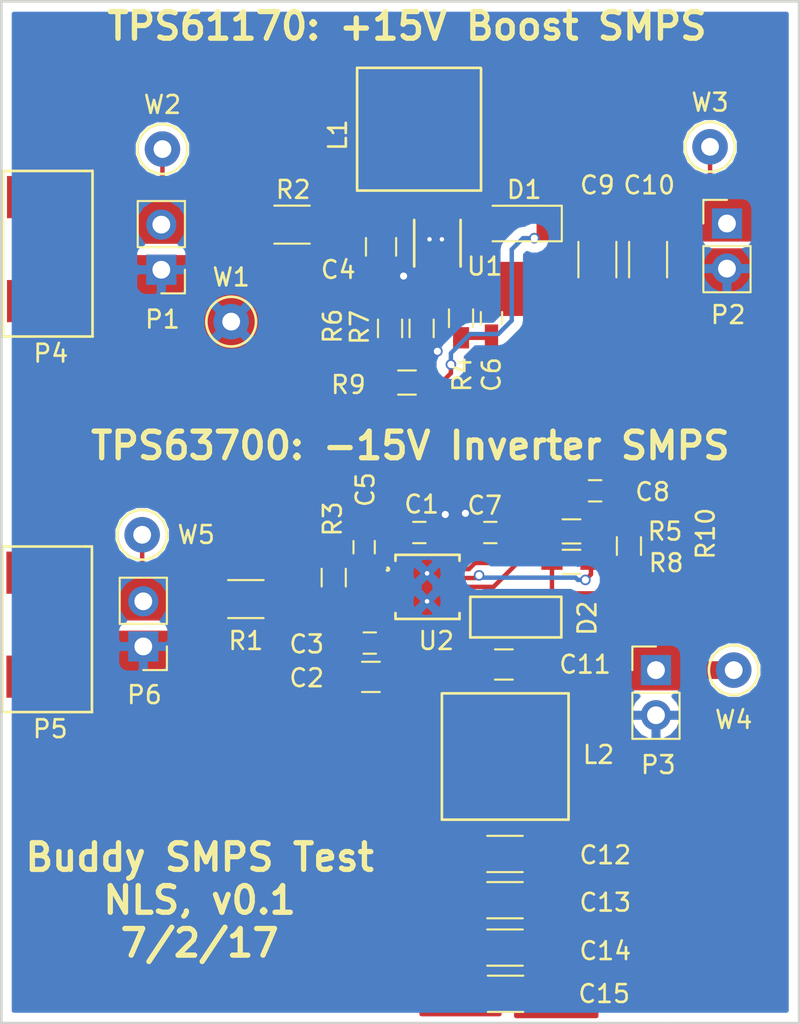
<source format=kicad_pcb>
(kicad_pcb (version 4) (host pcbnew 4.0.4-stable)

  (general
    (links 89)
    (no_connects 2)
    (area 78.668999 71.048999 128.286834 129.869001)
    (thickness 1.6)
    (drawings 10)
    (tracks 133)
    (zones 0)
    (modules 42)
    (nets 25)
  )

  (page A4)
  (layers
    (0 F.Cu signal)
    (31 B.Cu signal)
    (32 B.Adhes user)
    (33 F.Adhes user)
    (34 B.Paste user)
    (35 F.Paste user)
    (36 B.SilkS user)
    (37 F.SilkS user)
    (38 B.Mask user)
    (39 F.Mask user)
    (40 Dwgs.User user)
    (41 Cmts.User user)
    (42 Eco1.User user)
    (43 Eco2.User user)
    (44 Edge.Cuts user)
    (45 Margin user)
    (46 B.CrtYd user)
    (47 F.CrtYd user)
    (48 B.Fab user)
    (49 F.Fab user)
  )

  (setup
    (last_trace_width 0.25)
    (trace_clearance 0.2)
    (zone_clearance 0.3)
    (zone_45_only no)
    (trace_min 0.2)
    (segment_width 0.2)
    (edge_width 0.15)
    (via_size 0.6)
    (via_drill 0.4)
    (via_min_size 0.4)
    (via_min_drill 0.3)
    (uvia_size 0.3)
    (uvia_drill 0.1)
    (uvias_allowed no)
    (uvia_min_size 0.2)
    (uvia_min_drill 0.1)
    (pcb_text_width 0.3)
    (pcb_text_size 1.5 1.5)
    (mod_edge_width 0.15)
    (mod_text_size 1 1)
    (mod_text_width 0.15)
    (pad_size 0.508 0.508)
    (pad_drill 0.254)
    (pad_to_mask_clearance 0.2)
    (aux_axis_origin 0 0)
    (visible_elements 7FFFFF7F)
    (pcbplotparams
      (layerselection 0x010fc_80000001)
      (usegerberextensions false)
      (excludeedgelayer true)
      (linewidth 0.100000)
      (plotframeref false)
      (viasonmask false)
      (mode 1)
      (useauxorigin false)
      (hpglpennumber 1)
      (hpglpenspeed 20)
      (hpglpendiameter 15)
      (hpglpenoverlay 2)
      (psnegative false)
      (psa4output false)
      (plotreference true)
      (plotvalue true)
      (plotinvisibletext false)
      (padsonsilk false)
      (subtractmaskfromsilk false)
      (outputformat 1)
      (mirror false)
      (drillshape 0)
      (scaleselection 1)
      (outputdirectory tagged_releases/hardware/v0.1/manafacturing/))
  )

  (net 0 "")
  (net 1 "Net-(C1-Pad1)")
  (net 2 GND)
  (net 3 "Net-(C2-Pad1)")
  (net 4 "Net-(C4-Pad1)")
  (net 5 "Net-(C5-Pad1)")
  (net 6 "Net-(C6-Pad1)")
  (net 7 "Net-(C7-Pad1)")
  (net 8 "Net-(C8-Pad1)")
  (net 9 "Net-(C8-Pad2)")
  (net 10 /VOUT_15P)
  (net 11 /VOUT_15N)
  (net 12 "Net-(D1-Pad2)")
  (net 13 "Net-(D2-Pad1)")
  (net 14 "Net-(R4-Pad1)")
  (net 15 "Net-(R6-Pad1)")
  (net 16 "Net-(R6-Pad2)")
  (net 17 "Net-(P4-Pad4)")
  (net 18 "Net-(P4-Pad3)")
  (net 19 "Net-(P4-Pad2)")
  (net 20 /VBUS_0)
  (net 21 "Net-(P5-Pad4)")
  (net 22 "Net-(P5-Pad3)")
  (net 23 "Net-(P5-Pad2)")
  (net 24 /VBUS_1)

  (net_class Default "This is the default net class."
    (clearance 0.2)
    (trace_width 0.25)
    (via_dia 0.6)
    (via_drill 0.4)
    (uvia_dia 0.3)
    (uvia_drill 0.1)
    (add_net /VBUS_0)
    (add_net /VBUS_1)
    (add_net /VOUT_15N)
    (add_net /VOUT_15P)
    (add_net GND)
    (add_net "Net-(C1-Pad1)")
    (add_net "Net-(C2-Pad1)")
    (add_net "Net-(C4-Pad1)")
    (add_net "Net-(C5-Pad1)")
    (add_net "Net-(C6-Pad1)")
    (add_net "Net-(C7-Pad1)")
    (add_net "Net-(C8-Pad1)")
    (add_net "Net-(C8-Pad2)")
    (add_net "Net-(D1-Pad2)")
    (add_net "Net-(D2-Pad1)")
    (add_net "Net-(P4-Pad2)")
    (add_net "Net-(P4-Pad3)")
    (add_net "Net-(P4-Pad4)")
    (add_net "Net-(P5-Pad2)")
    (add_net "Net-(P5-Pad3)")
    (add_net "Net-(P5-Pad4)")
    (add_net "Net-(R4-Pad1)")
    (add_net "Net-(R6-Pad1)")
    (add_net "Net-(R6-Pad2)")
  )

  (module Capacitors_SMD:C_0603_HandSoldering (layer F.Cu) (tedit 5958567E) (tstamp 59583C53)
    (at 105.918 102.1715)
    (descr "Capacitor SMD 0603, hand soldering")
    (tags "capacitor 0603")
    (path /59577DFC)
    (attr smd)
    (fp_text reference C1 (at 0.127 -1.5875) (layer F.SilkS)
      (effects (font (size 1 1) (thickness 0.15)))
    )
    (fp_text value 4700pF (at 0 1.5) (layer F.Fab) hide
      (effects (font (size 1 1) (thickness 0.15)))
    )
    (fp_text user %R (at 0 -1.25) (layer F.Fab) hide
      (effects (font (size 1 1) (thickness 0.15)))
    )
    (fp_line (start -0.8 0.4) (end -0.8 -0.4) (layer F.Fab) (width 0.1))
    (fp_line (start 0.8 0.4) (end -0.8 0.4) (layer F.Fab) (width 0.1))
    (fp_line (start 0.8 -0.4) (end 0.8 0.4) (layer F.Fab) (width 0.1))
    (fp_line (start -0.8 -0.4) (end 0.8 -0.4) (layer F.Fab) (width 0.1))
    (fp_line (start -0.35 -0.6) (end 0.35 -0.6) (layer F.SilkS) (width 0.12))
    (fp_line (start 0.35 0.6) (end -0.35 0.6) (layer F.SilkS) (width 0.12))
    (fp_line (start -1.8 -0.65) (end 1.8 -0.65) (layer F.CrtYd) (width 0.05))
    (fp_line (start -1.8 -0.65) (end -1.8 0.65) (layer F.CrtYd) (width 0.05))
    (fp_line (start 1.8 0.65) (end 1.8 -0.65) (layer F.CrtYd) (width 0.05))
    (fp_line (start 1.8 0.65) (end -1.8 0.65) (layer F.CrtYd) (width 0.05))
    (pad 1 smd rect (at -0.95 0) (size 1.2 0.75) (layers F.Cu F.Paste F.Mask)
      (net 1 "Net-(C1-Pad1)"))
    (pad 2 smd rect (at 0.95 0) (size 1.2 0.75) (layers F.Cu F.Paste F.Mask)
      (net 2 GND))
    (model Capacitors_SMD.3dshapes/C_0603.wrl
      (at (xyz 0 0 0))
      (scale (xyz 1 1 1))
      (rotate (xyz 0 0 0))
    )
  )

  (module Capacitors_SMD:C_0805_HandSoldering (layer F.Cu) (tedit 5958557B) (tstamp 59583C59)
    (at 103.1875 110.2995)
    (descr "Capacitor SMD 0805, hand soldering")
    (tags "capacitor 0805")
    (path /59577B05)
    (attr smd)
    (fp_text reference C2 (at -3.6195 0.0635) (layer F.SilkS)
      (effects (font (size 1 1) (thickness 0.15)))
    )
    (fp_text value 10uF (at 0 1.75) (layer F.Fab) hide
      (effects (font (size 1 1) (thickness 0.15)))
    )
    (fp_text user %R (at 0 -1.75) (layer F.Fab) hide
      (effects (font (size 1 1) (thickness 0.15)))
    )
    (fp_line (start -1 0.62) (end -1 -0.62) (layer F.Fab) (width 0.1))
    (fp_line (start 1 0.62) (end -1 0.62) (layer F.Fab) (width 0.1))
    (fp_line (start 1 -0.62) (end 1 0.62) (layer F.Fab) (width 0.1))
    (fp_line (start -1 -0.62) (end 1 -0.62) (layer F.Fab) (width 0.1))
    (fp_line (start 0.5 -0.85) (end -0.5 -0.85) (layer F.SilkS) (width 0.12))
    (fp_line (start -0.5 0.85) (end 0.5 0.85) (layer F.SilkS) (width 0.12))
    (fp_line (start -2.25 -0.88) (end 2.25 -0.88) (layer F.CrtYd) (width 0.05))
    (fp_line (start -2.25 -0.88) (end -2.25 0.87) (layer F.CrtYd) (width 0.05))
    (fp_line (start 2.25 0.87) (end 2.25 -0.88) (layer F.CrtYd) (width 0.05))
    (fp_line (start 2.25 0.87) (end -2.25 0.87) (layer F.CrtYd) (width 0.05))
    (pad 1 smd rect (at -1.25 0) (size 1.5 1.25) (layers F.Cu F.Paste F.Mask)
      (net 3 "Net-(C2-Pad1)"))
    (pad 2 smd rect (at 1.25 0) (size 1.5 1.25) (layers F.Cu F.Paste F.Mask)
      (net 2 GND))
    (model Capacitors_SMD.3dshapes/C_0805.wrl
      (at (xyz 0 0 0))
      (scale (xyz 1 1 1))
      (rotate (xyz 0 0 0))
    )
  )

  (module Capacitors_SMD:C_0603_HandSoldering (layer F.Cu) (tedit 59585576) (tstamp 59583C5F)
    (at 103.124 108.3945)
    (descr "Capacitor SMD 0603, hand soldering")
    (tags "capacitor 0603")
    (path /59577B77)
    (attr smd)
    (fp_text reference C3 (at -3.556 0.0635) (layer F.SilkS)
      (effects (font (size 1 1) (thickness 0.15)))
    )
    (fp_text value 0.022uF (at 0 1.5) (layer F.Fab) hide
      (effects (font (size 1 1) (thickness 0.15)))
    )
    (fp_text user %R (at 0 -1.25) (layer F.Fab) hide
      (effects (font (size 1 1) (thickness 0.15)))
    )
    (fp_line (start -0.8 0.4) (end -0.8 -0.4) (layer F.Fab) (width 0.1))
    (fp_line (start 0.8 0.4) (end -0.8 0.4) (layer F.Fab) (width 0.1))
    (fp_line (start 0.8 -0.4) (end 0.8 0.4) (layer F.Fab) (width 0.1))
    (fp_line (start -0.8 -0.4) (end 0.8 -0.4) (layer F.Fab) (width 0.1))
    (fp_line (start -0.35 -0.6) (end 0.35 -0.6) (layer F.SilkS) (width 0.12))
    (fp_line (start 0.35 0.6) (end -0.35 0.6) (layer F.SilkS) (width 0.12))
    (fp_line (start -1.8 -0.65) (end 1.8 -0.65) (layer F.CrtYd) (width 0.05))
    (fp_line (start -1.8 -0.65) (end -1.8 0.65) (layer F.CrtYd) (width 0.05))
    (fp_line (start 1.8 0.65) (end 1.8 -0.65) (layer F.CrtYd) (width 0.05))
    (fp_line (start 1.8 0.65) (end -1.8 0.65) (layer F.CrtYd) (width 0.05))
    (pad 1 smd rect (at -0.95 0) (size 1.2 0.75) (layers F.Cu F.Paste F.Mask)
      (net 3 "Net-(C2-Pad1)"))
    (pad 2 smd rect (at 0.95 0) (size 1.2 0.75) (layers F.Cu F.Paste F.Mask)
      (net 2 GND))
    (model Capacitors_SMD.3dshapes/C_0603.wrl
      (at (xyz 0 0 0))
      (scale (xyz 1 1 1))
      (rotate (xyz 0 0 0))
    )
  )

  (module Capacitors_SMD:C_0805_HandSoldering (layer F.Cu) (tedit 59584BDA) (tstamp 59583C65)
    (at 103.759 86.086 270)
    (descr "Capacitor SMD 0805, hand soldering")
    (tags "capacitor 0805")
    (path /59573057)
    (attr smd)
    (fp_text reference C4 (at 1.29 2.413 360) (layer F.SilkS)
      (effects (font (size 1 1) (thickness 0.15)))
    )
    (fp_text value 4.7uF (at 0 1.75 270) (layer F.Fab) hide
      (effects (font (size 1 1) (thickness 0.15)))
    )
    (fp_text user %R (at 3.6395 -0.127 270) (layer F.Fab) hide
      (effects (font (size 1 1) (thickness 0.15)))
    )
    (fp_line (start -1 0.62) (end -1 -0.62) (layer F.Fab) (width 0.1))
    (fp_line (start 1 0.62) (end -1 0.62) (layer F.Fab) (width 0.1))
    (fp_line (start 1 -0.62) (end 1 0.62) (layer F.Fab) (width 0.1))
    (fp_line (start -1 -0.62) (end 1 -0.62) (layer F.Fab) (width 0.1))
    (fp_line (start 0.5 -0.85) (end -0.5 -0.85) (layer F.SilkS) (width 0.12))
    (fp_line (start -0.5 0.85) (end 0.5 0.85) (layer F.SilkS) (width 0.12))
    (fp_line (start -2.25 -0.88) (end 2.25 -0.88) (layer F.CrtYd) (width 0.05))
    (fp_line (start -2.25 -0.88) (end -2.25 0.87) (layer F.CrtYd) (width 0.05))
    (fp_line (start 2.25 0.87) (end 2.25 -0.88) (layer F.CrtYd) (width 0.05))
    (fp_line (start 2.25 0.87) (end -2.25 0.87) (layer F.CrtYd) (width 0.05))
    (pad 1 smd rect (at -1.25 0 270) (size 1.5 1.25) (layers F.Cu F.Paste F.Mask)
      (net 4 "Net-(C4-Pad1)"))
    (pad 2 smd rect (at 1.25 0 270) (size 1.5 1.25) (layers F.Cu F.Paste F.Mask)
      (net 2 GND))
    (model Capacitors_SMD.3dshapes/C_0805.wrl
      (at (xyz 0 0 0))
      (scale (xyz 1 1 1))
      (rotate (xyz 0 0 0))
    )
  )

  (module Capacitors_SMD:C_0603_HandSoldering (layer F.Cu) (tedit 595855F1) (tstamp 59583C6B)
    (at 102.8065 102.997 90)
    (descr "Capacitor SMD 0603, hand soldering")
    (tags "capacitor 0603")
    (path /59577864)
    (attr smd)
    (fp_text reference C5 (at 3.241 0.0635 90) (layer F.SilkS)
      (effects (font (size 1 1) (thickness 0.15)))
    )
    (fp_text value 0.1uF (at 0 1.5 90) (layer F.Fab) hide
      (effects (font (size 1 1) (thickness 0.15)))
    )
    (fp_text user %R (at 0 -1.25 90) (layer F.Fab) hide
      (effects (font (size 1 1) (thickness 0.15)))
    )
    (fp_line (start -0.8 0.4) (end -0.8 -0.4) (layer F.Fab) (width 0.1))
    (fp_line (start 0.8 0.4) (end -0.8 0.4) (layer F.Fab) (width 0.1))
    (fp_line (start 0.8 -0.4) (end 0.8 0.4) (layer F.Fab) (width 0.1))
    (fp_line (start -0.8 -0.4) (end 0.8 -0.4) (layer F.Fab) (width 0.1))
    (fp_line (start -0.35 -0.6) (end 0.35 -0.6) (layer F.SilkS) (width 0.12))
    (fp_line (start 0.35 0.6) (end -0.35 0.6) (layer F.SilkS) (width 0.12))
    (fp_line (start -1.8 -0.65) (end 1.8 -0.65) (layer F.CrtYd) (width 0.05))
    (fp_line (start -1.8 -0.65) (end -1.8 0.65) (layer F.CrtYd) (width 0.05))
    (fp_line (start 1.8 0.65) (end 1.8 -0.65) (layer F.CrtYd) (width 0.05))
    (fp_line (start 1.8 0.65) (end -1.8 0.65) (layer F.CrtYd) (width 0.05))
    (pad 1 smd rect (at -0.95 0 90) (size 1.2 0.75) (layers F.Cu F.Paste F.Mask)
      (net 5 "Net-(C5-Pad1)"))
    (pad 2 smd rect (at 0.95 0 90) (size 1.2 0.75) (layers F.Cu F.Paste F.Mask)
      (net 2 GND))
    (model Capacitors_SMD.3dshapes/C_0603.wrl
      (at (xyz 0 0 0))
      (scale (xyz 1 1 1))
      (rotate (xyz 0 0 0))
    )
  )

  (module Capacitors_SMD:C_0603_HandSoldering (layer F.Cu) (tedit 59584DBF) (tstamp 59583C71)
    (at 109.982 90.1065 90)
    (descr "Capacitor SMD 0603, hand soldering")
    (tags "capacitor 0603")
    (path /59573EF5)
    (attr smd)
    (fp_text reference C6 (at -3.175 0 90) (layer F.SilkS)
      (effects (font (size 1 1) (thickness 0.15)))
    )
    (fp_text value 0.01uF (at 0 1.5 90) (layer F.Fab) hide
      (effects (font (size 1 1) (thickness 0.15)))
    )
    (fp_text user %R (at 0 -1.25 90) (layer F.Fab) hide
      (effects (font (size 1 1) (thickness 0.15)))
    )
    (fp_line (start -0.8 0.4) (end -0.8 -0.4) (layer F.Fab) (width 0.1))
    (fp_line (start 0.8 0.4) (end -0.8 0.4) (layer F.Fab) (width 0.1))
    (fp_line (start 0.8 -0.4) (end 0.8 0.4) (layer F.Fab) (width 0.1))
    (fp_line (start -0.8 -0.4) (end 0.8 -0.4) (layer F.Fab) (width 0.1))
    (fp_line (start -0.35 -0.6) (end 0.35 -0.6) (layer F.SilkS) (width 0.12))
    (fp_line (start 0.35 0.6) (end -0.35 0.6) (layer F.SilkS) (width 0.12))
    (fp_line (start -1.8 -0.65) (end 1.8 -0.65) (layer F.CrtYd) (width 0.05))
    (fp_line (start -1.8 -0.65) (end -1.8 0.65) (layer F.CrtYd) (width 0.05))
    (fp_line (start 1.8 0.65) (end 1.8 -0.65) (layer F.CrtYd) (width 0.05))
    (fp_line (start 1.8 0.65) (end -1.8 0.65) (layer F.CrtYd) (width 0.05))
    (pad 1 smd rect (at -0.95 0 90) (size 1.2 0.75) (layers F.Cu F.Paste F.Mask)
      (net 6 "Net-(C6-Pad1)"))
    (pad 2 smd rect (at 0.95 0 90) (size 1.2 0.75) (layers F.Cu F.Paste F.Mask)
      (net 2 GND))
    (model Capacitors_SMD.3dshapes/C_0603.wrl
      (at (xyz 0 0 0))
      (scale (xyz 1 1 1))
      (rotate (xyz 0 0 0))
    )
  )

  (module Capacitors_SMD:C_0603_HandSoldering (layer F.Cu) (tedit 59585658) (tstamp 59583C77)
    (at 109.9185 102.1715 180)
    (descr "Capacitor SMD 0603, hand soldering")
    (tags "capacitor 0603")
    (path /595799B6)
    (attr smd)
    (fp_text reference C7 (at 0.3175 1.524 180) (layer F.SilkS)
      (effects (font (size 1 1) (thickness 0.15)))
    )
    (fp_text value 0.22uF (at 0 1.5 180) (layer F.Fab) hide
      (effects (font (size 1 1) (thickness 0.15)))
    )
    (fp_text user %R (at -1.016 -3.2385 180) (layer F.Fab) hide
      (effects (font (size 1 1) (thickness 0.15)))
    )
    (fp_line (start -0.8 0.4) (end -0.8 -0.4) (layer F.Fab) (width 0.1))
    (fp_line (start 0.8 0.4) (end -0.8 0.4) (layer F.Fab) (width 0.1))
    (fp_line (start 0.8 -0.4) (end 0.8 0.4) (layer F.Fab) (width 0.1))
    (fp_line (start -0.8 -0.4) (end 0.8 -0.4) (layer F.Fab) (width 0.1))
    (fp_line (start -0.35 -0.6) (end 0.35 -0.6) (layer F.SilkS) (width 0.12))
    (fp_line (start 0.35 0.6) (end -0.35 0.6) (layer F.SilkS) (width 0.12))
    (fp_line (start -1.8 -0.65) (end 1.8 -0.65) (layer F.CrtYd) (width 0.05))
    (fp_line (start -1.8 -0.65) (end -1.8 0.65) (layer F.CrtYd) (width 0.05))
    (fp_line (start 1.8 0.65) (end 1.8 -0.65) (layer F.CrtYd) (width 0.05))
    (fp_line (start 1.8 0.65) (end -1.8 0.65) (layer F.CrtYd) (width 0.05))
    (pad 1 smd rect (at -0.95 0 180) (size 1.2 0.75) (layers F.Cu F.Paste F.Mask)
      (net 7 "Net-(C7-Pad1)"))
    (pad 2 smd rect (at 0.95 0 180) (size 1.2 0.75) (layers F.Cu F.Paste F.Mask)
      (net 2 GND))
    (model Capacitors_SMD.3dshapes/C_0603.wrl
      (at (xyz 0 0 0))
      (scale (xyz 1 1 1))
      (rotate (xyz 0 0 0))
    )
  )

  (module Capacitors_SMD:C_0603_HandSoldering (layer F.Cu) (tedit 59585796) (tstamp 59583C7D)
    (at 115.824 99.822)
    (descr "Capacitor SMD 0603, hand soldering")
    (tags "capacitor 0603")
    (path /5957A4F7)
    (attr smd)
    (fp_text reference C8 (at 3.2385 0.0635) (layer F.SilkS)
      (effects (font (size 1 1) (thickness 0.15)))
    )
    (fp_text value 10pF (at 0 1.5) (layer F.Fab) hide
      (effects (font (size 1 1) (thickness 0.15)))
    )
    (fp_text user %R (at 1.966 -2.8575) (layer F.Fab) hide
      (effects (font (size 1 1) (thickness 0.15)))
    )
    (fp_line (start -0.8 0.4) (end -0.8 -0.4) (layer F.Fab) (width 0.1))
    (fp_line (start 0.8 0.4) (end -0.8 0.4) (layer F.Fab) (width 0.1))
    (fp_line (start 0.8 -0.4) (end 0.8 0.4) (layer F.Fab) (width 0.1))
    (fp_line (start -0.8 -0.4) (end 0.8 -0.4) (layer F.Fab) (width 0.1))
    (fp_line (start -0.35 -0.6) (end 0.35 -0.6) (layer F.SilkS) (width 0.12))
    (fp_line (start 0.35 0.6) (end -0.35 0.6) (layer F.SilkS) (width 0.12))
    (fp_line (start -1.8 -0.65) (end 1.8 -0.65) (layer F.CrtYd) (width 0.05))
    (fp_line (start -1.8 -0.65) (end -1.8 0.65) (layer F.CrtYd) (width 0.05))
    (fp_line (start 1.8 0.65) (end 1.8 -0.65) (layer F.CrtYd) (width 0.05))
    (fp_line (start 1.8 0.65) (end -1.8 0.65) (layer F.CrtYd) (width 0.05))
    (pad 1 smd rect (at -0.95 0) (size 1.2 0.75) (layers F.Cu F.Paste F.Mask)
      (net 8 "Net-(C8-Pad1)"))
    (pad 2 smd rect (at 0.95 0) (size 1.2 0.75) (layers F.Cu F.Paste F.Mask)
      (net 9 "Net-(C8-Pad2)"))
    (model Capacitors_SMD.3dshapes/C_0603.wrl
      (at (xyz 0 0 0))
      (scale (xyz 1 1 1))
      (rotate (xyz 0 0 0))
    )
  )

  (module Resistors_SMD:R_1206_HandSoldering (layer F.Cu) (tedit 59583D85) (tstamp 59583C83)
    (at 115.951 86.8045 270)
    (descr "Resistor SMD 1206, hand soldering")
    (tags "resistor 1206")
    (path /5957462B)
    (attr smd)
    (fp_text reference C9 (at -4.191 0 360) (layer F.SilkS)
      (effects (font (size 1 1) (thickness 0.15)))
    )
    (fp_text value 2.2uF (at 0 1.9 270) (layer F.Fab) hide
      (effects (font (size 1 1) (thickness 0.15)))
    )
    (fp_text user %R (at 0 0 270) (layer F.Fab) hide
      (effects (font (size 0.7 0.7) (thickness 0.105)))
    )
    (fp_line (start -1.6 0.8) (end -1.6 -0.8) (layer F.Fab) (width 0.1))
    (fp_line (start 1.6 0.8) (end -1.6 0.8) (layer F.Fab) (width 0.1))
    (fp_line (start 1.6 -0.8) (end 1.6 0.8) (layer F.Fab) (width 0.1))
    (fp_line (start -1.6 -0.8) (end 1.6 -0.8) (layer F.Fab) (width 0.1))
    (fp_line (start 1 1.07) (end -1 1.07) (layer F.SilkS) (width 0.12))
    (fp_line (start -1 -1.07) (end 1 -1.07) (layer F.SilkS) (width 0.12))
    (fp_line (start -3.25 -1.11) (end 3.25 -1.11) (layer F.CrtYd) (width 0.05))
    (fp_line (start -3.25 -1.11) (end -3.25 1.1) (layer F.CrtYd) (width 0.05))
    (fp_line (start 3.25 1.1) (end 3.25 -1.11) (layer F.CrtYd) (width 0.05))
    (fp_line (start 3.25 1.1) (end -3.25 1.1) (layer F.CrtYd) (width 0.05))
    (pad 1 smd rect (at -2 0 270) (size 2 1.7) (layers F.Cu F.Paste F.Mask)
      (net 10 /VOUT_15P))
    (pad 2 smd rect (at 2 0 270) (size 2 1.7) (layers F.Cu F.Paste F.Mask)
      (net 2 GND))
    (model ${KISYS3DMOD}/Resistors_SMD.3dshapes/R_1206.wrl
      (at (xyz 0 0 0))
      (scale (xyz 1 1 1))
      (rotate (xyz 0 0 0))
    )
  )

  (module Resistors_SMD:R_1206_HandSoldering (layer F.Cu) (tedit 59583FCD) (tstamp 59583C89)
    (at 118.8085 86.8045 270)
    (descr "Resistor SMD 1206, hand soldering")
    (tags "resistor 1206")
    (path /59574737)
    (attr smd)
    (fp_text reference C10 (at -4.191 -0.0635 360) (layer F.SilkS)
      (effects (font (size 1 1) (thickness 0.15)))
    )
    (fp_text value 2.2uF (at 0 1.9 270) (layer F.Fab) hide
      (effects (font (size 1 1) (thickness 0.15)))
    )
    (fp_text user %R (at 0 0 270) (layer F.Fab) hide
      (effects (font (size 0.7 0.7) (thickness 0.105)))
    )
    (fp_line (start -1.6 0.8) (end -1.6 -0.8) (layer F.Fab) (width 0.1))
    (fp_line (start 1.6 0.8) (end -1.6 0.8) (layer F.Fab) (width 0.1))
    (fp_line (start 1.6 -0.8) (end 1.6 0.8) (layer F.Fab) (width 0.1))
    (fp_line (start -1.6 -0.8) (end 1.6 -0.8) (layer F.Fab) (width 0.1))
    (fp_line (start 1 1.07) (end -1 1.07) (layer F.SilkS) (width 0.12))
    (fp_line (start -1 -1.07) (end 1 -1.07) (layer F.SilkS) (width 0.12))
    (fp_line (start -3.25 -1.11) (end 3.25 -1.11) (layer F.CrtYd) (width 0.05))
    (fp_line (start -3.25 -1.11) (end -3.25 1.1) (layer F.CrtYd) (width 0.05))
    (fp_line (start 3.25 1.1) (end 3.25 -1.11) (layer F.CrtYd) (width 0.05))
    (fp_line (start 3.25 1.1) (end -3.25 1.1) (layer F.CrtYd) (width 0.05))
    (pad 1 smd rect (at -2 0 270) (size 2 1.7) (layers F.Cu F.Paste F.Mask)
      (net 10 /VOUT_15P))
    (pad 2 smd rect (at 2 0 270) (size 2 1.7) (layers F.Cu F.Paste F.Mask)
      (net 2 GND))
    (model ${KISYS3DMOD}/Resistors_SMD.3dshapes/R_1206.wrl
      (at (xyz 0 0 0))
      (scale (xyz 1 1 1))
      (rotate (xyz 0 0 0))
    )
  )

  (module Capacitors_SMD:C_0805_HandSoldering (layer F.Cu) (tedit 595856E9) (tstamp 59583C8F)
    (at 110.6805 109.601 180)
    (descr "Capacitor SMD 0805, hand soldering")
    (tags "capacitor 0805")
    (path /5957ABFA)
    (attr smd)
    (fp_text reference C11 (at -4.572 0 180) (layer F.SilkS)
      (effects (font (size 1 1) (thickness 0.15)))
    )
    (fp_text value 0.1uF (at 0 1.75 180) (layer F.Fab) hide
      (effects (font (size 1 1) (thickness 0.15)))
    )
    (fp_text user %R (at -4.0005 -4.6355 180) (layer F.Fab) hide
      (effects (font (size 1 1) (thickness 0.15)))
    )
    (fp_line (start -1 0.62) (end -1 -0.62) (layer F.Fab) (width 0.1))
    (fp_line (start 1 0.62) (end -1 0.62) (layer F.Fab) (width 0.1))
    (fp_line (start 1 -0.62) (end 1 0.62) (layer F.Fab) (width 0.1))
    (fp_line (start -1 -0.62) (end 1 -0.62) (layer F.Fab) (width 0.1))
    (fp_line (start 0.5 -0.85) (end -0.5 -0.85) (layer F.SilkS) (width 0.12))
    (fp_line (start -0.5 0.85) (end 0.5 0.85) (layer F.SilkS) (width 0.12))
    (fp_line (start -2.25 -0.88) (end 2.25 -0.88) (layer F.CrtYd) (width 0.05))
    (fp_line (start -2.25 -0.88) (end -2.25 0.87) (layer F.CrtYd) (width 0.05))
    (fp_line (start 2.25 0.87) (end 2.25 -0.88) (layer F.CrtYd) (width 0.05))
    (fp_line (start 2.25 0.87) (end -2.25 0.87) (layer F.CrtYd) (width 0.05))
    (pad 1 smd rect (at -1.25 0 180) (size 1.5 1.25) (layers F.Cu F.Paste F.Mask)
      (net 11 /VOUT_15N))
    (pad 2 smd rect (at 1.25 0 180) (size 1.5 1.25) (layers F.Cu F.Paste F.Mask)
      (net 2 GND))
    (model Capacitors_SMD.3dshapes/C_0805.wrl
      (at (xyz 0 0 0))
      (scale (xyz 1 1 1))
      (rotate (xyz 0 0 0))
    )
  )

  (module Capacitors_SMD:C_1206_HandSoldering (layer F.Cu) (tedit 595857E6) (tstamp 59583C95)
    (at 110.744 120.269 180)
    (descr "Capacitor SMD 1206, hand soldering")
    (tags "capacitor 1206")
    (path /5957ACB5)
    (attr smd)
    (fp_text reference C12 (at -5.6515 -0.0635 180) (layer F.SilkS)
      (effects (font (size 1 1) (thickness 0.15)))
    )
    (fp_text value 4.7uF (at 0 2 180) (layer F.Fab) hide
      (effects (font (size 1 1) (thickness 0.15)))
    )
    (fp_text user %R (at 0 -1.75 180) (layer F.Fab) hide
      (effects (font (size 1 1) (thickness 0.15)))
    )
    (fp_line (start -1.6 0.8) (end -1.6 -0.8) (layer F.Fab) (width 0.1))
    (fp_line (start 1.6 0.8) (end -1.6 0.8) (layer F.Fab) (width 0.1))
    (fp_line (start 1.6 -0.8) (end 1.6 0.8) (layer F.Fab) (width 0.1))
    (fp_line (start -1.6 -0.8) (end 1.6 -0.8) (layer F.Fab) (width 0.1))
    (fp_line (start 1 -1.02) (end -1 -1.02) (layer F.SilkS) (width 0.12))
    (fp_line (start -1 1.02) (end 1 1.02) (layer F.SilkS) (width 0.12))
    (fp_line (start -3.25 -1.05) (end 3.25 -1.05) (layer F.CrtYd) (width 0.05))
    (fp_line (start -3.25 -1.05) (end -3.25 1.05) (layer F.CrtYd) (width 0.05))
    (fp_line (start 3.25 1.05) (end 3.25 -1.05) (layer F.CrtYd) (width 0.05))
    (fp_line (start 3.25 1.05) (end -3.25 1.05) (layer F.CrtYd) (width 0.05))
    (pad 1 smd rect (at -2 0 180) (size 2 1.6) (layers F.Cu F.Paste F.Mask)
      (net 11 /VOUT_15N))
    (pad 2 smd rect (at 2 0 180) (size 2 1.6) (layers F.Cu F.Paste F.Mask)
      (net 2 GND))
    (model Capacitors_SMD.3dshapes/C_1206.wrl
      (at (xyz 0 0 0))
      (scale (xyz 1 1 1))
      (rotate (xyz 0 0 0))
    )
  )

  (module Capacitors_SMD:C_1206_HandSoldering (layer F.Cu) (tedit 595857E2) (tstamp 59583C9B)
    (at 110.744 122.8725 180)
    (descr "Capacitor SMD 1206, hand soldering")
    (tags "capacitor 1206")
    (path /5957AD48)
    (attr smd)
    (fp_text reference C13 (at -5.6515 -0.127 180) (layer F.SilkS)
      (effects (font (size 1 1) (thickness 0.15)))
    )
    (fp_text value 4.7uF (at 0 2 180) (layer F.Fab) hide
      (effects (font (size 1 1) (thickness 0.15)))
    )
    (fp_text user %R (at 0 -1.75 180) (layer F.Fab) hide
      (effects (font (size 1 1) (thickness 0.15)))
    )
    (fp_line (start -1.6 0.8) (end -1.6 -0.8) (layer F.Fab) (width 0.1))
    (fp_line (start 1.6 0.8) (end -1.6 0.8) (layer F.Fab) (width 0.1))
    (fp_line (start 1.6 -0.8) (end 1.6 0.8) (layer F.Fab) (width 0.1))
    (fp_line (start -1.6 -0.8) (end 1.6 -0.8) (layer F.Fab) (width 0.1))
    (fp_line (start 1 -1.02) (end -1 -1.02) (layer F.SilkS) (width 0.12))
    (fp_line (start -1 1.02) (end 1 1.02) (layer F.SilkS) (width 0.12))
    (fp_line (start -3.25 -1.05) (end 3.25 -1.05) (layer F.CrtYd) (width 0.05))
    (fp_line (start -3.25 -1.05) (end -3.25 1.05) (layer F.CrtYd) (width 0.05))
    (fp_line (start 3.25 1.05) (end 3.25 -1.05) (layer F.CrtYd) (width 0.05))
    (fp_line (start 3.25 1.05) (end -3.25 1.05) (layer F.CrtYd) (width 0.05))
    (pad 1 smd rect (at -2 0 180) (size 2 1.6) (layers F.Cu F.Paste F.Mask)
      (net 11 /VOUT_15N))
    (pad 2 smd rect (at 2 0 180) (size 2 1.6) (layers F.Cu F.Paste F.Mask)
      (net 2 GND))
    (model Capacitors_SMD.3dshapes/C_1206.wrl
      (at (xyz 0 0 0))
      (scale (xyz 1 1 1))
      (rotate (xyz 0 0 0))
    )
  )

  (module Capacitors_SMD:C_1206_HandSoldering (layer F.Cu) (tedit 595857DB) (tstamp 59583CA1)
    (at 110.744 125.5395 180)
    (descr "Capacitor SMD 1206, hand soldering")
    (tags "capacitor 1206")
    (path /5957ADC5)
    (attr smd)
    (fp_text reference C14 (at -5.6515 -0.1905 180) (layer F.SilkS)
      (effects (font (size 1 1) (thickness 0.15)))
    )
    (fp_text value 4.7uF (at 0 2 180) (layer F.Fab) hide
      (effects (font (size 1 1) (thickness 0.15)))
    )
    (fp_text user %R (at 0 -1.75 180) (layer F.Fab) hide
      (effects (font (size 1 1) (thickness 0.15)))
    )
    (fp_line (start -1.6 0.8) (end -1.6 -0.8) (layer F.Fab) (width 0.1))
    (fp_line (start 1.6 0.8) (end -1.6 0.8) (layer F.Fab) (width 0.1))
    (fp_line (start 1.6 -0.8) (end 1.6 0.8) (layer F.Fab) (width 0.1))
    (fp_line (start -1.6 -0.8) (end 1.6 -0.8) (layer F.Fab) (width 0.1))
    (fp_line (start 1 -1.02) (end -1 -1.02) (layer F.SilkS) (width 0.12))
    (fp_line (start -1 1.02) (end 1 1.02) (layer F.SilkS) (width 0.12))
    (fp_line (start -3.25 -1.05) (end 3.25 -1.05) (layer F.CrtYd) (width 0.05))
    (fp_line (start -3.25 -1.05) (end -3.25 1.05) (layer F.CrtYd) (width 0.05))
    (fp_line (start 3.25 1.05) (end 3.25 -1.05) (layer F.CrtYd) (width 0.05))
    (fp_line (start 3.25 1.05) (end -3.25 1.05) (layer F.CrtYd) (width 0.05))
    (pad 1 smd rect (at -2 0 180) (size 2 1.6) (layers F.Cu F.Paste F.Mask)
      (net 11 /VOUT_15N))
    (pad 2 smd rect (at 2 0 180) (size 2 1.6) (layers F.Cu F.Paste F.Mask)
      (net 2 GND))
    (model Capacitors_SMD.3dshapes/C_1206.wrl
      (at (xyz 0 0 0))
      (scale (xyz 1 1 1))
      (rotate (xyz 0 0 0))
    )
  )

  (module Capacitors_SMD:C_1206_HandSoldering (layer F.Cu) (tedit 595857D4) (tstamp 59583CA7)
    (at 110.7755 128.143 180)
    (descr "Capacitor SMD 1206, hand soldering")
    (tags "capacitor 1206")
    (path /5957AF6B)
    (attr smd)
    (fp_text reference C15 (at -5.5565 0 180) (layer F.SilkS)
      (effects (font (size 1 1) (thickness 0.15)))
    )
    (fp_text value 4.7uF (at 0 2 180) (layer F.Fab) hide
      (effects (font (size 1 1) (thickness 0.15)))
    )
    (fp_text user %R (at 0 -1.75 180) (layer F.Fab) hide
      (effects (font (size 1 1) (thickness 0.15)))
    )
    (fp_line (start -1.6 0.8) (end -1.6 -0.8) (layer F.Fab) (width 0.1))
    (fp_line (start 1.6 0.8) (end -1.6 0.8) (layer F.Fab) (width 0.1))
    (fp_line (start 1.6 -0.8) (end 1.6 0.8) (layer F.Fab) (width 0.1))
    (fp_line (start -1.6 -0.8) (end 1.6 -0.8) (layer F.Fab) (width 0.1))
    (fp_line (start 1 -1.02) (end -1 -1.02) (layer F.SilkS) (width 0.12))
    (fp_line (start -1 1.02) (end 1 1.02) (layer F.SilkS) (width 0.12))
    (fp_line (start -3.25 -1.05) (end 3.25 -1.05) (layer F.CrtYd) (width 0.05))
    (fp_line (start -3.25 -1.05) (end -3.25 1.05) (layer F.CrtYd) (width 0.05))
    (fp_line (start 3.25 1.05) (end 3.25 -1.05) (layer F.CrtYd) (width 0.05))
    (fp_line (start 3.25 1.05) (end -3.25 1.05) (layer F.CrtYd) (width 0.05))
    (pad 1 smd rect (at -2 0 180) (size 2 1.6) (layers F.Cu F.Paste F.Mask)
      (net 11 /VOUT_15N))
    (pad 2 smd rect (at 2 0 180) (size 2 1.6) (layers F.Cu F.Paste F.Mask)
      (net 2 GND))
    (model Capacitors_SMD.3dshapes/C_1206.wrl
      (at (xyz 0 0 0))
      (scale (xyz 1 1 1))
      (rotate (xyz 0 0 0))
    )
  )

  (module Diodes_SMD:D_SOD-123 (layer F.Cu) (tedit 59584C36) (tstamp 59583CAD)
    (at 111.6965 84.7725 180)
    (descr SOD-123)
    (tags SOD-123)
    (path /5957314C)
    (attr smd)
    (fp_text reference D1 (at -0.127 1.905 180) (layer F.SilkS)
      (effects (font (size 1 1) (thickness 0.15)))
    )
    (fp_text value D_Schottky (at 0 2.1 180) (layer F.Fab) hide
      (effects (font (size 1 1) (thickness 0.15)))
    )
    (fp_text user %R (at 1.906 -2.921 180) (layer F.Fab) hide
      (effects (font (size 1 1) (thickness 0.15)))
    )
    (fp_line (start -2.25 -1) (end -2.25 1) (layer F.SilkS) (width 0.12))
    (fp_line (start 0.25 0) (end 0.75 0) (layer F.Fab) (width 0.1))
    (fp_line (start 0.25 0.4) (end -0.35 0) (layer F.Fab) (width 0.1))
    (fp_line (start 0.25 -0.4) (end 0.25 0.4) (layer F.Fab) (width 0.1))
    (fp_line (start -0.35 0) (end 0.25 -0.4) (layer F.Fab) (width 0.1))
    (fp_line (start -0.35 0) (end -0.35 0.55) (layer F.Fab) (width 0.1))
    (fp_line (start -0.35 0) (end -0.35 -0.55) (layer F.Fab) (width 0.1))
    (fp_line (start -0.75 0) (end -0.35 0) (layer F.Fab) (width 0.1))
    (fp_line (start -1.4 0.9) (end -1.4 -0.9) (layer F.Fab) (width 0.1))
    (fp_line (start 1.4 0.9) (end -1.4 0.9) (layer F.Fab) (width 0.1))
    (fp_line (start 1.4 -0.9) (end 1.4 0.9) (layer F.Fab) (width 0.1))
    (fp_line (start -1.4 -0.9) (end 1.4 -0.9) (layer F.Fab) (width 0.1))
    (fp_line (start -2.35 -1.15) (end 2.35 -1.15) (layer F.CrtYd) (width 0.05))
    (fp_line (start 2.35 -1.15) (end 2.35 1.15) (layer F.CrtYd) (width 0.05))
    (fp_line (start 2.35 1.15) (end -2.35 1.15) (layer F.CrtYd) (width 0.05))
    (fp_line (start -2.35 -1.15) (end -2.35 1.15) (layer F.CrtYd) (width 0.05))
    (fp_line (start -2.25 1) (end 1.65 1) (layer F.SilkS) (width 0.12))
    (fp_line (start -2.25 -1) (end 1.65 -1) (layer F.SilkS) (width 0.12))
    (pad 1 smd rect (at -1.65 0 180) (size 0.9 1.2) (layers F.Cu F.Paste F.Mask)
      (net 10 /VOUT_15P))
    (pad 2 smd rect (at 1.65 0 180) (size 0.9 1.2) (layers F.Cu F.Paste F.Mask)
      (net 12 "Net-(D1-Pad2)"))
    (model ${KISYS3DMOD}/Diodes_SMD.3dshapes/D_SOD-123.wrl
      (at (xyz 0 0 0))
      (scale (xyz 1 1 1))
      (rotate (xyz 0 0 0))
    )
  )

  (module passives:D6030-220-R (layer F.Cu) (tedit 59583F9E) (tstamp 59583CB9)
    (at 108.0225 79.4385 270)
    (path /595730C7)
    (fp_text reference L1 (at 0.3556 6.7056 270) (layer F.SilkS)
      (effects (font (size 1 1) (thickness 0.15)))
    )
    (fp_text value 22uH (at 0.127 -2.5146 270) (layer F.Fab) hide
      (effects (font (size 1 1) (thickness 0.15)))
    )
    (fp_line (start -3.429 5.6134) (end -3.429 -1.3462) (layer F.SilkS) (width 0.15))
    (fp_line (start 3.4798 5.6134) (end -3.429 5.6134) (layer F.SilkS) (width 0.15))
    (fp_line (start 3.4798 -1.3716) (end 3.4798 5.6134) (layer F.SilkS) (width 0.15))
    (fp_line (start -3.4 -1.3716) (end 3.4798 -1.3716) (layer F.SilkS) (width 0.15))
    (pad 1 smd rect (at 0 0 270) (size 6.3 2.2) (layers F.Cu F.Paste F.Mask)
      (net 12 "Net-(D1-Pad2)"))
    (pad 2 smd rect (at 0 4.2 270) (size 6.3 2.2) (layers F.Cu F.Paste F.Mask)
      (net 4 "Net-(C4-Pad1)"))
  )

  (module passives:CDRH5D18NP-100NC (layer F.Cu) (tedit 59583D75) (tstamp 59583CBF)
    (at 110.49 114.3)
    (path /5957B5F9)
    (fp_text reference L2 (at 5.5245 0.381) (layer F.SilkS)
      (effects (font (size 1 1) (thickness 0.15)))
    )
    (fp_text value 10uH (at -0.635 -4.1148) (layer F.Fab) hide
      (effects (font (size 1 1) (thickness 0.15)))
    )
    (fp_line (start -3.302 4.0386) (end -3.302 -3.0734) (layer F.SilkS) (width 0.15))
    (fp_line (start 3.8354 4.0386) (end -3.302 4.0386) (layer F.SilkS) (width 0.15))
    (fp_line (start 3.8354 -3.0734) (end 3.8354 4.0386) (layer F.SilkS) (width 0.15))
    (fp_line (start -3.2788 -3.0734) (end 3.8354 -3.0734) (layer F.SilkS) (width 0.15))
    (pad 2 smd rect (at 2.3212 0.4826) (size 2.15 6.3) (layers F.Cu F.Paste F.Mask)
      (net 13 "Net-(D2-Pad1)"))
    (pad 1 smd rect (at -1.8288 0.4826) (size 2.15 6.3) (layers F.Cu F.Paste F.Mask)
      (net 2 GND))
  )

  (module Resistors_SMD:R_0603_HandSoldering (layer F.Cu) (tedit 59583FA2) (tstamp 59583CD9)
    (at 101.092 104.7115 270)
    (descr "Resistor SMD 0603, hand soldering")
    (tags "resistor 0603")
    (path /595778D1)
    (attr smd)
    (fp_text reference R3 (at -3.302 0.0635 270) (layer F.SilkS)
      (effects (font (size 1 1) (thickness 0.15)))
    )
    (fp_text value 100 (at 0 1.55 270) (layer F.Fab) hide
      (effects (font (size 1 1) (thickness 0.15)))
    )
    (fp_text user %R (at 0 0 270) (layer F.Fab) hide
      (effects (font (size 0.5 0.5) (thickness 0.075)))
    )
    (fp_line (start -0.8 0.4) (end -0.8 -0.4) (layer F.Fab) (width 0.1))
    (fp_line (start 0.8 0.4) (end -0.8 0.4) (layer F.Fab) (width 0.1))
    (fp_line (start 0.8 -0.4) (end 0.8 0.4) (layer F.Fab) (width 0.1))
    (fp_line (start -0.8 -0.4) (end 0.8 -0.4) (layer F.Fab) (width 0.1))
    (fp_line (start 0.5 0.68) (end -0.5 0.68) (layer F.SilkS) (width 0.12))
    (fp_line (start -0.5 -0.68) (end 0.5 -0.68) (layer F.SilkS) (width 0.12))
    (fp_line (start -1.96 -0.7) (end 1.95 -0.7) (layer F.CrtYd) (width 0.05))
    (fp_line (start -1.96 -0.7) (end -1.96 0.7) (layer F.CrtYd) (width 0.05))
    (fp_line (start 1.95 0.7) (end 1.95 -0.7) (layer F.CrtYd) (width 0.05))
    (fp_line (start 1.95 0.7) (end -1.96 0.7) (layer F.CrtYd) (width 0.05))
    (pad 1 smd rect (at -1.1 0 270) (size 1.2 0.9) (layers F.Cu F.Paste F.Mask)
      (net 5 "Net-(C5-Pad1)"))
    (pad 2 smd rect (at 1.1 0 270) (size 1.2 0.9) (layers F.Cu F.Paste F.Mask)
      (net 3 "Net-(C2-Pad1)"))
    (model ${KISYS3DMOD}/Resistors_SMD.3dshapes/R_0603.wrl
      (at (xyz 0 0 0))
      (scale (xyz 1 1 1))
      (rotate (xyz 0 0 0))
    )
  )

  (module Resistors_SMD:R_0603_HandSoldering (layer F.Cu) (tedit 59583D96) (tstamp 59583CDF)
    (at 108.2675 90.1065 270)
    (descr "Resistor SMD 0603, hand soldering")
    (tags "resistor 0603")
    (path /59573E1C)
    (attr smd)
    (fp_text reference R4 (at 3.175 -0.0635 270) (layer F.SilkS)
      (effects (font (size 1 1) (thickness 0.15)))
    )
    (fp_text value 10k (at 0 1.55 270) (layer F.Fab) hide
      (effects (font (size 1 1) (thickness 0.15)))
    )
    (fp_text user %R (at 0 0 270) (layer F.Fab) hide
      (effects (font (size 0.5 0.5) (thickness 0.075)))
    )
    (fp_line (start -0.8 0.4) (end -0.8 -0.4) (layer F.Fab) (width 0.1))
    (fp_line (start 0.8 0.4) (end -0.8 0.4) (layer F.Fab) (width 0.1))
    (fp_line (start 0.8 -0.4) (end 0.8 0.4) (layer F.Fab) (width 0.1))
    (fp_line (start -0.8 -0.4) (end 0.8 -0.4) (layer F.Fab) (width 0.1))
    (fp_line (start 0.5 0.68) (end -0.5 0.68) (layer F.SilkS) (width 0.12))
    (fp_line (start -0.5 -0.68) (end 0.5 -0.68) (layer F.SilkS) (width 0.12))
    (fp_line (start -1.96 -0.7) (end 1.95 -0.7) (layer F.CrtYd) (width 0.05))
    (fp_line (start -1.96 -0.7) (end -1.96 0.7) (layer F.CrtYd) (width 0.05))
    (fp_line (start 1.95 0.7) (end 1.95 -0.7) (layer F.CrtYd) (width 0.05))
    (fp_line (start 1.95 0.7) (end -1.96 0.7) (layer F.CrtYd) (width 0.05))
    (pad 1 smd rect (at -1.1 0 270) (size 1.2 0.9) (layers F.Cu F.Paste F.Mask)
      (net 14 "Net-(R4-Pad1)"))
    (pad 2 smd rect (at 1.1 0 270) (size 1.2 0.9) (layers F.Cu F.Paste F.Mask)
      (net 6 "Net-(C6-Pad1)"))
    (model ${KISYS3DMOD}/Resistors_SMD.3dshapes/R_0603.wrl
      (at (xyz 0 0 0))
      (scale (xyz 1 1 1))
      (rotate (xyz 0 0 0))
    )
  )

  (module Resistors_SMD:R_0603_HandSoldering (layer F.Cu) (tedit 59583FCA) (tstamp 59583CE5)
    (at 114.4905 102.108 180)
    (descr "Resistor SMD 0603, hand soldering")
    (tags "resistor 0603")
    (path /5957A331)
    (attr smd)
    (fp_text reference R5 (at -5.2705 0 180) (layer F.SilkS)
      (effects (font (size 1 1) (thickness 0.15)))
    )
    (fp_text value 121k (at 0 1.55 180) (layer F.Fab) hide
      (effects (font (size 1 1) (thickness 0.15)))
    )
    (fp_text user %R (at 0 0 180) (layer F.Fab) hide
      (effects (font (size 0.5 0.5) (thickness 0.075)))
    )
    (fp_line (start -0.8 0.4) (end -0.8 -0.4) (layer F.Fab) (width 0.1))
    (fp_line (start 0.8 0.4) (end -0.8 0.4) (layer F.Fab) (width 0.1))
    (fp_line (start 0.8 -0.4) (end 0.8 0.4) (layer F.Fab) (width 0.1))
    (fp_line (start -0.8 -0.4) (end 0.8 -0.4) (layer F.Fab) (width 0.1))
    (fp_line (start 0.5 0.68) (end -0.5 0.68) (layer F.SilkS) (width 0.12))
    (fp_line (start -0.5 -0.68) (end 0.5 -0.68) (layer F.SilkS) (width 0.12))
    (fp_line (start -1.96 -0.7) (end 1.95 -0.7) (layer F.CrtYd) (width 0.05))
    (fp_line (start -1.96 -0.7) (end -1.96 0.7) (layer F.CrtYd) (width 0.05))
    (fp_line (start 1.95 0.7) (end 1.95 -0.7) (layer F.CrtYd) (width 0.05))
    (fp_line (start 1.95 0.7) (end -1.96 0.7) (layer F.CrtYd) (width 0.05))
    (pad 1 smd rect (at -1.1 0 180) (size 1.2 0.9) (layers F.Cu F.Paste F.Mask)
      (net 8 "Net-(C8-Pad1)"))
    (pad 2 smd rect (at 1.1 0 180) (size 1.2 0.9) (layers F.Cu F.Paste F.Mask)
      (net 7 "Net-(C7-Pad1)"))
    (model ${KISYS3DMOD}/Resistors_SMD.3dshapes/R_0603.wrl
      (at (xyz 0 0 0))
      (scale (xyz 1 1 1))
      (rotate (xyz 0 0 0))
    )
  )

  (module Resistors_SMD:R_0603_HandSoldering (layer F.Cu) (tedit 59583D91) (tstamp 59583CEB)
    (at 104.267 90.678 270)
    (descr "Resistor SMD 0603, hand soldering")
    (tags "resistor 0603")
    (path /59574837)
    (attr smd)
    (fp_text reference R6 (at -0.127 3.2385 270) (layer F.SilkS)
      (effects (font (size 1 1) (thickness 0.15)))
    )
    (fp_text value 110k (at 0 1.55 270) (layer F.Fab) hide
      (effects (font (size 1 1) (thickness 0.15)))
    )
    (fp_text user %R (at 0 0 270) (layer F.Fab) hide
      (effects (font (size 0.5 0.5) (thickness 0.075)))
    )
    (fp_line (start -0.8 0.4) (end -0.8 -0.4) (layer F.Fab) (width 0.1))
    (fp_line (start 0.8 0.4) (end -0.8 0.4) (layer F.Fab) (width 0.1))
    (fp_line (start 0.8 -0.4) (end 0.8 0.4) (layer F.Fab) (width 0.1))
    (fp_line (start -0.8 -0.4) (end 0.8 -0.4) (layer F.Fab) (width 0.1))
    (fp_line (start 0.5 0.68) (end -0.5 0.68) (layer F.SilkS) (width 0.12))
    (fp_line (start -0.5 -0.68) (end 0.5 -0.68) (layer F.SilkS) (width 0.12))
    (fp_line (start -1.96 -0.7) (end 1.95 -0.7) (layer F.CrtYd) (width 0.05))
    (fp_line (start -1.96 -0.7) (end -1.96 0.7) (layer F.CrtYd) (width 0.05))
    (fp_line (start 1.95 0.7) (end 1.95 -0.7) (layer F.CrtYd) (width 0.05))
    (fp_line (start 1.95 0.7) (end -1.96 0.7) (layer F.CrtYd) (width 0.05))
    (pad 1 smd rect (at -1.1 0 270) (size 1.2 0.9) (layers F.Cu F.Paste F.Mask)
      (net 15 "Net-(R6-Pad1)"))
    (pad 2 smd rect (at 1.1 0 270) (size 1.2 0.9) (layers F.Cu F.Paste F.Mask)
      (net 16 "Net-(R6-Pad2)"))
    (model ${KISYS3DMOD}/Resistors_SMD.3dshapes/R_0603.wrl
      (at (xyz 0 0 0))
      (scale (xyz 1 1 1))
      (rotate (xyz 0 0 0))
    )
  )

  (module Resistors_SMD:R_0603_HandSoldering (layer F.Cu) (tedit 5958484C) (tstamp 59583CF1)
    (at 106.045 90.678 90)
    (descr "Resistor SMD 0603, hand soldering")
    (tags "resistor 0603")
    (path /595748A8)
    (attr smd)
    (fp_text reference R7 (at 0.0635 -3.4925 90) (layer F.SilkS)
      (effects (font (size 1 1) (thickness 0.15)))
    )
    (fp_text value 10k (at 0 1.55 90) (layer F.Fab) hide
      (effects (font (size 1 1) (thickness 0.15)))
    )
    (fp_text user %R (at 0 0 90) (layer F.Fab) hide
      (effects (font (size 0.5 0.5) (thickness 0.075)))
    )
    (fp_line (start -0.8 0.4) (end -0.8 -0.4) (layer F.Fab) (width 0.1))
    (fp_line (start 0.8 0.4) (end -0.8 0.4) (layer F.Fab) (width 0.1))
    (fp_line (start 0.8 -0.4) (end 0.8 0.4) (layer F.Fab) (width 0.1))
    (fp_line (start -0.8 -0.4) (end 0.8 -0.4) (layer F.Fab) (width 0.1))
    (fp_line (start 0.5 0.68) (end -0.5 0.68) (layer F.SilkS) (width 0.12))
    (fp_line (start -0.5 -0.68) (end 0.5 -0.68) (layer F.SilkS) (width 0.12))
    (fp_line (start -1.96 -0.7) (end 1.95 -0.7) (layer F.CrtYd) (width 0.05))
    (fp_line (start -1.96 -0.7) (end -1.96 0.7) (layer F.CrtYd) (width 0.05))
    (fp_line (start 1.95 0.7) (end 1.95 -0.7) (layer F.CrtYd) (width 0.05))
    (fp_line (start 1.95 0.7) (end -1.96 0.7) (layer F.CrtYd) (width 0.05))
    (pad 1 smd rect (at -1.1 0 90) (size 1.2 0.9) (layers F.Cu F.Paste F.Mask)
      (net 2 GND))
    (pad 2 smd rect (at 1.1 0 90) (size 1.2 0.9) (layers F.Cu F.Paste F.Mask)
      (net 15 "Net-(R6-Pad1)"))
    (model ${KISYS3DMOD}/Resistors_SMD.3dshapes/R_0603.wrl
      (at (xyz 0 0 0))
      (scale (xyz 1 1 1))
      (rotate (xyz 0 0 0))
    )
  )

  (module Resistors_SMD:R_0603_HandSoldering (layer F.Cu) (tedit 59583FD4) (tstamp 59583CF7)
    (at 114.4905 103.8225)
    (descr "Resistor SMD 0603, hand soldering")
    (tags "resistor 0603")
    (path /5957A56E)
    (attr smd)
    (fp_text reference R8 (at 5.334 0.0635) (layer F.SilkS)
      (effects (font (size 1 1) (thickness 0.15)))
    )
    (fp_text value 1.5M (at 0 1.55) (layer F.Fab) hide
      (effects (font (size 1 1) (thickness 0.15)))
    )
    (fp_text user %R (at 0 0) (layer F.Fab) hide
      (effects (font (size 0.5 0.5) (thickness 0.075)))
    )
    (fp_line (start -0.8 0.4) (end -0.8 -0.4) (layer F.Fab) (width 0.1))
    (fp_line (start 0.8 0.4) (end -0.8 0.4) (layer F.Fab) (width 0.1))
    (fp_line (start 0.8 -0.4) (end 0.8 0.4) (layer F.Fab) (width 0.1))
    (fp_line (start -0.8 -0.4) (end 0.8 -0.4) (layer F.Fab) (width 0.1))
    (fp_line (start 0.5 0.68) (end -0.5 0.68) (layer F.SilkS) (width 0.12))
    (fp_line (start -0.5 -0.68) (end 0.5 -0.68) (layer F.SilkS) (width 0.12))
    (fp_line (start -1.96 -0.7) (end 1.95 -0.7) (layer F.CrtYd) (width 0.05))
    (fp_line (start -1.96 -0.7) (end -1.96 0.7) (layer F.CrtYd) (width 0.05))
    (fp_line (start 1.95 0.7) (end 1.95 -0.7) (layer F.CrtYd) (width 0.05))
    (fp_line (start 1.95 0.7) (end -1.96 0.7) (layer F.CrtYd) (width 0.05))
    (pad 1 smd rect (at -1.1 0) (size 1.2 0.9) (layers F.Cu F.Paste F.Mask)
      (net 11 /VOUT_15N))
    (pad 2 smd rect (at 1.1 0) (size 1.2 0.9) (layers F.Cu F.Paste F.Mask)
      (net 8 "Net-(C8-Pad1)"))
    (model ${KISYS3DMOD}/Resistors_SMD.3dshapes/R_0603.wrl
      (at (xyz 0 0 0))
      (scale (xyz 1 1 1))
      (rotate (xyz 0 0 0))
    )
  )

  (module Resistors_SMD:R_0603_HandSoldering (layer F.Cu) (tedit 59583FDA) (tstamp 59583CFD)
    (at 105.2195 93.726 180)
    (descr "Resistor SMD 0603, hand soldering")
    (tags "resistor 0603")
    (path /595747BD)
    (attr smd)
    (fp_text reference R9 (at 3.302 -0.127 180) (layer F.SilkS)
      (effects (font (size 1 1) (thickness 0.15)))
    )
    (fp_text value 49.9 (at 0 1.55 180) (layer F.Fab) hide
      (effects (font (size 1 1) (thickness 0.15)))
    )
    (fp_text user %R (at 0 0 180) (layer F.Fab) hide
      (effects (font (size 0.5 0.5) (thickness 0.075)))
    )
    (fp_line (start -0.8 0.4) (end -0.8 -0.4) (layer F.Fab) (width 0.1))
    (fp_line (start 0.8 0.4) (end -0.8 0.4) (layer F.Fab) (width 0.1))
    (fp_line (start 0.8 -0.4) (end 0.8 0.4) (layer F.Fab) (width 0.1))
    (fp_line (start -0.8 -0.4) (end 0.8 -0.4) (layer F.Fab) (width 0.1))
    (fp_line (start 0.5 0.68) (end -0.5 0.68) (layer F.SilkS) (width 0.12))
    (fp_line (start -0.5 -0.68) (end 0.5 -0.68) (layer F.SilkS) (width 0.12))
    (fp_line (start -1.96 -0.7) (end 1.95 -0.7) (layer F.CrtYd) (width 0.05))
    (fp_line (start -1.96 -0.7) (end -1.96 0.7) (layer F.CrtYd) (width 0.05))
    (fp_line (start 1.95 0.7) (end 1.95 -0.7) (layer F.CrtYd) (width 0.05))
    (fp_line (start 1.95 0.7) (end -1.96 0.7) (layer F.CrtYd) (width 0.05))
    (pad 1 smd rect (at -1.1 0 180) (size 1.2 0.9) (layers F.Cu F.Paste F.Mask)
      (net 10 /VOUT_15P))
    (pad 2 smd rect (at 1.1 0 180) (size 1.2 0.9) (layers F.Cu F.Paste F.Mask)
      (net 16 "Net-(R6-Pad2)"))
    (model ${KISYS3DMOD}/Resistors_SMD.3dshapes/R_0603.wrl
      (at (xyz 0 0 0))
      (scale (xyz 1 1 1))
      (rotate (xyz 0 0 0))
    )
  )

  (module Resistors_SMD:R_0603_HandSoldering (layer F.Cu) (tedit 59583FD6) (tstamp 59583D03)
    (at 117.729 102.9335 90)
    (descr "Resistor SMD 0603, hand soldering")
    (tags "resistor 0603")
    (path /5957A62C)
    (attr smd)
    (fp_text reference R10 (at 0.6985 4.318 90) (layer F.SilkS)
      (effects (font (size 1 1) (thickness 0.15)))
    )
    (fp_text value 100k (at 0 1.55 90) (layer F.Fab) hide
      (effects (font (size 1 1) (thickness 0.15)))
    )
    (fp_text user %R (at 0 0 90) (layer F.Fab) hide
      (effects (font (size 0.5 0.5) (thickness 0.075)))
    )
    (fp_line (start -0.8 0.4) (end -0.8 -0.4) (layer F.Fab) (width 0.1))
    (fp_line (start 0.8 0.4) (end -0.8 0.4) (layer F.Fab) (width 0.1))
    (fp_line (start 0.8 -0.4) (end 0.8 0.4) (layer F.Fab) (width 0.1))
    (fp_line (start -0.8 -0.4) (end 0.8 -0.4) (layer F.Fab) (width 0.1))
    (fp_line (start 0.5 0.68) (end -0.5 0.68) (layer F.SilkS) (width 0.12))
    (fp_line (start -0.5 -0.68) (end 0.5 -0.68) (layer F.SilkS) (width 0.12))
    (fp_line (start -1.96 -0.7) (end 1.95 -0.7) (layer F.CrtYd) (width 0.05))
    (fp_line (start -1.96 -0.7) (end -1.96 0.7) (layer F.CrtYd) (width 0.05))
    (fp_line (start 1.95 0.7) (end 1.95 -0.7) (layer F.CrtYd) (width 0.05))
    (fp_line (start 1.95 0.7) (end -1.96 0.7) (layer F.CrtYd) (width 0.05))
    (pad 1 smd rect (at -1.1 0 90) (size 1.2 0.9) (layers F.Cu F.Paste F.Mask)
      (net 11 /VOUT_15N))
    (pad 2 smd rect (at 1.1 0 90) (size 1.2 0.9) (layers F.Cu F.Paste F.Mask)
      (net 9 "Net-(C8-Pad2)"))
    (model ${KISYS3DMOD}/Resistors_SMD.3dshapes/R_0603.wrl
      (at (xyz 0 0 0))
      (scale (xyz 1 1 1))
      (rotate (xyz 0 0 0))
    )
  )

  (module schottky:DO-219AB (layer F.Cu) (tedit 59583FBF) (tstamp 5958419F)
    (at 111.3282 106.807)
    (path /5957A90E)
    (fp_text reference D2 (at 4.0513 0.1905 90) (layer F.SilkS)
      (effects (font (size 1 1) (thickness 0.15)))
    )
    (fp_text value D_Schottky (at 0.1778 -2.032) (layer F.Fab) hide
      (effects (font (size 1 1) (thickness 0.15)))
    )
    (fp_line (start -2.54 1.27) (end -2.54 -1.016) (layer F.SilkS) (width 0.15))
    (fp_line (start 2.5908 1.27) (end -2.54 1.27) (layer F.SilkS) (width 0.15))
    (fp_line (start 2.5908 -1.016) (end 2.5908 1.27) (layer F.SilkS) (width 0.15))
    (fp_line (start -2.5146 -1.016) (end 2.5908 -1.016) (layer F.SilkS) (width 0.15))
    (pad 1 smd rect (at -1.4732 0.127) (size 1.3 1.4) (layers F.Cu F.Paste F.Mask)
      (net 13 "Net-(D2-Pad1)"))
    (pad 2 smd rect (at 1.4268 0.127) (size 1.3 1.4) (layers F.Cu F.Paste F.Mask)
      (net 11 /VOUT_15N))
  )

  (module Measurement_Points:Test_Point_Keystone_5000-5004_Miniature (layer F.Cu) (tedit 59583D5F) (tstamp 595841FC)
    (at 95.3135 90.297)
    (descr "Keystone Miniature THM Test Point 5000-5004, http://www.keyelco.com/product-pdf.cfm?p=1309")
    (tags "Through Hole Mount Test Points")
    (path /59581B3E)
    (attr virtual)
    (fp_text reference W1 (at 0 -2.5) (layer F.SilkS)
      (effects (font (size 1 1) (thickness 0.15)))
    )
    (fp_text value TEST_1P (at 0 2.5) (layer F.Fab) hide
      (effects (font (size 1 1) (thickness 0.15)))
    )
    (fp_circle (center 0 0) (end 1.65 0) (layer F.CrtYd) (width 0.05))
    (fp_line (start -0.75 -0.25) (end 0.75 -0.25) (layer F.Fab) (width 0.15))
    (fp_line (start 0.75 -0.25) (end 0.75 0.25) (layer F.Fab) (width 0.15))
    (fp_line (start 0.75 0.25) (end -0.75 0.25) (layer F.Fab) (width 0.15))
    (fp_line (start -0.75 0.25) (end -0.75 -0.25) (layer F.Fab) (width 0.15))
    (fp_circle (center 0 0) (end 1.25 0) (layer F.Fab) (width 0.15))
    (fp_circle (center 0 0) (end 1.4 0) (layer F.SilkS) (width 0.15))
    (pad 1 thru_hole circle (at 0 0) (size 2 2) (drill 1) (layers *.Cu *.Mask)
      (net 2 GND))
  )

  (module Measurement_Points:Test_Point_Keystone_5000-5004_Miniature (layer F.Cu) (tedit 59583D6D) (tstamp 59584201)
    (at 91.44 80.5815)
    (descr "Keystone Miniature THM Test Point 5000-5004, http://www.keyelco.com/product-pdf.cfm?p=1309")
    (tags "Through Hole Mount Test Points")
    (path /595809D0)
    (attr virtual)
    (fp_text reference W2 (at 0 -2.5) (layer F.SilkS)
      (effects (font (size 1 1) (thickness 0.15)))
    )
    (fp_text value TEST_1P (at 0 2.5) (layer F.Fab) hide
      (effects (font (size 1 1) (thickness 0.15)))
    )
    (fp_circle (center 0 0) (end 1.65 0) (layer F.CrtYd) (width 0.05))
    (fp_line (start -0.75 -0.25) (end 0.75 -0.25) (layer F.Fab) (width 0.15))
    (fp_line (start 0.75 -0.25) (end 0.75 0.25) (layer F.Fab) (width 0.15))
    (fp_line (start 0.75 0.25) (end -0.75 0.25) (layer F.Fab) (width 0.15))
    (fp_line (start -0.75 0.25) (end -0.75 -0.25) (layer F.Fab) (width 0.15))
    (fp_circle (center 0 0) (end 1.25 0) (layer F.Fab) (width 0.15))
    (fp_circle (center 0 0) (end 1.4 0) (layer F.SilkS) (width 0.15))
    (pad 1 thru_hole circle (at 0 0) (size 2 2) (drill 1) (layers *.Cu *.Mask)
      (net 20 /VBUS_0))
  )

  (module Measurement_Points:Test_Point_Keystone_5000-5004_Miniature (layer F.Cu) (tedit 59583D62) (tstamp 59584206)
    (at 122.301 80.4545)
    (descr "Keystone Miniature THM Test Point 5000-5004, http://www.keyelco.com/product-pdf.cfm?p=1309")
    (tags "Through Hole Mount Test Points")
    (path /5957E8B4)
    (attr virtual)
    (fp_text reference W3 (at 0 -2.5) (layer F.SilkS)
      (effects (font (size 1 1) (thickness 0.15)))
    )
    (fp_text value TEST_1P (at 0 2.5) (layer F.Fab) hide
      (effects (font (size 1 1) (thickness 0.15)))
    )
    (fp_circle (center 0 0) (end 1.65 0) (layer F.CrtYd) (width 0.05))
    (fp_line (start -0.75 -0.25) (end 0.75 -0.25) (layer F.Fab) (width 0.15))
    (fp_line (start 0.75 -0.25) (end 0.75 0.25) (layer F.Fab) (width 0.15))
    (fp_line (start 0.75 0.25) (end -0.75 0.25) (layer F.Fab) (width 0.15))
    (fp_line (start -0.75 0.25) (end -0.75 -0.25) (layer F.Fab) (width 0.15))
    (fp_circle (center 0 0) (end 1.25 0) (layer F.Fab) (width 0.15))
    (fp_circle (center 0 0) (end 1.4 0) (layer F.SilkS) (width 0.15))
    (pad 1 thru_hole circle (at 0 0) (size 2 2) (drill 1) (layers *.Cu *.Mask)
      (net 10 /VOUT_15P))
  )

  (module Measurement_Points:Test_Point_Keystone_5000-5004_Miniature (layer F.Cu) (tedit 59583D64) (tstamp 5958420B)
    (at 123.6345 109.9185)
    (descr "Keystone Miniature THM Test Point 5000-5004, http://www.keyelco.com/product-pdf.cfm?p=1309")
    (tags "Through Hole Mount Test Points")
    (path /5957EBB2)
    (attr virtual)
    (fp_text reference W4 (at 0 2.794) (layer F.SilkS)
      (effects (font (size 1 1) (thickness 0.15)))
    )
    (fp_text value TEST_1P (at 0 2.5) (layer F.Fab) hide
      (effects (font (size 1 1) (thickness 0.15)))
    )
    (fp_circle (center 0 0) (end 1.65 0) (layer F.CrtYd) (width 0.05))
    (fp_line (start -0.75 -0.25) (end 0.75 -0.25) (layer F.Fab) (width 0.15))
    (fp_line (start 0.75 -0.25) (end 0.75 0.25) (layer F.Fab) (width 0.15))
    (fp_line (start 0.75 0.25) (end -0.75 0.25) (layer F.Fab) (width 0.15))
    (fp_line (start -0.75 0.25) (end -0.75 -0.25) (layer F.Fab) (width 0.15))
    (fp_circle (center 0 0) (end 1.25 0) (layer F.Fab) (width 0.15))
    (fp_circle (center 0 0) (end 1.4 0) (layer F.SilkS) (width 0.15))
    (pad 1 thru_hole circle (at 0 0) (size 2 2) (drill 1) (layers *.Cu *.Mask)
      (net 11 /VOUT_15N))
  )

  (module Resistors_SMD:R_1206_HandSoldering (layer F.Cu) (tedit 59584963) (tstamp 59584AD9)
    (at 96.139 105.918 180)
    (descr "Resistor SMD 1206, hand soldering")
    (tags "resistor 1206")
    (path /59578DFA)
    (attr smd)
    (fp_text reference R1 (at 0 -2.3495 180) (layer F.SilkS)
      (effects (font (size 1 1) (thickness 0.15)))
    )
    (fp_text value 0R (at 0 1.9 180) (layer F.Fab) hide
      (effects (font (size 1 1) (thickness 0.15)))
    )
    (fp_text user %R (at 0 0 180) (layer F.Fab) hide
      (effects (font (size 0.7 0.7) (thickness 0.105)))
    )
    (fp_line (start -1.6 0.8) (end -1.6 -0.8) (layer F.Fab) (width 0.1))
    (fp_line (start 1.6 0.8) (end -1.6 0.8) (layer F.Fab) (width 0.1))
    (fp_line (start 1.6 -0.8) (end 1.6 0.8) (layer F.Fab) (width 0.1))
    (fp_line (start -1.6 -0.8) (end 1.6 -0.8) (layer F.Fab) (width 0.1))
    (fp_line (start 1 1.07) (end -1 1.07) (layer F.SilkS) (width 0.12))
    (fp_line (start -1 -1.07) (end 1 -1.07) (layer F.SilkS) (width 0.12))
    (fp_line (start -3.25 -1.11) (end 3.25 -1.11) (layer F.CrtYd) (width 0.05))
    (fp_line (start -3.25 -1.11) (end -3.25 1.1) (layer F.CrtYd) (width 0.05))
    (fp_line (start 3.25 1.1) (end 3.25 -1.11) (layer F.CrtYd) (width 0.05))
    (fp_line (start 3.25 1.1) (end -3.25 1.1) (layer F.CrtYd) (width 0.05))
    (pad 1 smd rect (at -2 0 180) (size 2 1.7) (layers F.Cu F.Paste F.Mask)
      (net 3 "Net-(C2-Pad1)"))
    (pad 2 smd rect (at 2 0 180) (size 2 1.7) (layers F.Cu F.Paste F.Mask)
      (net 24 /VBUS_1))
    (model ${KISYS3DMOD}/Resistors_SMD.3dshapes/R_1206.wrl
      (at (xyz 0 0 0))
      (scale (xyz 1 1 1))
      (rotate (xyz 0 0 0))
    )
  )

  (module Resistors_SMD:R_1206_HandSoldering (layer F.Cu) (tedit 5958495F) (tstamp 59584ADF)
    (at 98.7425 84.836 180)
    (descr "Resistor SMD 1206, hand soldering")
    (tags "resistor 1206")
    (path /59575E5A)
    (attr smd)
    (fp_text reference R2 (at -0.0635 1.9685 180) (layer F.SilkS)
      (effects (font (size 1 1) (thickness 0.15)))
    )
    (fp_text value 0R (at 0 1.9 180) (layer F.Fab) hide
      (effects (font (size 1 1) (thickness 0.15)))
    )
    (fp_text user %R (at 0 0 180) (layer F.Fab) hide
      (effects (font (size 0.7 0.7) (thickness 0.105)))
    )
    (fp_line (start -1.6 0.8) (end -1.6 -0.8) (layer F.Fab) (width 0.1))
    (fp_line (start 1.6 0.8) (end -1.6 0.8) (layer F.Fab) (width 0.1))
    (fp_line (start 1.6 -0.8) (end 1.6 0.8) (layer F.Fab) (width 0.1))
    (fp_line (start -1.6 -0.8) (end 1.6 -0.8) (layer F.Fab) (width 0.1))
    (fp_line (start 1 1.07) (end -1 1.07) (layer F.SilkS) (width 0.12))
    (fp_line (start -1 -1.07) (end 1 -1.07) (layer F.SilkS) (width 0.12))
    (fp_line (start -3.25 -1.11) (end 3.25 -1.11) (layer F.CrtYd) (width 0.05))
    (fp_line (start -3.25 -1.11) (end -3.25 1.1) (layer F.CrtYd) (width 0.05))
    (fp_line (start 3.25 1.1) (end 3.25 -1.11) (layer F.CrtYd) (width 0.05))
    (fp_line (start 3.25 1.1) (end -3.25 1.1) (layer F.CrtYd) (width 0.05))
    (pad 1 smd rect (at -2 0 180) (size 2 1.7) (layers F.Cu F.Paste F.Mask)
      (net 4 "Net-(C4-Pad1)"))
    (pad 2 smd rect (at 2 0 180) (size 2 1.7) (layers F.Cu F.Paste F.Mask)
      (net 20 /VBUS_0))
    (model ${KISYS3DMOD}/Resistors_SMD.3dshapes/R_1206.wrl
      (at (xyz 0 0 0))
      (scale (xyz 1 1 1))
      (rotate (xyz 0 0 0))
    )
  )

  (module Pin_Headers:Pin_Header_Straight_1x02_Pitch2.54mm (layer F.Cu) (tedit 59584D77) (tstamp 59584BA3)
    (at 91.3765 87.376 180)
    (descr "Through hole straight pin header, 1x02, 2.54mm pitch, single row")
    (tags "Through hole pin header THT 1x02 2.54mm single row")
    (path /59592672)
    (fp_text reference P1 (at -0.0635 -2.794 180) (layer F.SilkS)
      (effects (font (size 1 1) (thickness 0.15)))
    )
    (fp_text value CONN_01X02 (at 0 4.87 180) (layer F.Fab) hide
      (effects (font (size 1 1) (thickness 0.15)))
    )
    (fp_line (start -1.27 -1.27) (end -1.27 3.81) (layer F.Fab) (width 0.1))
    (fp_line (start -1.27 3.81) (end 1.27 3.81) (layer F.Fab) (width 0.1))
    (fp_line (start 1.27 3.81) (end 1.27 -1.27) (layer F.Fab) (width 0.1))
    (fp_line (start 1.27 -1.27) (end -1.27 -1.27) (layer F.Fab) (width 0.1))
    (fp_line (start -1.33 1.27) (end -1.33 3.87) (layer F.SilkS) (width 0.12))
    (fp_line (start -1.33 3.87) (end 1.33 3.87) (layer F.SilkS) (width 0.12))
    (fp_line (start 1.33 3.87) (end 1.33 1.27) (layer F.SilkS) (width 0.12))
    (fp_line (start 1.33 1.27) (end -1.33 1.27) (layer F.SilkS) (width 0.12))
    (fp_line (start -1.33 0) (end -1.33 -1.33) (layer F.SilkS) (width 0.12))
    (fp_line (start -1.33 -1.33) (end 0 -1.33) (layer F.SilkS) (width 0.12))
    (fp_line (start -1.8 -1.8) (end -1.8 4.35) (layer F.CrtYd) (width 0.05))
    (fp_line (start -1.8 4.35) (end 1.8 4.35) (layer F.CrtYd) (width 0.05))
    (fp_line (start 1.8 4.35) (end 1.8 -1.8) (layer F.CrtYd) (width 0.05))
    (fp_line (start 1.8 -1.8) (end -1.8 -1.8) (layer F.CrtYd) (width 0.05))
    (fp_text user %R (at 0 -2.33 180) (layer F.Fab) hide
      (effects (font (size 1 1) (thickness 0.15)))
    )
    (pad 1 thru_hole rect (at 0 0 180) (size 1.7 1.7) (drill 1) (layers *.Cu *.Mask)
      (net 2 GND))
    (pad 2 thru_hole oval (at 0 2.54 180) (size 1.7 1.7) (drill 1) (layers *.Cu *.Mask)
      (net 20 /VBUS_0))
    (model ${KISYS3DMOD}/Pin_Headers.3dshapes/Pin_Header_Straight_1x02_Pitch2.54mm.wrl
      (at (xyz 0 -0.05 0))
      (scale (xyz 1 1 1))
      (rotate (xyz 0 0 90))
    )
  )

  (module Pin_Headers:Pin_Header_Straight_1x02_Pitch2.54mm (layer F.Cu) (tedit 59584D6D) (tstamp 59584BA9)
    (at 123.2535 84.7725)
    (descr "Through hole straight pin header, 1x02, 2.54mm pitch, single row")
    (tags "Through hole pin header THT 1x02 2.54mm single row")
    (path /595938E1)
    (fp_text reference P2 (at 0.0635 5.1435) (layer F.SilkS)
      (effects (font (size 1 1) (thickness 0.15)))
    )
    (fp_text value CONN_01X02 (at 0 4.87) (layer F.Fab) hide
      (effects (font (size 1 1) (thickness 0.15)))
    )
    (fp_line (start -1.27 -1.27) (end -1.27 3.81) (layer F.Fab) (width 0.1))
    (fp_line (start -1.27 3.81) (end 1.27 3.81) (layer F.Fab) (width 0.1))
    (fp_line (start 1.27 3.81) (end 1.27 -1.27) (layer F.Fab) (width 0.1))
    (fp_line (start 1.27 -1.27) (end -1.27 -1.27) (layer F.Fab) (width 0.1))
    (fp_line (start -1.33 1.27) (end -1.33 3.87) (layer F.SilkS) (width 0.12))
    (fp_line (start -1.33 3.87) (end 1.33 3.87) (layer F.SilkS) (width 0.12))
    (fp_line (start 1.33 3.87) (end 1.33 1.27) (layer F.SilkS) (width 0.12))
    (fp_line (start 1.33 1.27) (end -1.33 1.27) (layer F.SilkS) (width 0.12))
    (fp_line (start -1.33 0) (end -1.33 -1.33) (layer F.SilkS) (width 0.12))
    (fp_line (start -1.33 -1.33) (end 0 -1.33) (layer F.SilkS) (width 0.12))
    (fp_line (start -1.8 -1.8) (end -1.8 4.35) (layer F.CrtYd) (width 0.05))
    (fp_line (start -1.8 4.35) (end 1.8 4.35) (layer F.CrtYd) (width 0.05))
    (fp_line (start 1.8 4.35) (end 1.8 -1.8) (layer F.CrtYd) (width 0.05))
    (fp_line (start 1.8 -1.8) (end -1.8 -1.8) (layer F.CrtYd) (width 0.05))
    (fp_text user %R (at 0 -2.33) (layer F.Fab) hide
      (effects (font (size 1 1) (thickness 0.15)))
    )
    (pad 1 thru_hole rect (at 0 0) (size 1.7 1.7) (drill 1) (layers *.Cu *.Mask)
      (net 10 /VOUT_15P))
    (pad 2 thru_hole oval (at 0 2.54) (size 1.7 1.7) (drill 1) (layers *.Cu *.Mask)
      (net 2 GND))
    (model ${KISYS3DMOD}/Pin_Headers.3dshapes/Pin_Header_Straight_1x02_Pitch2.54mm.wrl
      (at (xyz 0 -0.05 0))
      (scale (xyz 1 1 1))
      (rotate (xyz 0 0 90))
    )
  )

  (module Pin_Headers:Pin_Header_Straight_1x02_Pitch2.54mm (layer F.Cu) (tedit 59585547) (tstamp 59584BAF)
    (at 119.253 109.9185)
    (descr "Through hole straight pin header, 1x02, 2.54mm pitch, single row")
    (tags "Through hole pin header THT 1x02 2.54mm single row")
    (path /595951DB)
    (fp_text reference P3 (at 0.127 5.334) (layer F.SilkS)
      (effects (font (size 1 1) (thickness 0.15)))
    )
    (fp_text value CONN_01X02 (at 0 4.87) (layer F.Fab) hide
      (effects (font (size 1 1) (thickness 0.15)))
    )
    (fp_line (start -1.27 -1.27) (end -1.27 3.81) (layer F.Fab) (width 0.1))
    (fp_line (start -1.27 3.81) (end 1.27 3.81) (layer F.Fab) (width 0.1))
    (fp_line (start 1.27 3.81) (end 1.27 -1.27) (layer F.Fab) (width 0.1))
    (fp_line (start 1.27 -1.27) (end -1.27 -1.27) (layer F.Fab) (width 0.1))
    (fp_line (start -1.33 1.27) (end -1.33 3.87) (layer F.SilkS) (width 0.12))
    (fp_line (start -1.33 3.87) (end 1.33 3.87) (layer F.SilkS) (width 0.12))
    (fp_line (start 1.33 3.87) (end 1.33 1.27) (layer F.SilkS) (width 0.12))
    (fp_line (start 1.33 1.27) (end -1.33 1.27) (layer F.SilkS) (width 0.12))
    (fp_line (start -1.33 0) (end -1.33 -1.33) (layer F.SilkS) (width 0.12))
    (fp_line (start -1.33 -1.33) (end 0 -1.33) (layer F.SilkS) (width 0.12))
    (fp_line (start -1.8 -1.8) (end -1.8 4.35) (layer F.CrtYd) (width 0.05))
    (fp_line (start -1.8 4.35) (end 1.8 4.35) (layer F.CrtYd) (width 0.05))
    (fp_line (start 1.8 4.35) (end 1.8 -1.8) (layer F.CrtYd) (width 0.05))
    (fp_line (start 1.8 -1.8) (end -1.8 -1.8) (layer F.CrtYd) (width 0.05))
    (fp_text user %R (at 0 -2.33) (layer F.Fab) hide
      (effects (font (size 1 1) (thickness 0.15)))
    )
    (pad 1 thru_hole rect (at 0 0) (size 1.7 1.7) (drill 1) (layers *.Cu *.Mask)
      (net 11 /VOUT_15N))
    (pad 2 thru_hole oval (at 0 2.54) (size 1.7 1.7) (drill 1) (layers *.Cu *.Mask)
      (net 2 GND))
    (model ${KISYS3DMOD}/Pin_Headers.3dshapes/Pin_Header_Straight_1x02_Pitch2.54mm.wrl
      (at (xyz 0 -0.05 0))
      (scale (xyz 1 1 1))
      (rotate (xyz 0 0 90))
    )
  )

  (module usb:microb_usb_top_mount (layer F.Cu) (tedit 5958525E) (tstamp 595853FF)
    (at 84.9336 86.1695)
    (tags 47346-0001)
    (path /5959C152)
    (fp_text reference P4 (at 0.2159 5.9182) (layer F.SilkS)
      (effects (font (size 1 1) (thickness 0.15)))
    )
    (fp_text value USB_B (at 0.6477 -5.1816) (layer F.Fab) hide
      (effects (font (size 1 1) (thickness 0.15)))
    )
    (fp_line (start 2.5654 -4.3688) (end 2.5654 4.9403) (layer F.SilkS) (width 0.15))
    (fp_line (start 2.1463 -4.3561) (end 2.54 -4.3561) (layer F.SilkS) (width 0.15))
    (fp_line (start 2.5781 4.9657) (end -2.4765 4.9657) (layer F.SilkS) (width 0.15))
    (fp_line (start -2.4765 4.9657) (end -2.4765 -4.2799) (layer F.SilkS) (width 0.15))
    (fp_line (start -2.4511 -4.3561) (end 2.2479 -4.3561) (layer F.SilkS) (width 0.15))
    (pad 5 smd rect (at 1.3589 1.3554) (size 1.38 0.45) (layers F.Cu F.Paste F.Mask)
      (net 2 GND))
    (pad 4 smd rect (at 1.3589 0.7054) (size 1.38 0.45) (layers F.Cu F.Paste F.Mask)
      (net 17 "Net-(P4-Pad4)"))
    (pad 3 smd rect (at 1.3589 0.0554) (size 1.38 0.45) (layers F.Cu F.Paste F.Mask)
      (net 18 "Net-(P4-Pad3)"))
    (pad 2 smd rect (at 1.3589 -0.5946) (size 1.38 0.45) (layers F.Cu F.Paste F.Mask)
      (net 19 "Net-(P4-Pad2)"))
    (pad 1 smd rect (at 1.3589 -1.2446) (size 1.38 0.45) (layers F.Cu F.Paste F.Mask)
      (net 20 /VBUS_0))
    (pad 0 smd rect (at 1.0033 2.5273) (size 2.1 1.475) (layers F.Cu F.Paste F.Mask))
    (pad 0 smd rect (at 1.0033 -2.4257) (size 2.1 1.475) (layers F.Cu F.Paste F.Mask))
    (pad 0 smd rect (at -1.3041 -2.8829) (size 1.9 2.375) (layers F.Cu F.Paste F.Mask))
    (pad 0 smd rect (at -1.3041 2.9718) (size 1.9 2.375) (layers F.Cu F.Paste F.Mask))
    (model C:/Users/shraken/Downloads/47346-0001_stp/473460001.wrl
      (at (xyz -0.04 0.004 0.03))
      (scale (xyz 0.38 0.38 0.45))
      (rotate (xyz 270 0 90))
    )
  )

  (module usb:microb_usb_top_mount (layer F.Cu) (tedit 595896B1) (tstamp 595897C2)
    (at 84.8995 107.315)
    (tags 47346-0001)
    (path /595A5AA0)
    (fp_text reference P5 (at 0.2159 5.9182) (layer F.SilkS)
      (effects (font (size 1 1) (thickness 0.15)))
    )
    (fp_text value USB_B (at 0.6477 -5.1816) (layer F.Fab) hide
      (effects (font (size 1 1) (thickness 0.15)))
    )
    (fp_line (start 2.5654 -4.3688) (end 2.5654 4.9403) (layer F.SilkS) (width 0.15))
    (fp_line (start 2.1463 -4.3561) (end 2.54 -4.3561) (layer F.SilkS) (width 0.15))
    (fp_line (start 2.5781 4.9657) (end -2.4765 4.9657) (layer F.SilkS) (width 0.15))
    (fp_line (start -2.4765 4.9657) (end -2.4765 -4.2799) (layer F.SilkS) (width 0.15))
    (fp_line (start -2.4511 -4.3561) (end 2.2479 -4.3561) (layer F.SilkS) (width 0.15))
    (pad 5 smd rect (at 1.3589 1.3554) (size 1.38 0.45) (layers F.Cu F.Paste F.Mask)
      (net 2 GND))
    (pad 4 smd rect (at 1.3589 0.7054) (size 1.38 0.45) (layers F.Cu F.Paste F.Mask)
      (net 21 "Net-(P5-Pad4)"))
    (pad 3 smd rect (at 1.3589 0.0554) (size 1.38 0.45) (layers F.Cu F.Paste F.Mask)
      (net 22 "Net-(P5-Pad3)"))
    (pad 2 smd rect (at 1.3589 -0.5946) (size 1.38 0.45) (layers F.Cu F.Paste F.Mask)
      (net 23 "Net-(P5-Pad2)"))
    (pad 1 smd rect (at 1.3589 -1.2446) (size 1.38 0.45) (layers F.Cu F.Paste F.Mask)
      (net 24 /VBUS_1))
    (pad 0 smd rect (at 1.0033 2.5273) (size 2.1 1.475) (layers F.Cu F.Paste F.Mask))
    (pad 0 smd rect (at 1.0033 -2.4257) (size 2.1 1.475) (layers F.Cu F.Paste F.Mask))
    (pad 0 smd rect (at -1.3041 -2.8829) (size 1.9 2.375) (layers F.Cu F.Paste F.Mask))
    (pad 0 smd rect (at -1.3041 2.9718) (size 1.9 2.375) (layers F.Cu F.Paste F.Mask))
    (model C:/Users/shraken/Downloads/47346-0001_stp/473460001.wrl
      (at (xyz -0.04 0.004 0.03))
      (scale (xyz 0.38 0.38 0.45))
      (rotate (xyz 270 0 90))
    )
  )

  (module Pin_Headers:Pin_Header_Straight_1x02_Pitch2.54mm (layer F.Cu) (tedit 595896D3) (tstamp 595897C8)
    (at 90.3605 108.585 180)
    (descr "Through hole straight pin header, 1x02, 2.54mm pitch, single row")
    (tags "Through hole pin header THT 1x02 2.54mm single row")
    (path /595A5DB2)
    (fp_text reference P6 (at -0.0635 -2.7305 180) (layer F.SilkS)
      (effects (font (size 1 1) (thickness 0.15)))
    )
    (fp_text value CONN_01X02 (at 0 4.87 180) (layer F.Fab) hide
      (effects (font (size 1 1) (thickness 0.15)))
    )
    (fp_line (start -1.27 -1.27) (end -1.27 3.81) (layer F.Fab) (width 0.1))
    (fp_line (start -1.27 3.81) (end 1.27 3.81) (layer F.Fab) (width 0.1))
    (fp_line (start 1.27 3.81) (end 1.27 -1.27) (layer F.Fab) (width 0.1))
    (fp_line (start 1.27 -1.27) (end -1.27 -1.27) (layer F.Fab) (width 0.1))
    (fp_line (start -1.33 1.27) (end -1.33 3.87) (layer F.SilkS) (width 0.12))
    (fp_line (start -1.33 3.87) (end 1.33 3.87) (layer F.SilkS) (width 0.12))
    (fp_line (start 1.33 3.87) (end 1.33 1.27) (layer F.SilkS) (width 0.12))
    (fp_line (start 1.33 1.27) (end -1.33 1.27) (layer F.SilkS) (width 0.12))
    (fp_line (start -1.33 0) (end -1.33 -1.33) (layer F.SilkS) (width 0.12))
    (fp_line (start -1.33 -1.33) (end 0 -1.33) (layer F.SilkS) (width 0.12))
    (fp_line (start -1.8 -1.8) (end -1.8 4.35) (layer F.CrtYd) (width 0.05))
    (fp_line (start -1.8 4.35) (end 1.8 4.35) (layer F.CrtYd) (width 0.05))
    (fp_line (start 1.8 4.35) (end 1.8 -1.8) (layer F.CrtYd) (width 0.05))
    (fp_line (start 1.8 -1.8) (end -1.8 -1.8) (layer F.CrtYd) (width 0.05))
    (fp_text user %R (at 0 -2.33 180) (layer F.Fab) hide
      (effects (font (size 1 1) (thickness 0.15)))
    )
    (pad 1 thru_hole rect (at 0 0 180) (size 1.7 1.7) (drill 1) (layers *.Cu *.Mask)
      (net 2 GND))
    (pad 2 thru_hole oval (at 0 2.54 180) (size 1.7 1.7) (drill 1) (layers *.Cu *.Mask)
      (net 24 /VBUS_1))
    (model ${KISYS3DMOD}/Pin_Headers.3dshapes/Pin_Header_Straight_1x02_Pitch2.54mm.wrl
      (at (xyz 0 -0.05 0))
      (scale (xyz 1 1 1))
      (rotate (xyz 0 0 90))
    )
  )

  (module Measurement_Points:Test_Point_Keystone_5000-5004_Miniature (layer F.Cu) (tedit 595896AE) (tstamp 595897CD)
    (at 90.297 102.2985)
    (descr "Keystone Miniature THM Test Point 5000-5004, http://www.keyelco.com/product-pdf.cfm?p=1309")
    (tags "Through Hole Mount Test Points")
    (path /595AAA91)
    (attr virtual)
    (fp_text reference W5 (at 3.048 0) (layer F.SilkS)
      (effects (font (size 1 1) (thickness 0.15)))
    )
    (fp_text value TEST_1P (at 0 2.5) (layer F.Fab) hide
      (effects (font (size 1 1) (thickness 0.15)))
    )
    (fp_circle (center 0 0) (end 1.65 0) (layer F.CrtYd) (width 0.05))
    (fp_line (start -0.75 -0.25) (end 0.75 -0.25) (layer F.Fab) (width 0.15))
    (fp_line (start 0.75 -0.25) (end 0.75 0.25) (layer F.Fab) (width 0.15))
    (fp_line (start 0.75 0.25) (end -0.75 0.25) (layer F.Fab) (width 0.15))
    (fp_line (start -0.75 0.25) (end -0.75 -0.25) (layer F.Fab) (width 0.15))
    (fp_circle (center 0 0) (end 1.25 0) (layer F.Fab) (width 0.15))
    (fp_circle (center 0 0) (end 1.4 0) (layer F.SilkS) (width 0.15))
    (pad 1 thru_hole circle (at 0 0) (size 2 2) (drill 1) (layers *.Cu *.Mask)
      (net 24 /VBUS_1))
  )

  (module smps:TPS61170_DRV_6 (layer F.Cu) (tedit 595B3D31) (tstamp 595B47E5)
    (at 106.934 85.8815 90)
    (path /59573B0D)
    (fp_text reference U1 (at -1.304 2.667 180) (layer F.SilkS)
      (effects (font (size 1 1) (thickness 0.15)))
    )
    (fp_text value TPS61170_DRV_6 (at 0.5334 2.3622 90) (layer F.SilkS) hide
      (effects (font (size 1 1) (thickness 0.15)))
    )
    (fp_line (start -1.3081 1.3081) (end 1.3081 1.3081) (layer F.SilkS) (width 0.1524))
    (fp_line (start 1.3081 -1.3081) (end -1.3081 -1.3081) (layer F.SilkS) (width 0.1524))
    (fp_line (start -1.0541 1.0541) (end 1.0541 1.0541) (layer Dwgs.User) (width 0.1524))
    (fp_line (start 1.0541 1.0541) (end 1.0541 -1.0541) (layer Dwgs.User) (width 0.1524))
    (fp_line (start 1.0541 -1.0541) (end -1.0541 -1.0541) (layer Dwgs.User) (width 0.1524))
    (fp_line (start -1.0541 -1.0541) (end -1.0541 1.0541) (layer Dwgs.User) (width 0.1524))
    (fp_arc (start 0 -1.0541) (end 0.3048 -1.0541) (angle 180) (layer Dwgs.User) (width 0.1524))
    (pad 1 smd rect (at -1.05 -0.649999 90) (size 0.7 0.3) (layers F.Cu F.Paste F.Mask)
      (net 15 "Net-(R6-Pad1)"))
    (pad 2 smd rect (at -1.05 0 90) (size 0.7 0.3) (layers F.Cu F.Paste F.Mask)
      (net 14 "Net-(R4-Pad1)"))
    (pad 3 smd rect (at -1.05 0.649999 90) (size 0.7 0.3) (layers F.Cu F.Paste F.Mask)
      (net 2 GND))
    (pad 4 smd rect (at 1.05 0.649999 90) (size 0.7 0.3) (layers F.Cu F.Paste F.Mask)
      (net 12 "Net-(D1-Pad2)"))
    (pad 5 smd rect (at 1.05 0 90) (size 0.7 0.3) (layers F.Cu F.Paste F.Mask)
      (net 4 "Net-(C4-Pad1)"))
    (pad 6 smd rect (at 1.05 -0.649999 90) (size 0.7 0.3) (layers F.Cu F.Paste F.Mask)
      (net 4 "Net-(C4-Pad1)"))
    (pad 3 smd rect (at 0 0 90) (size 1.016 1.6002) (layers F.Cu F.Paste F.Mask)
      (net 2 GND))
    (pad 7 smd rect (at 0 0 90) (size 0.0254 0.0254) (layers F.Mask)
      (net 2 GND))
    (pad 7 smd rect (at 0 0 90) (size 0.0254 0.0254) (layers F.Paste)
      (net 2 GND))
  )

  (module smps:TPS63700_DRC_10 (layer F.Cu) (tedit 595B3D99) (tstamp 595B5196)
    (at 106.377001 105.2322)
    (path /59573B70)
    (fp_text reference U2 (at 0.493499 3.0353) (layer F.SilkS)
      (effects (font (size 1 1) (thickness 0.15)))
    )
    (fp_text value TPS63700_DRC_10 (at 0.1524 2.794) (layer F.SilkS) hide
      (effects (font (size 1 1) (thickness 0.15)))
    )
    (fp_text user "Copyright 2016 Accelerated Designs. All rights reserved." (at 0 0) (layer Cmts.User)
      (effects (font (size 0.127 0.127) (thickness 0.002)))
    )
    (fp_line (start -1.803999 1.803999) (end 1.803999 1.803999) (layer F.SilkS) (width 0.1524))
    (fp_line (start 1.803999 1.803999) (end 1.803999 1.472741) (layer F.SilkS) (width 0.1524))
    (fp_line (start 1.803999 -1.803999) (end -1.803999 -1.803999) (layer F.SilkS) (width 0.1524))
    (fp_line (start -1.803999 -1.803999) (end -1.803999 -1.472741) (layer F.SilkS) (width 0.1524))
    (fp_line (start -1.549999 1.549999) (end 1.549999 1.549999) (layer Dwgs.User) (width 0.1524))
    (fp_line (start 1.549999 1.549999) (end 1.549999 -1.549999) (layer Dwgs.User) (width 0.1524))
    (fp_line (start 1.549999 -1.549999) (end -1.549999 -1.549999) (layer Dwgs.User) (width 0.1524))
    (fp_line (start -1.549999 -1.549999) (end -1.549999 1.549999) (layer Dwgs.User) (width 0.1524))
    (fp_line (start -1.803999 1.472741) (end -1.803999 1.803999) (layer F.SilkS) (width 0.1524))
    (fp_line (start 1.803999 -1.472741) (end 1.803999 -1.803999) (layer F.SilkS) (width 0.1524))
    (fp_arc (start -2.2516 -1) (end -2.2516 -1.0762) (angle 208.658005) (layer F.SilkS) (width 0.1524))
    (fp_arc (start 0 -1.549999) (end 0.3048 -1.549999) (angle 180) (layer Dwgs.User) (width 0.1524))
    (pad 1 smd rect (at -1.475001 -1.000001) (size 0.85 0.28) (layers F.Cu F.Paste F.Mask)
      (net 1 "Net-(C1-Pad1)"))
    (pad 1 smd circle (at -1.475001 -1.000001) (size 0.0254 0.0254) (layers F.Paste)
      (net 1 "Net-(C1-Pad1)"))
    (pad 2 smd rect (at -1.475001 -0.499999) (size 0.85 0.28) (layers F.Cu F.Paste F.Mask)
      (net 2 GND))
    (pad 2 smd circle (at -1.475001 -0.499999) (size 0.0254 0.0254) (layers F.Paste)
      (net 2 GND))
    (pad 3 smd rect (at -1.475001 0) (size 0.85 0.28) (layers F.Cu F.Paste F.Mask)
      (net 5 "Net-(C5-Pad1)"))
    (pad 3 smd circle (at -1.475001 0) (size 0.0254 0.0254) (layers F.Paste)
      (net 5 "Net-(C5-Pad1)"))
    (pad 4 smd rect (at -1.475001 0.499999) (size 0.85 0.28) (layers F.Cu F.Paste F.Mask)
      (net 3 "Net-(C2-Pad1)"))
    (pad 4 smd circle (at -1.475001 0.499999) (size 0.0254 0.0254) (layers F.Paste)
      (net 3 "Net-(C2-Pad1)"))
    (pad 5 smd rect (at -1.475001 1.000001) (size 0.85 0.28) (layers F.Cu F.Paste F.Mask)
      (net 3 "Net-(C2-Pad1)"))
    (pad 5 smd circle (at -1.475001 1.000001) (size 0.0254 0.0254) (layers F.Paste)
      (net 3 "Net-(C2-Pad1)"))
    (pad 6 smd rect (at 1.475001 1.000001) (size 0.85 0.28) (layers F.Cu F.Paste F.Mask)
      (net 13 "Net-(D2-Pad1)"))
    (pad 6 smd circle (at 1.475001 1.000001) (size 0.0254 0.0254) (layers F.Paste)
      (net 13 "Net-(D2-Pad1)"))
    (pad 7 smd rect (at 1.475001 0.499999) (size 0.85 0.28) (layers F.Cu F.Paste F.Mask)
      (net 2 GND))
    (pad 7 smd circle (at 1.475001 0.499999) (size 0.0254 0.0254) (layers F.Paste)
      (net 2 GND))
    (pad 8 smd rect (at 1.475001 0) (size 0.85 0.28) (layers F.Cu F.Paste F.Mask)
      (net 11 /VOUT_15N))
    (pad 8 smd circle (at 1.475001 0) (size 0.0254 0.0254) (layers F.Paste)
      (net 11 /VOUT_15N))
    (pad 9 smd rect (at 1.475001 -0.499999) (size 0.85 0.28) (layers F.Cu F.Paste F.Mask)
      (net 8 "Net-(C8-Pad1)"))
    (pad 9 smd circle (at 1.475001 -0.499999) (size 0.0254 0.0254) (layers F.Paste)
      (net 8 "Net-(C8-Pad1)"))
    (pad 10 smd rect (at 1.475001 -1.000001) (size 0.85 0.28) (layers F.Cu F.Paste F.Mask)
      (net 7 "Net-(C7-Pad1)"))
    (pad 10 smd circle (at 1.475001 -1.000001) (size 0.0254 0.0254) (layers F.Paste)
      (net 7 "Net-(C7-Pad1)"))
    (pad 11 smd rect (at -0.0254 0.0254) (size 1.6 2.5) (layers F.Cu F.Paste F.Mask)
      (net 2 GND))
    (pad 11 thru_hole circle (at -0.0254 -0.762) (size 0.508 0.508) (drill 0.254) (layers *.Cu)
      (net 2 GND))
    (pad 11 thru_hole circle (at -0.0254 0.8128) (size 0.508 0.508) (drill 0.254) (layers *.Cu)
      (net 2 GND))
  )

  (gr_line (start 127.3175 72.263) (end 125.984 72.263) (layer Edge.Cuts) (width 0.15))
  (gr_line (start 127.3175 129.794) (end 127.3175 72.263) (layer Edge.Cuts) (width 0.15))
  (gr_line (start 123.698 129.794) (end 127.3175 129.794) (layer Edge.Cuts) (width 0.15))
  (gr_line (start 119.8245 129.794) (end 123.698 129.794) (layer Edge.Cuts) (width 0.15))
  (gr_line (start 82.3595 129.794) (end 119.8245 129.794) (layer Edge.Cuts) (width 0.15))
  (gr_line (start 82.3595 72.263) (end 82.3595 129.794) (layer Edge.Cuts) (width 0.15))
  (gr_line (start 125.984 72.263) (end 82.3595 72.263) (layer Edge.Cuts) (width 0.15))
  (gr_text "Buddy SMPS Test\nNLS, v0.1\n7/2/17" (at 93.5355 122.8725) (layer F.SilkS) (tstamp 59589B50)
    (effects (font (size 1.5 1.5) (thickness 0.3)))
  )
  (gr_text "TPS63700: -15V Inverter SMPS" (at 105.41 97.282) (layer F.SilkS) (tstamp 595899CE)
    (effects (font (size 1.5 1.5) (thickness 0.3)))
  )
  (gr_text "TPS61170: +15V Boost SMPS" (at 105.2195 73.66) (layer F.SilkS)
    (effects (font (size 1.5 1.5) (thickness 0.3)))
  )

  (segment (start 78.994 71.374) (end 125.9205 71.374) (width 0.25) (layer Dwgs.User) (net 0))
  (segment (start 126.492 129.54) (end 126.492 128.397) (width 0.25) (layer Edge.Cuts) (net 0))
  (segment (start 124.587 129.54) (end 126.492 129.54) (width 0.25) (layer Edge.Cuts) (net 0))
  (segment (start 125.984 129.54) (end 124.587 129.54) (width 0.25) (layer Edge.Cuts) (net 0))
  (segment (start 125.984 72.0725) (end 125.984 129.54) (width 0.25) (layer Edge.Cuts) (net 0))
  (segment (start 81.7245 72.0725) (end 125.984 72.0725) (width 0.25) (layer Edge.Cuts) (net 0))
  (segment (start 81.9785 72.39) (end 81.9785 113.2205) (width 0.25) (layer Dwgs.User) (net 0))
  (segment (start 104.849399 104.232199) (end 104.849399 102.290101) (width 0.25) (layer F.Cu) (net 1))
  (segment (start 104.849399 102.290101) (end 104.968 102.1715) (width 0.25) (layer F.Cu) (net 1))
  (via (at 108.514 101.092) (size 0.6) (drill 0.4) (layers F.Cu B.Cu) (net 2))
  (segment (start 108.9685 102.1715) (end 108.9685 101.5465) (width 0.25) (layer F.Cu) (net 2))
  (segment (start 108.9685 101.5465) (end 108.514 101.092) (width 0.25) (layer F.Cu) (net 2))
  (segment (start 107.259 101.1555) (end 107.3785 101.1555) (width 0.25) (layer F.Cu) (net 2))
  (via (at 107.3785 101.1555) (size 0.6) (drill 0.4) (layers F.Cu B.Cu) (net 2))
  (segment (start 106.868 102.1715) (end 106.868 101.5465) (width 0.25) (layer F.Cu) (net 2))
  (segment (start 106.868 101.5465) (end 107.259 101.1555) (width 0.25) (layer F.Cu) (net 2))
  (segment (start 107.799401 105.732199) (end 106.773599 105.732199) (width 0.25) (layer F.Cu) (net 2))
  (segment (start 106.773599 105.732199) (end 106.299 105.2576) (width 0.25) (layer F.Cu) (net 2))
  (via (at 107.188 85.6615) (size 0.4) (drill 0.25) (layers F.Cu B.Cu) (net 2) (tstamp 5959674B))
  (via (at 106.4895 85.6615) (size 0.4) (drill 0.25) (layers F.Cu B.Cu) (net 2) (tstamp 5959673B))
  (segment (start 104.849399 104.732201) (end 106.036999 104.732201) (width 0.25) (layer F.Cu) (net 2))
  (segment (start 106.036999 104.732201) (end 106.299 104.4702) (width 0.25) (layer F.Cu) (net 2))
  (segment (start 106.299 104.4702) (end 106.299 102.7405) (width 0.25) (layer F.Cu) (net 2))
  (segment (start 106.299 102.7405) (end 106.868 102.1715) (width 0.25) (layer F.Cu) (net 2))
  (segment (start 86.2584 108.6704) (end 88.8584 108.6704) (width 0.55) (layer F.Cu) (net 2))
  (segment (start 104.849399 104.732201) (end 104.174399 104.732201) (width 0.25) (layer F.Cu) (net 2))
  (segment (start 104.174399 104.732201) (end 103.759 104.316802) (width 0.25) (layer F.Cu) (net 2))
  (segment (start 103.759 104.316802) (end 103.759 102.3745) (width 0.25) (layer F.Cu) (net 2))
  (segment (start 103.759 102.3745) (end 103.4315 102.047) (width 0.25) (layer F.Cu) (net 2))
  (segment (start 103.4315 102.047) (end 102.8065 102.047) (width 0.25) (layer F.Cu) (net 2))
  (via (at 105.029 87.731) (size 0.6) (drill 0.4) (layers F.Cu B.Cu) (net 2))
  (segment (start 103.759 87.336) (end 104.634 87.336) (width 0.25) (layer F.Cu) (net 2))
  (segment (start 104.634 87.336) (end 105.029 87.731) (width 0.25) (layer F.Cu) (net 2))
  (via (at 106.934 91.967) (size 0.6) (drill 0.4) (layers F.Cu B.Cu) (net 2))
  (segment (start 106.045 91.778) (end 106.745 91.778) (width 0.25) (layer F.Cu) (net 2))
  (segment (start 106.745 91.778) (end 106.934 91.967) (width 0.25) (layer F.Cu) (net 2))
  (segment (start 86.4489 87.5249) (end 91.2276 87.5249) (width 0.55) (layer F.Cu) (net 2))
  (segment (start 91.2276 87.5249) (end 91.3765 87.376) (width 0.25) (layer F.Cu) (net 2))
  (segment (start 101.171301 105.732199) (end 101.092 105.8115) (width 0.25) (layer F.Cu) (net 3))
  (segment (start 106.934 84.768) (end 106.284001 84.768) (width 0.4) (layer F.Cu) (net 4))
  (segment (start 106.284001 84.768) (end 103.827 84.768) (width 0.4) (layer F.Cu) (net 4))
  (segment (start 103.827 84.768) (end 103.759 84.836) (width 0.25) (layer F.Cu) (net 4))
  (segment (start 103.759 84.836) (end 100.7425 84.836) (width 2) (layer F.Cu) (net 4))
  (segment (start 103.8225 79.4385) (end 103.8225 84.7725) (width 2) (layer F.Cu) (net 4))
  (segment (start 103.8225 84.7725) (end 103.759 84.836) (width 0.25) (layer F.Cu) (net 4))
  (segment (start 102.8065 103.947) (end 101.4275 103.947) (width 0.25) (layer F.Cu) (net 5))
  (segment (start 101.4275 103.947) (end 101.092 103.6115) (width 0.25) (layer F.Cu) (net 5))
  (segment (start 103.086711 105.182211) (end 102.8065 104.902) (width 0.25) (layer F.Cu) (net 5))
  (segment (start 102.8065 104.902) (end 102.8065 103.947) (width 0.25) (layer F.Cu) (net 5))
  (segment (start 104.849399 105.2322) (end 104.174399 105.2322) (width 0.25) (layer F.Cu) (net 5))
  (segment (start 104.174399 105.2322) (end 104.12441 105.182211) (width 0.25) (layer F.Cu) (net 5))
  (segment (start 104.12441 105.182211) (end 103.086711 105.182211) (width 0.25) (layer F.Cu) (net 5))
  (segment (start 108.2675 91.2065) (end 109.832 91.2065) (width 0.25) (layer F.Cu) (net 6))
  (segment (start 109.832 91.2065) (end 109.982 91.0565) (width 0.25) (layer F.Cu) (net 6))
  (segment (start 109.056998 103.886) (end 110.2995 103.886) (width 0.25) (layer F.Cu) (net 7))
  (segment (start 110.2995 103.886) (end 110.8685 103.317) (width 0.25) (layer F.Cu) (net 7))
  (segment (start 107.799401 104.232199) (end 108.710799 104.232199) (width 0.25) (layer F.Cu) (net 7))
  (segment (start 108.710799 104.232199) (end 109.056998 103.886) (width 0.25) (layer F.Cu) (net 7))
  (segment (start 110.8685 102.1715) (end 113.327 102.1715) (width 0.25) (layer F.Cu) (net 7))
  (segment (start 113.327 102.1715) (end 113.3905 102.108) (width 0.25) (layer F.Cu) (net 7))
  (segment (start 110.8685 103.317) (end 110.8685 102.1715) (width 0.25) (layer F.Cu) (net 7))
  (segment (start 109.2835 104.5845) (end 109.135799 104.732201) (width 0.25) (layer F.Cu) (net 8))
  (segment (start 109.135799 104.732201) (end 107.799401 104.732201) (width 0.25) (layer F.Cu) (net 8))
  (segment (start 109.4105 104.7115) (end 109.2835 104.5845) (width 0.25) (layer B.Cu) (net 8))
  (via (at 109.2835 104.5845) (size 0.6) (drill 0.4) (layers F.Cu B.Cu) (net 8))
  (segment (start 114.723236 104.7115) (end 109.4105 104.7115) (width 0.25) (layer B.Cu) (net 8))
  (segment (start 115.2745 104.8385) (end 114.850236 104.8385) (width 0.25) (layer B.Cu) (net 8))
  (segment (start 114.850236 104.8385) (end 114.723236 104.7115) (width 0.25) (layer B.Cu) (net 8))
  (via (at 115.2745 104.8385) (size 0.6) (drill 0.4) (layers F.Cu B.Cu) (net 8))
  (segment (start 115.5905 103.8225) (end 115.5905 104.5225) (width 0.25) (layer F.Cu) (net 8))
  (segment (start 115.5905 104.5225) (end 115.2745 104.8385) (width 0.25) (layer F.Cu) (net 8))
  (segment (start 115.5905 102.108) (end 115.5905 100.5385) (width 0.25) (layer F.Cu) (net 8))
  (segment (start 115.5905 100.5385) (end 114.874 99.822) (width 0.25) (layer F.Cu) (net 8))
  (segment (start 115.5905 102.108) (end 115.5905 103.8225) (width 0.25) (layer F.Cu) (net 8))
  (segment (start 117.729 101.8335) (end 117.729 100.552) (width 0.25) (layer F.Cu) (net 9))
  (segment (start 117.729 100.552) (end 116.999 99.822) (width 0.25) (layer F.Cu) (net 9))
  (segment (start 116.999 99.822) (end 116.774 99.822) (width 0.25) (layer F.Cu) (net 9))
  (segment (start 122.301 80.4545) (end 122.301 83.82) (width 0.25) (layer F.Cu) (net 10))
  (segment (start 122.301 83.82) (end 123.2535 84.7725) (width 0.25) (layer F.Cu) (net 10))
  (segment (start 112.395 85.598) (end 112.521 85.598) (width 0.25) (layer F.Cu) (net 10))
  (segment (start 112.521 85.598) (end 113.3465 84.7725) (width 0.25) (layer F.Cu) (net 10))
  (segment (start 111.76 85.598) (end 112.395 85.598) (width 0.25) (layer B.Cu) (net 10))
  (via (at 112.395 85.598) (size 0.6) (drill 0.4) (layers F.Cu B.Cu) (net 10))
  (segment (start 111.125 86.233) (end 111.76 85.598) (width 0.25) (layer B.Cu) (net 10))
  (segment (start 111.125 90.2335) (end 111.125 86.233) (width 0.25) (layer B.Cu) (net 10))
  (segment (start 110.363 90.9955) (end 111.125 90.2335) (width 0.25) (layer B.Cu) (net 10))
  (segment (start 108.7755 90.9955) (end 110.363 90.9955) (width 0.25) (layer B.Cu) (net 10))
  (segment (start 107.696 92.075) (end 108.7755 90.9955) (width 0.25) (layer B.Cu) (net 10))
  (segment (start 107.696 92.71) (end 107.696 92.075) (width 0.25) (layer B.Cu) (net 10))
  (segment (start 107.696 93.1995) (end 107.696 92.71) (width 0.25) (layer F.Cu) (net 10))
  (via (at 107.696 92.71) (size 0.6) (drill 0.4) (layers F.Cu B.Cu) (net 10))
  (segment (start 106.3195 93.726) (end 107.1695 93.726) (width 0.25) (layer F.Cu) (net 10))
  (segment (start 107.1695 93.726) (end 107.696 93.1995) (width 0.25) (layer F.Cu) (net 10))
  (segment (start 119.253 109.9185) (end 123.6345 109.9185) (width 1) (layer F.Cu) (net 11))
  (segment (start 112.755 106.934) (end 117.3685 106.934) (width 1) (layer F.Cu) (net 11))
  (segment (start 117.3685 106.934) (end 119.253 108.8185) (width 1) (layer F.Cu) (net 11))
  (segment (start 119.253 108.8185) (end 119.253 109.9185) (width 1) (layer F.Cu) (net 11))
  (segment (start 113.3905 103.8225) (end 113.3905 106.2985) (width 0.25) (layer F.Cu) (net 11))
  (segment (start 113.3905 106.2985) (end 112.755 106.934) (width 0.25) (layer F.Cu) (net 11))
  (segment (start 111.506 103.8225) (end 110.0963 105.2322) (width 0.25) (layer F.Cu) (net 11))
  (segment (start 110.0963 105.2322) (end 107.799401 105.2322) (width 0.25) (layer F.Cu) (net 11))
  (segment (start 113.3905 103.8225) (end 111.506 103.8225) (width 0.25) (layer F.Cu) (net 11))
  (segment (start 108.0225 79.4385) (end 108.0225 81.4885) (width 0.25) (layer F.Cu) (net 12))
  (segment (start 108.0225 81.4885) (end 110.0465 83.5125) (width 0.25) (layer F.Cu) (net 12))
  (segment (start 110.0465 83.5125) (end 110.0465 83.9225) (width 0.25) (layer F.Cu) (net 12))
  (segment (start 110.0465 83.9225) (end 110.0465 84.7725) (width 0.25) (layer F.Cu) (net 12))
  (segment (start 107.583999 84.768) (end 110.042 84.768) (width 0.4) (layer F.Cu) (net 12))
  (segment (start 110.042 84.768) (end 110.0465 84.7725) (width 0.25) (layer F.Cu) (net 12))
  (segment (start 110.6805 110.744) (end 110.6805 108.7095) (width 0.25) (layer F.Cu) (net 13))
  (segment (start 110.6805 108.7095) (end 109.855 107.884) (width 0.25) (layer F.Cu) (net 13))
  (segment (start 109.855 107.884) (end 109.855 106.934) (width 0.25) (layer F.Cu) (net 13))
  (segment (start 110.744 110.8075) (end 110.6805 110.744) (width 0.25) (layer F.Cu) (net 13))
  (segment (start 110.744 114.0404) (end 110.744 110.8075) (width 0.25) (layer F.Cu) (net 13))
  (segment (start 112.8112 114.7826) (end 111.4862 114.7826) (width 0.25) (layer F.Cu) (net 13))
  (segment (start 111.4862 114.7826) (end 110.744 114.0404) (width 0.25) (layer F.Cu) (net 13))
  (segment (start 106.934 88.373) (end 106.934 86.868) (width 0.25) (layer F.Cu) (net 14))
  (segment (start 108.2675 89.0065) (end 107.5675 89.0065) (width 0.25) (layer F.Cu) (net 14))
  (segment (start 107.5675 89.0065) (end 106.934 88.373) (width 0.25) (layer F.Cu) (net 14))
  (segment (start 106.045 89.578) (end 104.267 89.578) (width 0.25) (layer F.Cu) (net 15))
  (segment (start 106.284001 86.868) (end 106.284001 89.338999) (width 0.25) (layer F.Cu) (net 15))
  (segment (start 106.284001 89.338999) (end 106.045 89.578) (width 0.25) (layer F.Cu) (net 15))
  (segment (start 104.267 91.778) (end 104.267 93.5785) (width 0.25) (layer F.Cu) (net 16))
  (segment (start 104.267 93.5785) (end 104.1195 93.726) (width 0.25) (layer F.Cu) (net 16))
  (segment (start 91.44 80.5815) (end 91.44 84.7725) (width 0.25) (layer F.Cu) (net 20))
  (segment (start 91.44 84.7725) (end 91.3765 84.836) (width 0.25) (layer F.Cu) (net 20))
  (segment (start 86.4489 84.9249) (end 91.2876 84.9249) (width 0.55) (layer F.Cu) (net 20))
  (segment (start 91.2876 84.9249) (end 91.3765 84.836) (width 0.25) (layer F.Cu) (net 20))
  (segment (start 90.3605 106.045) (end 94.012 106.045) (width 0.55) (layer F.Cu) (net 24))
  (segment (start 94.012 106.045) (end 94.139 105.918) (width 0.25) (layer F.Cu) (net 24))
  (segment (start 90.297 102.2985) (end 90.297 105.9815) (width 0.25) (layer F.Cu) (net 24))
  (segment (start 90.297 105.9815) (end 90.3605 106.045) (width 0.25) (layer F.Cu) (net 24))
  (segment (start 86.2584 106.0704) (end 90.3351 106.0704) (width 0.55) (layer F.Cu) (net 24))
  (segment (start 90.3351 106.0704) (end 90.3605 106.045) (width 0.25) (layer F.Cu) (net 24))

  (zone (net 20) (net_name /VBUS_0) (layer F.Cu) (tstamp 0) (hatch edge 0.508)
    (connect_pads yes (clearance 0.3))
    (min_thickness 0.254)
    (fill yes (mode segment) (arc_segments 16) (thermal_gap 0.508) (thermal_bridge_width 0.508))
    (polygon
      (pts
        (xy 97.8535 83.439) (xy 97.8535 85.9155) (xy 89.535 85.9155) (xy 89.535 82.8675) (xy 97.8535 82.8675)
      )
    )
    (filled_polygon
      (pts
        (xy 97.7265 85.7885) (xy 89.662 85.7885) (xy 89.662 82.9945) (xy 97.7265 82.9945)
      )
    )
    (fill_segments
      (pts (xy 89.662 82.9945) (xy 97.7265 82.9945))
      (pts (xy 89.662 83.1977) (xy 97.7265 83.1977))
      (pts (xy 89.662 83.4009) (xy 97.7265 83.4009))
      (pts (xy 89.662 83.6041) (xy 97.7265 83.6041))
      (pts (xy 89.662 83.8073) (xy 97.7265 83.8073))
      (pts (xy 89.662 84.0105) (xy 97.7265 84.0105))
      (pts (xy 89.662 84.2137) (xy 97.7265 84.2137))
      (pts (xy 89.662 84.4169) (xy 97.7265 84.4169))
      (pts (xy 89.662 84.6201) (xy 97.7265 84.6201))
      (pts (xy 89.662 84.8233) (xy 97.7265 84.8233))
      (pts (xy 89.662 85.0265) (xy 97.7265 85.0265))
      (pts (xy 89.662 85.2297) (xy 97.7265 85.2297))
      (pts (xy 89.662 85.4329) (xy 97.7265 85.4329))
      (pts (xy 89.662 85.6361) (xy 97.7265 85.6361))
    )
  )
  (zone (net 12) (net_name "Net-(D1-Pad2)") (layer F.Cu) (tstamp 0) (hatch edge 0.508)
    (connect_pads yes (clearance 0.508))
    (min_thickness 0.254)
    (fill yes (mode segment) (arc_segments 16) (thermal_gap 0.508) (thermal_bridge_width 0.508))
    (polygon
      (pts
        (xy 106.8705 82.423) (xy 109.601 85.344) (xy 110.49 85.344) (xy 109.9185 82.677) (xy 106.8705 81.661)
      )
    )
    (filled_polygon
      (pts
        (xy 109.809519 82.774543) (xy 110.332903 85.217) (xy 109.65613 85.217) (xy 106.9975 82.372885) (xy 106.9975 81.837203)
      )
    )
    (fill_segments
      (pts (xy 106.9975 81.837203) (xy 106.9975 81.837203))
      (pts (xy 106.9975 82.040403) (xy 107.607099 82.040403))
      (pts (xy 106.9975 82.243603) (xy 108.216699 82.243603))
      (pts (xy 107.066598 82.446803) (xy 108.826299 82.446803))
      (pts (xy 107.256546 82.650003) (xy 109.435899 82.650003))
      (pts (xy 107.446494 82.853203) (xy 109.826374 82.853203))
      (pts (xy 107.636441 83.056403) (xy 109.869917 83.056403))
      (pts (xy 107.826389 83.259603) (xy 109.91346 83.259603))
      (pts (xy 108.016337 83.462803) (xy 109.957003 83.462803))
      (pts (xy 108.206285 83.666003) (xy 110.000546 83.666003))
      (pts (xy 108.396233 83.869203) (xy 110.044089 83.869203))
      (pts (xy 108.586181 84.072403) (xy 110.087632 84.072403))
      (pts (xy 108.776129 84.275603) (xy 110.131174 84.275603))
      (pts (xy 108.966077 84.478803) (xy 110.174717 84.478803))
      (pts (xy 109.156024 84.682003) (xy 110.21826 84.682003))
      (pts (xy 109.345972 84.885203) (xy 110.261803 84.885203))
      (pts (xy 109.53592 85.088403) (xy 110.305346 85.088403))
    )
  )
  (zone (net 10) (net_name /VOUT_15P) (layer F.Cu) (tstamp 0) (hatch edge 0.508)
    (connect_pads yes (clearance 0.508))
    (min_thickness 0.254)
    (fill yes (mode segment) (arc_segments 16) (thermal_gap 0.508) (thermal_bridge_width 0.508))
    (polygon
      (pts
        (xy 112.5855 83.185) (xy 125.2855 83.185) (xy 125.2855 85.7885) (xy 112.522 85.7885) (xy 112.522 83.185)
      )
    )
    (filled_polygon
      (pts
        (xy 125.1585 85.6615) (xy 112.649 85.6615) (xy 112.649 83.312) (xy 125.1585 83.312)
      )
    )
    (fill_segments
      (pts (xy 112.649 83.312) (xy 125.1585 83.312))
      (pts (xy 112.649 83.5152) (xy 125.1585 83.5152))
      (pts (xy 112.649 83.7184) (xy 125.1585 83.7184))
      (pts (xy 112.649 83.9216) (xy 125.1585 83.9216))
      (pts (xy 112.649 84.1248) (xy 125.1585 84.1248))
      (pts (xy 112.649 84.328) (xy 125.1585 84.328))
      (pts (xy 112.649 84.5312) (xy 125.1585 84.5312))
      (pts (xy 112.649 84.7344) (xy 125.1585 84.7344))
      (pts (xy 112.649 84.9376) (xy 125.1585 84.9376))
      (pts (xy 112.649 85.1408) (xy 125.1585 85.1408))
      (pts (xy 112.649 85.344) (xy 125.1585 85.344))
      (pts (xy 112.649 85.5472) (xy 125.1585 85.5472))
    )
  )
  (zone (net 2) (net_name GND) (layer B.Cu) (tstamp 0) (hatch edge 0.508)
    (connect_pads (clearance 0.508))
    (min_thickness 0.254)
    (fill yes (mode segment) (arc_segments 16) (thermal_gap 0.508) (thermal_bridge_width 0.508))
    (polygon
      (pts
        (xy 127.3175 129.794) (xy 82.3595 129.794) (xy 82.3595 72.263) (xy 127.3175 72.263)
      )
    )
    (filled_polygon
      (pts
        (xy 126.6075 129.084) (xy 83.0695 129.084) (xy 83.0695 112.81539) (xy 117.811524 112.81539) (xy 117.981355 113.225424)
        (xy 118.371642 113.653683) (xy 118.896108 113.899986) (xy 119.126 113.779319) (xy 119.126 112.5855) (xy 119.38 112.5855)
        (xy 119.38 113.779319) (xy 119.609892 113.899986) (xy 120.134358 113.653683) (xy 120.524645 113.225424) (xy 120.694476 112.81539)
        (xy 120.573155 112.5855) (xy 119.38 112.5855) (xy 119.126 112.5855) (xy 117.932845 112.5855) (xy 117.811524 112.81539)
        (xy 83.0695 112.81539) (xy 83.0695 108.87075) (xy 88.8755 108.87075) (xy 88.8755 109.56131) (xy 88.972173 109.794699)
        (xy 89.150802 109.973327) (xy 89.384191 110.07) (xy 90.07475 110.07) (xy 90.2335 109.91125) (xy 90.2335 108.712)
        (xy 90.4875 108.712) (xy 90.4875 109.91125) (xy 90.64625 110.07) (xy 91.336809 110.07) (xy 91.570198 109.973327)
        (xy 91.748827 109.794699) (xy 91.8455 109.56131) (xy 91.8455 109.0685) (xy 117.75556 109.0685) (xy 117.75556 110.7685)
        (xy 117.799838 111.003817) (xy 117.93891 111.219941) (xy 118.15111 111.364931) (xy 118.259107 111.386801) (xy 117.981355 111.691576)
        (xy 117.811524 112.10161) (xy 117.932845 112.3315) (xy 119.126 112.3315) (xy 119.126 112.3115) (xy 119.38 112.3115)
        (xy 119.38 112.3315) (xy 120.573155 112.3315) (xy 120.694476 112.10161) (xy 120.524645 111.691576) (xy 120.248499 111.388563)
        (xy 120.338317 111.371662) (xy 120.554441 111.23259) (xy 120.699431 111.02039) (xy 120.75044 110.7685) (xy 120.75044 110.242295)
        (xy 121.999216 110.242295) (xy 122.247606 110.843443) (xy 122.707137 111.303778) (xy 123.307852 111.553216) (xy 123.958295 111.553784)
        (xy 124.559443 111.305394) (xy 125.019778 110.845863) (xy 125.269216 110.245148) (xy 125.269784 109.594705) (xy 125.021394 108.993557)
        (xy 124.561863 108.533222) (xy 123.961148 108.283784) (xy 123.310705 108.283216) (xy 122.709557 108.531606) (xy 122.249222 108.991137)
        (xy 121.999784 109.591852) (xy 121.999216 110.242295) (xy 120.75044 110.242295) (xy 120.75044 109.0685) (xy 120.706162 108.833183)
        (xy 120.56709 108.617059) (xy 120.35489 108.472069) (xy 120.103 108.42106) (xy 118.403 108.42106) (xy 118.167683 108.465338)
        (xy 117.951559 108.60441) (xy 117.806569 108.81661) (xy 117.75556 109.0685) (xy 91.8455 109.0685) (xy 91.8455 108.87075)
        (xy 91.68675 108.712) (xy 90.4875 108.712) (xy 90.2335 108.712) (xy 89.03425 108.712) (xy 88.8755 108.87075)
        (xy 83.0695 108.87075) (xy 83.0695 106.045) (xy 88.846407 106.045) (xy 88.959446 106.613285) (xy 89.281353 107.095054)
        (xy 89.325277 107.124403) (xy 89.150802 107.196673) (xy 88.972173 107.375301) (xy 88.8755 107.60869) (xy 88.8755 108.29925)
        (xy 89.03425 108.458) (xy 90.2335 108.458) (xy 90.2335 108.438) (xy 90.4875 108.438) (xy 90.4875 108.458)
        (xy 91.68675 108.458) (xy 91.8455 108.29925) (xy 91.8455 107.60869) (xy 91.748827 107.375301) (xy 91.570198 107.196673)
        (xy 91.395723 107.124403) (xy 91.439647 107.095054) (xy 91.733146 106.6558) (xy 105.920406 106.6558) (xy 105.926824 106.845722)
        (xy 106.265581 106.947326) (xy 106.617434 106.911559) (xy 106.776378 106.845722) (xy 106.782796 106.6558) (xy 106.351601 106.224605)
        (xy 105.920406 106.6558) (xy 91.733146 106.6558) (xy 91.761554 106.613285) (xy 91.874593 106.045) (xy 91.857483 105.95898)
        (xy 105.449275 105.95898) (xy 105.485042 106.310833) (xy 105.550879 106.469777) (xy 105.740801 106.476195) (xy 106.171996 106.045)
        (xy 106.531206 106.045) (xy 106.962401 106.476195) (xy 107.152323 106.469777) (xy 107.253927 106.13102) (xy 107.21816 105.779167)
        (xy 107.152323 105.620223) (xy 106.962401 105.613805) (xy 106.531206 106.045) (xy 106.171996 106.045) (xy 105.740801 105.613805)
        (xy 105.550879 105.620223) (xy 105.449275 105.95898) (xy 91.857483 105.95898) (xy 91.761554 105.476715) (xy 91.497147 105.081)
        (xy 105.920406 105.081) (xy 105.926374 105.2576) (xy 105.920406 105.4342) (xy 106.351601 105.865395) (xy 106.782796 105.4342)
        (xy 106.776828 105.2576) (xy 106.782796 105.081) (xy 106.351601 104.649805) (xy 105.920406 105.081) (xy 91.497147 105.081)
        (xy 91.439647 104.994946) (xy 90.957878 104.673039) (xy 90.389593 104.56) (xy 90.331407 104.56) (xy 89.763122 104.673039)
        (xy 89.281353 104.994946) (xy 88.959446 105.476715) (xy 88.846407 106.045) (xy 83.0695 106.045) (xy 83.0695 104.38418)
        (xy 105.449275 104.38418) (xy 105.485042 104.736033) (xy 105.550879 104.894977) (xy 105.740801 104.901395) (xy 106.171996 104.4702)
        (xy 106.531206 104.4702) (xy 106.962401 104.901395) (xy 107.152323 104.894977) (xy 107.189907 104.769667) (xy 108.348338 104.769667)
        (xy 108.490383 105.113443) (xy 108.753173 105.376692) (xy 109.096701 105.519338) (xy 109.468667 105.519662) (xy 109.585228 105.4715)
        (xy 114.455909 105.4715) (xy 114.559397 105.540648) (xy 114.677796 105.564199) (xy 114.744173 105.630692) (xy 115.087701 105.773338)
        (xy 115.459667 105.773662) (xy 115.803443 105.631617) (xy 116.066692 105.368827) (xy 116.209338 105.025299) (xy 116.209662 104.653333)
        (xy 116.067617 104.309557) (xy 115.804827 104.046308) (xy 115.461299 103.903662) (xy 115.089333 103.903338) (xy 114.891681 103.985006)
        (xy 114.723236 103.9515) (xy 109.972741 103.9515) (xy 109.813827 103.792308) (xy 109.470299 103.649662) (xy 109.098333 103.649338)
        (xy 108.754557 103.791383) (xy 108.491308 104.054173) (xy 108.348662 104.397701) (xy 108.348338 104.769667) (xy 107.189907 104.769667)
        (xy 107.253927 104.55622) (xy 107.21816 104.204367) (xy 107.152323 104.045423) (xy 106.962401 104.039005) (xy 106.531206 104.4702)
        (xy 106.171996 104.4702) (xy 105.740801 104.039005) (xy 105.550879 104.045423) (xy 105.449275 104.38418) (xy 83.0695 104.38418)
        (xy 83.0695 102.622295) (xy 88.661716 102.622295) (xy 88.910106 103.223443) (xy 89.369637 103.683778) (xy 89.970352 103.933216)
        (xy 90.620795 103.933784) (xy 90.800817 103.8594) (xy 105.920406 103.8594) (xy 106.351601 104.290595) (xy 106.782796 103.8594)
        (xy 106.776378 103.669478) (xy 106.437621 103.567874) (xy 106.085768 103.603641) (xy 105.926824 103.669478) (xy 105.920406 103.8594)
        (xy 90.800817 103.8594) (xy 91.221943 103.685394) (xy 91.682278 103.225863) (xy 91.931716 102.625148) (xy 91.932284 101.974705)
        (xy 91.683894 101.373557) (xy 91.224363 100.913222) (xy 90.623648 100.663784) (xy 89.973205 100.663216) (xy 89.372057 100.911606)
        (xy 88.911722 101.371137) (xy 88.662284 101.971852) (xy 88.661716 102.622295) (xy 83.0695 102.622295) (xy 83.0695 92.895167)
        (xy 106.760838 92.895167) (xy 106.902883 93.238943) (xy 107.165673 93.502192) (xy 107.509201 93.644838) (xy 107.881167 93.645162)
        (xy 108.224943 93.503117) (xy 108.488192 93.240327) (xy 108.630838 92.896799) (xy 108.631162 92.524833) (xy 108.540467 92.305335)
        (xy 109.090302 91.7555) (xy 110.363 91.7555) (xy 110.653839 91.697648) (xy 110.900401 91.532901) (xy 111.662401 90.770901)
        (xy 111.827148 90.524339) (xy 111.885 90.2335) (xy 111.885 87.66939) (xy 121.812024 87.66939) (xy 121.981855 88.079424)
        (xy 122.372142 88.507683) (xy 122.896608 88.753986) (xy 123.1265 88.633319) (xy 123.1265 87.4395) (xy 123.3805 87.4395)
        (xy 123.3805 88.633319) (xy 123.610392 88.753986) (xy 124.134858 88.507683) (xy 124.525145 88.079424) (xy 124.694976 87.66939)
        (xy 124.573655 87.4395) (xy 123.3805 87.4395) (xy 123.1265 87.4395) (xy 121.933345 87.4395) (xy 121.812024 87.66939)
        (xy 111.885 87.66939) (xy 111.885 86.547802) (xy 111.990402 86.4424) (xy 112.208201 86.532838) (xy 112.580167 86.533162)
        (xy 112.923943 86.391117) (xy 113.187192 86.128327) (xy 113.329838 85.784799) (xy 113.330162 85.412833) (xy 113.188117 85.069057)
        (xy 112.925327 84.805808) (xy 112.581799 84.663162) (xy 112.209833 84.662838) (xy 111.866057 84.804883) (xy 111.832882 84.838)
        (xy 111.76 84.838) (xy 111.469161 84.895852) (xy 111.222599 85.060599) (xy 110.587599 85.695599) (xy 110.422852 85.942161)
        (xy 110.365 86.233) (xy 110.365 89.918698) (xy 110.048198 90.2355) (xy 108.7755 90.2355) (xy 108.484661 90.293352)
        (xy 108.238099 90.458099) (xy 107.158599 91.537599) (xy 106.993852 91.784161) (xy 106.936 92.075) (xy 106.936 92.147537)
        (xy 106.903808 92.179673) (xy 106.761162 92.523201) (xy 106.760838 92.895167) (xy 83.0695 92.895167) (xy 83.0695 91.449532)
        (xy 94.340573 91.449532) (xy 94.439236 91.716387) (xy 95.048961 91.942908) (xy 95.69896 91.918856) (xy 96.187764 91.716387)
        (xy 96.286427 91.449532) (xy 95.3135 90.476605) (xy 94.340573 91.449532) (xy 83.0695 91.449532) (xy 83.0695 90.032461)
        (xy 93.667592 90.032461) (xy 93.691644 90.68246) (xy 93.894113 91.171264) (xy 94.160968 91.269927) (xy 95.133895 90.297)
        (xy 95.493105 90.297) (xy 96.466032 91.269927) (xy 96.732887 91.171264) (xy 96.959408 90.561539) (xy 96.935356 89.91154)
        (xy 96.732887 89.422736) (xy 96.466032 89.324073) (xy 95.493105 90.297) (xy 95.133895 90.297) (xy 94.160968 89.324073)
        (xy 93.894113 89.422736) (xy 93.667592 90.032461) (xy 83.0695 90.032461) (xy 83.0695 89.144468) (xy 94.340573 89.144468)
        (xy 95.3135 90.117395) (xy 96.286427 89.144468) (xy 96.187764 88.877613) (xy 95.578039 88.651092) (xy 94.92804 88.675144)
        (xy 94.439236 88.877613) (xy 94.340573 89.144468) (xy 83.0695 89.144468) (xy 83.0695 87.66175) (xy 89.8915 87.66175)
        (xy 89.8915 88.35231) (xy 89.988173 88.585699) (xy 90.166802 88.764327) (xy 90.400191 88.861) (xy 91.09075 88.861)
        (xy 91.2495 88.70225) (xy 91.2495 87.503) (xy 91.5035 87.503) (xy 91.5035 88.70225) (xy 91.66225 88.861)
        (xy 92.352809 88.861) (xy 92.586198 88.764327) (xy 92.764827 88.585699) (xy 92.8615 88.35231) (xy 92.8615 87.66175)
        (xy 92.70275 87.503) (xy 91.5035 87.503) (xy 91.2495 87.503) (xy 90.05025 87.503) (xy 89.8915 87.66175)
        (xy 83.0695 87.66175) (xy 83.0695 84.836) (xy 89.862407 84.836) (xy 89.975446 85.404285) (xy 90.297353 85.886054)
        (xy 90.341277 85.915403) (xy 90.166802 85.987673) (xy 89.988173 86.166301) (xy 89.8915 86.39969) (xy 89.8915 87.09025)
        (xy 90.05025 87.249) (xy 91.2495 87.249) (xy 91.2495 87.229) (xy 91.5035 87.229) (xy 91.5035 87.249)
        (xy 92.70275 87.249) (xy 92.8615 87.09025) (xy 92.8615 86.39969) (xy 92.764827 86.166301) (xy 92.586198 85.987673)
        (xy 92.411723 85.915403) (xy 92.455647 85.886054) (xy 92.777554 85.404285) (xy 92.890593 84.836) (xy 92.777554 84.267715)
        (xy 92.54689 83.9225) (xy 121.75606 83.9225) (xy 121.75606 85.6225) (xy 121.800338 85.857817) (xy 121.93941 86.073941)
        (xy 122.15161 86.218931) (xy 122.259607 86.240801) (xy 121.981855 86.545576) (xy 121.812024 86.95561) (xy 121.933345 87.1855)
        (xy 123.1265 87.1855) (xy 123.1265 87.1655) (xy 123.3805 87.1655) (xy 123.3805 87.1855) (xy 124.573655 87.1855)
        (xy 124.694976 86.95561) (xy 124.525145 86.545576) (xy 124.248999 86.242563) (xy 124.338817 86.225662) (xy 124.554941 86.08659)
        (xy 124.699931 85.87439) (xy 124.75094 85.6225) (xy 124.75094 83.9225) (xy 124.706662 83.687183) (xy 124.56759 83.471059)
        (xy 124.35539 83.326069) (xy 124.1035 83.27506) (xy 122.4035 83.27506) (xy 122.168183 83.319338) (xy 121.952059 83.45841)
        (xy 121.807069 83.67061) (xy 121.75606 83.9225) (xy 92.54689 83.9225) (xy 92.455647 83.785946) (xy 91.973878 83.464039)
        (xy 91.405593 83.351) (xy 91.347407 83.351) (xy 90.779122 83.464039) (xy 90.297353 83.785946) (xy 89.975446 84.267715)
        (xy 89.862407 84.836) (xy 83.0695 84.836) (xy 83.0695 80.905295) (xy 89.804716 80.905295) (xy 90.053106 81.506443)
        (xy 90.512637 81.966778) (xy 91.113352 82.216216) (xy 91.763795 82.216784) (xy 92.364943 81.968394) (xy 92.825278 81.508863)
        (xy 93.074716 80.908148) (xy 93.074829 80.778295) (xy 120.665716 80.778295) (xy 120.914106 81.379443) (xy 121.373637 81.839778)
        (xy 121.974352 82.089216) (xy 122.624795 82.089784) (xy 123.225943 81.841394) (xy 123.686278 81.381863) (xy 123.935716 80.781148)
        (xy 123.936284 80.130705) (xy 123.687894 79.529557) (xy 123.228363 79.069222) (xy 122.627648 78.819784) (xy 121.977205 78.819216)
        (xy 121.376057 79.067606) (xy 120.915722 79.527137) (xy 120.666284 80.127852) (xy 120.665716 80.778295) (xy 93.074829 80.778295)
        (xy 93.075284 80.257705) (xy 92.826894 79.656557) (xy 92.367363 79.196222) (xy 91.766648 78.946784) (xy 91.116205 78.946216)
        (xy 90.515057 79.194606) (xy 90.054722 79.654137) (xy 89.805284 80.254852) (xy 89.804716 80.905295) (xy 83.0695 80.905295)
        (xy 83.0695 72.973) (xy 126.6075 72.973)
      )
    )
    (fill_segments
      (pts (xy 83.0695 72.973) (xy 126.6075 72.973))
      (pts (xy 83.0695 73.1762) (xy 126.6075 73.1762))
      (pts (xy 83.0695 73.3794) (xy 126.6075 73.3794))
      (pts (xy 83.0695 73.5826) (xy 126.6075 73.5826))
      (pts (xy 83.0695 73.7858) (xy 126.6075 73.7858))
      (pts (xy 83.0695 73.989) (xy 126.6075 73.989))
      (pts (xy 83.0695 74.1922) (xy 126.6075 74.1922))
      (pts (xy 83.0695 74.3954) (xy 126.6075 74.3954))
      (pts (xy 83.0695 74.5986) (xy 126.6075 74.5986))
      (pts (xy 83.0695 74.8018) (xy 126.6075 74.8018))
      (pts (xy 83.0695 75.005) (xy 126.6075 75.005))
      (pts (xy 83.0695 75.2082) (xy 126.6075 75.2082))
      (pts (xy 83.0695 75.4114) (xy 126.6075 75.4114))
      (pts (xy 83.0695 75.6146) (xy 126.6075 75.6146))
      (pts (xy 83.0695 75.8178) (xy 126.6075 75.8178))
      (pts (xy 83.0695 76.021) (xy 126.6075 76.021))
      (pts (xy 83.0695 76.2242) (xy 126.6075 76.2242))
      (pts (xy 83.0695 76.4274) (xy 126.6075 76.4274))
      (pts (xy 83.0695 76.6306) (xy 126.6075 76.6306))
      (pts (xy 83.0695 76.8338) (xy 126.6075 76.8338))
      (pts (xy 83.0695 77.037) (xy 126.6075 77.037))
      (pts (xy 83.0695 77.2402) (xy 126.6075 77.2402))
      (pts (xy 83.0695 77.4434) (xy 126.6075 77.4434))
      (pts (xy 83.0695 77.6466) (xy 126.6075 77.6466))
      (pts (xy 83.0695 77.8498) (xy 126.6075 77.8498))
      (pts (xy 83.0695 78.053) (xy 126.6075 78.053))
      (pts (xy 83.0695 78.2562) (xy 126.6075 78.2562))
      (pts (xy 83.0695 78.4594) (xy 126.6075 78.4594))
      (pts (xy 83.0695 78.6626) (xy 126.6075 78.6626))
      (pts (xy 83.0695 78.8658) (xy 121.864464 78.8658))
      (pts (xy 122.738468 78.8658) (xy 126.6075 78.8658))
      (pts (xy 83.0695 79.069) (xy 90.819046 79.069))
      (pts (xy 92.060978 79.069) (xy 121.374661 79.069))
      (pts (xy 123.227829 79.069) (xy 126.6075 79.069))
      (pts (xy 83.0695 79.2722) (xy 90.437328 79.2722))
      (pts (xy 92.443209 79.2722) (xy 121.171106 79.2722))
      (pts (xy 123.430987 79.2722) (xy 126.6075 79.2722))
      (pts (xy 83.0695 79.4754) (xy 90.233772 79.4754))
      (pts (xy 92.646054 79.4754) (xy 120.96755 79.4754))
      (pts (xy 123.633832 79.4754) (xy 126.6075 79.4754))
      (pts (xy 83.0695 79.6786) (xy 90.044565 79.6786))
      (pts (xy 92.836003 79.6786) (xy 120.85283 79.6786))
      (pts (xy 123.749478 79.6786) (xy 126.6075 79.6786))
      (pts (xy 83.0695 79.8818) (xy 89.960189 79.8818))
      (pts (xy 92.919963 79.8818) (xy 120.768454 79.8818))
      (pts (xy 123.833439 79.8818) (xy 126.6075 79.8818))
      (pts (xy 83.0695 80.085) (xy 89.875813 80.085))
      (pts (xy 93.003924 80.085) (xy 120.684078 80.085))
      (pts (xy 123.9174 80.085) (xy 126.6075 80.085))
      (pts (xy 83.0695 80.2882) (xy 89.805255 80.2882))
      (pts (xy 93.075257 80.2882) (xy 120.666144 80.2882))
      (pts (xy 123.936146 80.2882) (xy 126.6075 80.2882))
      (pts (xy 83.0695 80.4914) (xy 89.805078 80.4914))
      (pts (xy 93.075079 80.4914) (xy 120.665967 80.4914))
      (pts (xy 123.935969 80.4914) (xy 126.6075 80.4914))
      (pts (xy 83.0695 80.6946) (xy 89.8049 80.6946))
      (pts (xy 93.074902 80.6946) (xy 120.66579 80.6946))
      (pts (xy 123.935791 80.6946) (xy 126.6075 80.6946))
      (pts (xy 83.0695 80.8978) (xy 89.804723 80.8978))
      (pts (xy 93.074725 80.8978) (xy 120.715094 80.8978))
      (pts (xy 123.887277 80.8978) (xy 126.6075 80.8978))
      (pts (xy 83.0695 81.101) (xy 89.885579 81.101))
      (pts (xy 92.994637 81.101) (xy 120.799055 81.101))
      (pts (xy 123.802902 81.101) (xy 126.6075 81.101))
      (pts (xy 83.0695 81.3042) (xy 89.96954 81.3042))
      (pts (xy 92.910261 81.3042) (xy 120.883016 81.3042))
      (pts (xy 123.718526 81.3042) (xy 126.6075 81.3042))
      (pts (xy 83.0695 81.5074) (xy 90.054061 81.5074))
      (pts (xy 92.825885 81.5074) (xy 121.041839 81.5074))
      (pts (xy 123.560521 81.5074) (xy 126.6075 81.5074))
      (pts (xy 83.0695 81.7106) (xy 90.256906 81.7106))
      (pts (xy 92.623188 81.7106) (xy 121.244684 81.7106))
      (pts (xy 123.356965 81.7106) (xy 126.6075 81.7106))
      (pts (xy 83.0695 81.9138) (xy 90.459751 81.9138))
      (pts (xy 92.419632 81.9138) (xy 121.551902 81.9138))
      (pts (xy 123.050707 81.9138) (xy 126.6075 81.9138))
      (pts (xy 83.0695 82.117) (xy 90.874412 82.117))
      (pts (xy 92.00529 82.117) (xy 126.6075 82.117))
      (pts (xy 83.0695 82.3202) (xy 126.6075 82.3202))
      (pts (xy 83.0695 82.5234) (xy 126.6075 82.5234))
      (pts (xy 83.0695 82.7266) (xy 126.6075 82.7266))
      (pts (xy 83.0695 82.9298) (xy 126.6075 82.9298))
      (pts (xy 83.0695 83.133) (xy 126.6075 83.133))
      (pts (xy 83.0695 83.3362) (xy 122.141979 83.3362))
      (pts (xy 124.370218 83.3362) (xy 126.6075 83.3362))
      (pts (xy 83.0695 83.5394) (xy 90.666337 83.5394))
      (pts (xy 92.086664 83.5394) (xy 121.896721 83.5394))
      (pts (xy 124.611567 83.5394) (xy 126.6075 83.5394))
      (pts (xy 83.0695 83.7426) (xy 90.362226 83.7426))
      (pts (xy 92.390775 83.7426) (xy 121.792491 83.7426))
      (pts (xy 124.71709 83.7426) (xy 126.6075 83.7426))
      (pts (xy 83.0695 83.9458) (xy 90.190543 83.9458))
      (pts (xy 92.562459 83.9458) (xy 121.75606 83.9458))
      (pts (xy 124.75094 83.9458) (xy 126.6075 83.9458))
      (pts (xy 83.0695 84.149) (xy 90.054769 84.149))
      (pts (xy 92.698232 84.149) (xy 121.75606 84.149))
      (pts (xy 124.75094 84.149) (xy 126.6075 84.149))
      (pts (xy 83.0695 84.3522) (xy 89.958641 84.3522))
      (pts (xy 92.79436 84.3522) (xy 121.75606 84.3522))
      (pts (xy 124.75094 84.3522) (xy 126.6075 84.3522))
      (pts (xy 83.0695 84.5554) (xy 89.918222 84.5554))
      (pts (xy 92.834779 84.5554) (xy 121.75606 84.5554))
      (pts (xy 124.75094 84.5554) (xy 126.6075 84.5554))
      (pts (xy 83.0695 84.7586) (xy 89.877803 84.7586))
      (pts (xy 92.875198 84.7586) (xy 111.978071 84.7586))
      (pts (xy 112.811639 84.7586) (xy 121.75606 84.7586))
      (pts (xy 124.75094 84.7586) (xy 126.6075 84.7586))
      (pts (xy 83.0695 84.9618) (xy 89.88743 84.9618))
      (pts (xy 92.865569 84.9618) (xy 111.370463 84.9618))
      (pts (xy 113.081048 84.9618) (xy 121.75606 84.9618))
      (pts (xy 124.75094 84.9618) (xy 126.6075 84.9618))
      (pts (xy 83.0695 85.165) (xy 89.927849 85.165))
      (pts (xy 92.82515 85.165) (xy 111.118198 85.165))
      (pts (xy 113.22776 85.165) (xy 121.75606 85.165))
      (pts (xy 124.75094 85.165) (xy 126.6075 85.165))
      (pts (xy 83.0695 85.3682) (xy 89.968268 85.3682))
      (pts (xy 92.784731 85.3682) (xy 110.914998 85.3682))
      (pts (xy 113.311721 85.3682) (xy 121.75606 85.3682))
      (pts (xy 124.75094 85.3682) (xy 126.6075 85.3682))
      (pts (xy 83.0695 85.5714) (xy 90.087108 85.5714))
      (pts (xy 92.665891 85.5714) (xy 110.711798 85.5714))
      (pts (xy 113.330023 85.5714) (xy 121.75606 85.5714))
      (pts (xy 124.75094 85.5714) (xy 126.6075 85.5714))
      (pts (xy 83.0695 85.7746) (xy 90.222881 85.7746))
      (pts (xy 92.530118 85.7746) (xy 110.534813 85.7746))
      (pts (xy 113.329846 85.7746) (xy 121.784679 85.7746))
      (pts (xy 124.720138 85.7746) (xy 126.6075 85.7746))
      (pts (xy 83.0695 85.9778) (xy 90.190638 85.9778))
      (pts (xy 92.562363 85.9778) (xy 110.415763 85.9778))
      (pts (xy 113.249696 85.9778) (xy 121.877544 85.9778))
      (pts (xy 124.629273 85.9778) (xy 126.6075 85.9778))
      (pts (xy 83.0695 86.181) (xy 89.982085 86.181))
      (pts (xy 92.770916 86.181) (xy 110.375344 86.181))
      (pts (xy 113.134426 86.181) (xy 122.096096 86.181))
      (pts (xy 124.408223 86.181) (xy 126.6075 86.181))
      (pts (xy 83.0695 86.3842) (xy 89.897917 86.3842))
      (pts (xy 92.855084 86.3842) (xy 110.365 86.3842))
      (pts (xy 112.930872 86.3842) (xy 122.128923 86.3842))
      (pts (xy 124.378078 86.3842) (xy 126.6075 86.3842))
      (pts (xy 83.0695 86.5874) (xy 89.8915 86.5874))
      (pts (xy 92.8615 86.5874) (xy 110.365 86.5874))
      (pts (xy 111.885 86.5874) (xy 121.964533 86.5874))
      (pts (xy 124.542468 86.5874) (xy 126.6075 86.5874))
      (pts (xy 83.0695 86.7906) (xy 89.8915 86.7906))
      (pts (xy 92.8615 86.7906) (xy 110.365 86.7906))
      (pts (xy 111.885 86.7906) (xy 121.88037 86.7906))
      (pts (xy 124.626631 86.7906) (xy 126.6075 86.7906))
      (pts (xy 83.0695 86.9938) (xy 89.8915 86.9938))
      (pts (xy 92.8615 86.9938) (xy 110.365 86.9938))
      (pts (xy 111.885 86.9938) (xy 121.832178 86.9938))
      (pts (xy 124.674821 86.9938) (xy 126.6075 86.9938))
      (pts (xy 83.0695 87.197) (xy 89.99825 87.197))
      (pts (xy 92.75475 87.197) (xy 110.365 87.197))
      (pts (xy 111.885 87.197) (xy 126.6075 87.197))
      (pts (xy 83.0695 87.4002) (xy 110.365 87.4002))
      (pts (xy 111.885 87.4002) (xy 126.6075 87.4002))
      (pts (xy 83.0695 87.6034) (xy 89.94985 87.6034))
      (pts (xy 91.2495 87.6034) (xy 91.5035 87.6034))
      (pts (xy 92.80315 87.6034) (xy 110.365 87.6034))
      (pts (xy 111.885 87.6034) (xy 121.84685 87.6034))
      (pts (xy 123.1265 87.6034) (xy 123.3805 87.6034))
      (pts (xy 124.660151 87.6034) (xy 126.6075 87.6034))
      (pts (xy 83.0695 87.8066) (xy 89.8915 87.8066))
      (pts (xy 91.2495 87.8066) (xy 91.5035 87.8066))
      (pts (xy 92.8615 87.8066) (xy 110.365 87.8066))
      (pts (xy 111.885 87.8066) (xy 121.868854 87.8066))
      (pts (xy 123.1265 87.8066) (xy 123.3805 87.8066))
      (pts (xy 124.638145 87.8066) (xy 126.6075 87.8066))
      (pts (xy 83.0695 88.0098) (xy 89.8915 88.0098))
      (pts (xy 91.2495 88.0098) (xy 91.5035 88.0098))
      (pts (xy 92.8615 88.0098) (xy 110.365 88.0098))
      (pts (xy 111.885 88.0098) (xy 121.953017 88.0098))
      (pts (xy 123.1265 88.0098) (xy 123.3805 88.0098))
      (pts (xy 124.553982 88.0098) (xy 126.6075 88.0098))
      (pts (xy 83.0695 88.213) (xy 89.8915 88.213))
      (pts (xy 91.2495 88.213) (xy 91.5035 88.213))
      (pts (xy 92.8615 88.213) (xy 110.365 88.213))
      (pts (xy 111.885 88.213) (xy 122.103587 88.213))
      (pts (xy 123.1265 88.213) (xy 123.3805 88.213))
      (pts (xy 124.403412 88.213) (xy 126.6075 88.213))
      (pts (xy 83.0695 88.4162) (xy 89.917964 88.4162))
      (pts (xy 91.2495 88.4162) (xy 91.5035 88.4162))
      (pts (xy 92.835035 88.4162) (xy 110.365 88.4162))
      (pts (xy 111.885 88.4162) (xy 122.28877 88.4162))
      (pts (xy 123.1265 88.4162) (xy 123.3805 88.4162))
      (pts (xy 124.218229 88.4162) (xy 126.6075 88.4162))
      (pts (xy 83.0695 88.6194) (xy 90.021874 88.6194))
      (pts (xy 91.2495 88.6194) (xy 91.5035 88.6194))
      (pts (xy 92.731125 88.6194) (xy 110.365 88.6194))
      (pts (xy 111.885 88.6194) (xy 122.610026 88.6194))
      (pts (xy 123.1265 88.6194) (xy 123.3805 88.6194))
      (pts (xy 123.896973 88.6194) (xy 126.6075 88.6194))
      (pts (xy 83.0695 88.8226) (xy 90.307485 88.8226))
      (pts (xy 91.12915 88.8226) (xy 91.62385 88.8226))
      (pts (xy 92.445514 88.8226) (xy 94.57205 88.8226))
      (pts (xy 96.039686 88.8226) (xy 110.365 88.8226))
      (pts (xy 111.885 88.8226) (xy 126.6075 88.8226))
      (pts (xy 83.0695 89.0258) (xy 94.384448 89.0258))
      (pts (xy 96.242553 89.0258) (xy 110.365 89.0258))
      (pts (xy 111.885 89.0258) (xy 126.6075 89.0258))
      (pts (xy 83.0695 89.229) (xy 94.425105 89.229))
      (pts (xy 96.201895 89.229) (xy 110.365 89.229))
      (pts (xy 111.885 89.229) (xy 126.6075 89.229))
      (pts (xy 83.0695 89.4322) (xy 93.890597 89.4322))
      (pts (xy 94.269095 89.4322) (xy 94.628305 89.4322))
      (pts (xy 95.998695 89.4322) (xy 96.357905 89.4322))
      (pts (xy 96.736808 89.4322) (xy 110.365 89.4322))
      (pts (xy 111.885 89.4322) (xy 126.6075 89.4322))
      (pts (xy 83.0695 89.6354) (xy 93.815106 89.6354))
      (pts (xy 94.472295 89.6354) (xy 94.831505 89.6354))
      (pts (xy 95.795495 89.6354) (xy 96.154705 89.6354))
      (pts (xy 96.820976 89.6354) (xy 110.365 89.6354))
      (pts (xy 111.885 89.6354) (xy 126.6075 89.6354))
      (pts (xy 83.0695 89.8386) (xy 93.739614 89.8386))
      (pts (xy 94.675495 89.8386) (xy 95.034705 89.8386))
      (pts (xy 95.592295 89.8386) (xy 95.951505 89.8386))
      (pts (xy 96.905144 89.8386) (xy 110.365 89.8386))
      (pts (xy 111.885 89.8386) (xy 126.6075 89.8386))
      (pts (xy 83.0695 90.0418) (xy 93.667937 90.0418))
      (pts (xy 94.878695 90.0418) (xy 95.237905 90.0418))
      (pts (xy 95.389095 90.0418) (xy 95.748305 90.0418))
      (pts (xy 96.940177 90.0418) (xy 110.241898 90.0418))
      (pts (xy 111.885 90.0418) (xy 126.6075 90.0418))
      (pts (xy 83.0695 90.245) (xy 93.675456 90.245))
      (pts (xy 95.081895 90.245) (xy 95.545105 90.245))
      (pts (xy 96.947696 90.245) (xy 108.727741 90.245))
      (pts (xy 111.882712 90.245) (xy 126.6075 90.245))
      (pts (xy 83.0695 90.4482) (xy 93.682975 90.4482))
      (pts (xy 94.982695 90.4482) (xy 95.644305 90.4482))
      (pts (xy 96.955215 90.4482) (xy 108.252914 90.4482))
      (pts (xy 111.842293 90.4482) (xy 126.6075 90.4482))
      (pts (xy 83.0695 90.6514) (xy 93.690494 90.6514))
      (pts (xy 94.779495 90.6514) (xy 95.138705 90.6514))
      (pts (xy 95.488295 90.6514) (xy 95.847505 90.6514))
      (pts (xy 96.926023 90.6514) (xy 108.044798 90.6514))
      (pts (xy 111.742248 90.6514) (xy 126.6075 90.6514))
      (pts (xy 83.0695 90.8546) (xy 93.762946 90.8546))
      (pts (xy 94.576295 90.8546) (xy 94.935505 90.8546))
      (pts (xy 95.691495 90.8546) (xy 96.050705 90.8546))
      (pts (xy 96.850531 90.8546) (xy 107.841598 90.8546))
      (pts (xy 111.578702 90.8546) (xy 126.6075 90.8546))
      (pts (xy 83.0695 91.0578) (xy 93.847114 91.0578))
      (pts (xy 94.373095 91.0578) (xy 94.732305 91.0578))
      (pts (xy 95.894695 91.0578) (xy 96.253905 91.0578))
      (pts (xy 96.77504 91.0578) (xy 107.638398 91.0578))
      (pts (xy 111.375502 91.0578) (xy 126.6075 91.0578))
      (pts (xy 83.0695 91.261) (xy 94.136823 91.261))
      (pts (xy 94.169895 91.261) (xy 94.529105 91.261))
      (pts (xy 96.097895 91.261) (xy 96.457105 91.261))
      (pts (xy 96.490176 91.261) (xy 107.435198 91.261))
      (pts (xy 111.172302 91.261) (xy 126.6075 91.261))
      (pts (xy 83.0695 91.4642) (xy 94.345996 91.4642))
      (pts (xy 96.281003 91.4642) (xy 107.231998 91.4642))
      (pts (xy 110.969102 91.4642) (xy 126.6075 91.4642))
      (pts (xy 83.0695 91.6674) (xy 94.421124 91.6674))
      (pts (xy 96.205875 91.6674) (xy 107.071869 91.6674))
      (pts (xy 110.699108 91.6674) (xy 126.6075 91.6674))
      (pts (xy 83.0695 91.8706) (xy 94.85433 91.8706))
      (pts (xy 95.81546 91.8706) (xy 106.976659 91.8706))
      (pts (xy 108.975202 91.8706) (xy 126.6075 91.8706))
      (pts (xy 83.0695 92.0738) (xy 106.936239 92.0738))
      (pts (xy 108.772002 92.0738) (xy 126.6075 92.0738))
      (pts (xy 83.0695 92.277) (xy 106.863395 92.277))
      (pts (xy 108.568802 92.277) (xy 126.6075 92.277))
      (pts (xy 83.0695 92.4802) (xy 106.779018 92.4802))
      (pts (xy 108.61272 92.4802) (xy 126.6075 92.4802))
      (pts (xy 83.0695 92.6834) (xy 106.761023 92.6834))
      (pts (xy 108.631023 92.6834) (xy 126.6075 92.6834))
      (pts (xy 83.0695 92.8866) (xy 106.760846 92.8866))
      (pts (xy 108.630846 92.8866) (xy 126.6075 92.8866))
      (pts (xy 83.0695 93.0898) (xy 106.841258 93.0898))
      (pts (xy 108.550696 93.0898) (xy 126.6075 93.0898))
      (pts (xy 83.0695 93.293) (xy 106.956845 93.293))
      (pts (xy 108.435426 93.293) (xy 126.6075 93.293))
      (pts (xy 83.0695 93.4962) (xy 107.159691 93.4962))
      (pts (xy 108.231872 93.4962) (xy 126.6075 93.4962))
      (pts (xy 83.0695 93.6994) (xy 126.6075 93.6994))
      (pts (xy 83.0695 93.9026) (xy 126.6075 93.9026))
      (pts (xy 83.0695 94.1058) (xy 126.6075 94.1058))
      (pts (xy 83.0695 94.309) (xy 126.6075 94.309))
      (pts (xy 83.0695 94.5122) (xy 126.6075 94.5122))
      (pts (xy 83.0695 94.7154) (xy 126.6075 94.7154))
      (pts (xy 83.0695 94.9186) (xy 126.6075 94.9186))
      (pts (xy 83.0695 95.1218) (xy 126.6075 95.1218))
      (pts (xy 83.0695 95.325) (xy 126.6075 95.325))
      (pts (xy 83.0695 95.5282) (xy 126.6075 95.5282))
      (pts (xy 83.0695 95.7314) (xy 126.6075 95.7314))
      (pts (xy 83.0695 95.9346) (xy 126.6075 95.9346))
      (pts (xy 83.0695 96.1378) (xy 126.6075 96.1378))
      (pts (xy 83.0695 96.341) (xy 126.6075 96.341))
      (pts (xy 83.0695 96.5442) (xy 126.6075 96.5442))
      (pts (xy 83.0695 96.7474) (xy 126.6075 96.7474))
      (pts (xy 83.0695 96.9506) (xy 126.6075 96.9506))
      (pts (xy 83.0695 97.1538) (xy 126.6075 97.1538))
      (pts (xy 83.0695 97.357) (xy 126.6075 97.357))
      (pts (xy 83.0695 97.5602) (xy 126.6075 97.5602))
      (pts (xy 83.0695 97.7634) (xy 126.6075 97.7634))
      (pts (xy 83.0695 97.9666) (xy 126.6075 97.9666))
      (pts (xy 83.0695 98.1698) (xy 126.6075 98.1698))
      (pts (xy 83.0695 98.373) (xy 126.6075 98.373))
      (pts (xy 83.0695 98.5762) (xy 126.6075 98.5762))
      (pts (xy 83.0695 98.7794) (xy 126.6075 98.7794))
      (pts (xy 83.0695 98.9826) (xy 126.6075 98.9826))
      (pts (xy 83.0695 99.1858) (xy 126.6075 99.1858))
      (pts (xy 83.0695 99.389) (xy 126.6075 99.389))
      (pts (xy 83.0695 99.5922) (xy 126.6075 99.5922))
      (pts (xy 83.0695 99.7954) (xy 126.6075 99.7954))
      (pts (xy 83.0695 99.9986) (xy 126.6075 99.9986))
      (pts (xy 83.0695 100.2018) (xy 126.6075 100.2018))
      (pts (xy 83.0695 100.405) (xy 126.6075 100.405))
      (pts (xy 83.0695 100.6082) (xy 126.6075 100.6082))
      (pts (xy 83.0695 100.8114) (xy 89.614574 100.8114))
      (pts (xy 90.979148 100.8114) (xy 126.6075 100.8114))
      (pts (xy 83.0695 101.0146) (xy 89.268883 101.0146))
      (pts (xy 91.325564 101.0146) (xy 126.6075 101.0146))
      (pts (xy 83.0695 101.2178) (xy 89.065328 101.2178))
      (pts (xy 91.52841 101.2178) (xy 126.6075 101.2178))
      (pts (xy 83.0695 101.421) (xy 88.891018 101.421))
      (pts (xy 91.703498 101.421) (xy 126.6075 101.421))
      (pts (xy 83.0695 101.6242) (xy 88.806642 101.6242))
      (pts (xy 91.787458 101.6242) (xy 126.6075 101.6242))
      (pts (xy 83.0695 101.8274) (xy 88.722266 101.8274))
      (pts (xy 91.871419 101.8274) (xy 126.6075 101.8274))
      (pts (xy 83.0695 102.0306) (xy 88.662233 102.0306))
      (pts (xy 91.932235 102.0306) (xy 126.6075 102.0306))
      (pts (xy 83.0695 102.2338) (xy 88.662056 102.2338))
      (pts (xy 91.932057 102.2338) (xy 126.6075 102.2338))
      (pts (xy 83.0695 102.437) (xy 88.661878 102.437))
      (pts (xy 91.93188 102.437) (xy 126.6075 102.437))
      (pts (xy 83.0695 102.6402) (xy 88.669114 102.6402))
      (pts (xy 91.925465 102.6402) (xy 126.6075 102.6402))
      (pts (xy 83.0695 102.8434) (xy 88.753074 102.8434))
      (pts (xy 91.84109 102.8434) (xy 126.6075 102.8434))
      (pts (xy 83.0695 103.0466) (xy 88.837035 103.0466))
      (pts (xy 91.756714 103.0466) (xy 126.6075 103.0466))
      (pts (xy 83.0695 103.2498) (xy 88.936416 103.2498))
      (pts (xy 91.658299 103.2498) (xy 126.6075 103.2498))
      (pts (xy 83.0695 103.453) (xy 89.139262 103.453))
      (pts (xy 91.454743 103.453) (xy 126.6075 103.453))
      (pts (xy 83.0695 103.6562) (xy 89.342107 103.6562))
      (pts (xy 91.251188 103.6562) (xy 105.95888 103.6562))
      (pts (xy 106.732108 103.6562) (xy 109.081726 103.6562))
      (pts (xy 109.486045 103.6562) (xy 126.6075 103.6562))
      (pts (xy 83.0695 103.8594) (xy 89.792582 103.8594))
      (pts (xy 90.800817 103.8594) (xy 105.920406 103.8594))
      (pts (xy 106.782796 103.8594) (xy 108.686422 103.8594))
      (pts (xy 109.880802 103.8594) (xy 126.6075 103.8594))
      (pts (xy 83.0695 104.0626) (xy 105.545728 104.0626))
      (pts (xy 105.764396 104.0626) (xy 106.123606 104.0626))
      (pts (xy 106.579596 104.0626) (xy 106.938806 104.0626))
      (pts (xy 107.159438 104.0626) (xy 108.487809 104.0626))
      (pts (xy 115.821091 104.0626) (xy 126.6075 104.0626))
      (pts (xy 83.0695 104.2658) (xy 105.484781 104.2658))
      (pts (xy 105.967596 104.2658) (xy 106.326806 104.2658))
      (pts (xy 106.376396 104.2658) (xy 106.735606 104.2658))
      (pts (xy 107.224405 104.2658) (xy 108.403433 104.2658))
      (pts (xy 116.023937 104.2658) (xy 126.6075 104.2658))
      (pts (xy 83.0695 104.469) (xy 105.457897 104.469))
      (pts (xy 106.170796 104.469) (xy 106.532406 104.469))
      (pts (xy 107.245061 104.469) (xy 108.3486 104.469))
      (pts (xy 116.133498 104.469) (xy 126.6075 104.469))
      (pts (xy 83.0695 104.6722) (xy 89.76734 104.6722))
      (pts (xy 90.953661 104.6722) (xy 105.478553 104.6722))
      (pts (xy 105.969996 104.6722) (xy 106.329206 104.6722))
      (pts (xy 106.373996 104.6722) (xy 106.733206 104.6722))
      (pts (xy 107.21914 104.6722) (xy 108.348423 104.6722))
      (pts (xy 116.209645 104.6722) (xy 126.6075 104.6722))
      (pts (xy 83.0695 104.8754) (xy 89.460267 104.8754))
      (pts (xy 91.260734 104.8754) (xy 105.542769 104.8754))
      (pts (xy 105.766796 104.8754) (xy 106.126006 104.8754))
      (pts (xy 106.577196 104.8754) (xy 106.936406 104.8754))
      (pts (xy 107.158194 104.8754) (xy 108.392025 104.8754))
      (pts (xy 116.209468 104.8754) (xy 126.6075 104.8754))
      (pts (xy 83.0695 105.0786) (xy 89.225458 105.0786))
      (pts (xy 91.495544 105.0786) (xy 105.922806 105.0786))
      (pts (xy 106.780396 105.0786) (xy 108.475986 105.0786))
      (pts (xy 116.187205 105.0786) (xy 126.6075 105.0786))
      (pts (xy 83.0695 105.2818) (xy 89.089684 105.2818))
      (pts (xy 91.631317 105.2818) (xy 105.925557 105.2818))
      (pts (xy 106.777646 105.2818) (xy 108.658446 105.2818))
      (pts (xy 116.102828 105.2818) (xy 126.6075 105.2818))
      (pts (xy 83.0695 105.485) (xy 88.957799 105.485))
      (pts (xy 91.763202 105.485) (xy 105.971206 105.485))
      (pts (xy 106.731996 105.485) (xy 109.014006 105.485))
      (pts (xy 109.552555 105.485) (xy 114.476113 105.485))
      (pts (xy 115.950316 105.485) (xy 126.6075 105.485))
      (pts (xy 83.0695 105.6882) (xy 88.917379 105.6882))
      (pts (xy 91.803622 105.6882) (xy 105.530491 105.6882))
      (pts (xy 105.815196 105.6882) (xy 106.174406 105.6882))
      (pts (xy 106.528796 105.6882) (xy 106.888006 105.6882))
      (pts (xy 107.180481 105.6882) (xy 114.882666 105.6882))
      (pts (xy 115.666501 105.6882) (xy 126.6075 105.6882))
      (pts (xy 83.0695 105.8914) (xy 88.87696 105.8914))
      (pts (xy 91.844041 105.8914) (xy 105.469545 105.8914))
      (pts (xy 106.018396 105.8914) (xy 106.684806 105.8914))
      (pts (xy 107.229569 105.8914) (xy 126.6075 105.8914))
      (pts (xy 83.0695 106.0946) (xy 88.856273 106.0946))
      (pts (xy 91.864726 106.0946) (xy 105.463061 106.0946))
      (pts (xy 106.122396 106.0946) (xy 106.580806 106.0946))
      (pts (xy 107.250225 106.0946) (xy 126.6075 106.0946))
      (pts (xy 83.0695 106.2978) (xy 88.896692 106.2978))
      (pts (xy 91.824307 106.2978) (xy 105.483717 106.2978))
      (pts (xy 105.919196 106.2978) (xy 106.278406 106.2978))
      (pts (xy 106.424796 106.2978) (xy 106.784006 106.2978))
      (pts (xy 107.203904 106.2978) (xy 126.6075 106.2978))
      (pts (xy 83.0695 106.501) (xy 88.937111 106.501))
      (pts (xy 91.783888 106.501) (xy 106.075206 106.501))
      (pts (xy 106.627996 106.501) (xy 126.6075 106.501))
      (pts (xy 83.0695 106.7042) (xy 89.020193 106.7042))
      (pts (xy 91.700806 106.7042) (xy 105.922041 106.7042))
      (pts (xy 106.78116 106.7042) (xy 126.6075 106.7042))
      (pts (xy 83.0695 106.9074) (xy 89.155966 106.9074))
      (pts (xy 91.565032 106.9074) (xy 106.132464 106.9074))
      (pts (xy 106.627474 106.9074) (xy 126.6075 106.9074))
      (pts (xy 83.0695 107.1106) (xy 89.304619 107.1106))
      (pts (xy 91.41638 107.1106) (xy 126.6075 107.1106))
      (pts (xy 83.0695 107.3138) (xy 89.033675 107.3138))
      (pts (xy 91.687326 107.3138) (xy 126.6075 107.3138))
      (pts (xy 83.0695 107.517) (xy 88.91348 107.517))
      (pts (xy 91.807521 107.517) (xy 126.6075 107.517))
      (pts (xy 83.0695 107.7202) (xy 88.8755 107.7202))
      (pts (xy 91.8455 107.7202) (xy 126.6075 107.7202))
      (pts (xy 83.0695 107.9234) (xy 88.8755 107.9234))
      (pts (xy 91.8455 107.9234) (xy 126.6075 107.9234))
      (pts (xy 83.0695 108.1266) (xy 88.8755 108.1266))
      (pts (xy 91.8455 108.1266) (xy 126.6075 108.1266))
      (pts (xy 83.0695 108.3298) (xy 88.90605 108.3298))
      (pts (xy 91.81495 108.3298) (xy 123.197964 108.3298))
      (pts (xy 124.071968 108.3298) (xy 126.6075 108.3298))
      (pts (xy 83.0695 108.533) (xy 118.062534 108.533))
      (pts (xy 120.444066 108.533) (xy 122.708161 108.533))
      (pts (xy 124.561329 108.533) (xy 126.6075 108.533))
      (pts (xy 83.0695 108.7362) (xy 89.01005 108.7362))
      (pts (xy 90.2335 108.7362) (xy 90.4875 108.7362))
      (pts (xy 91.71095 108.7362) (xy 117.861511 108.7362))
      (pts (xy 120.643756 108.7362) (xy 122.504606 108.7362))
      (pts (xy 124.764487 108.7362) (xy 126.6075 108.7362))
      (pts (xy 83.0695 108.9394) (xy 88.8755 108.9394))
      (pts (xy 90.2335 108.9394) (xy 90.4875 108.9394))
      (pts (xy 91.8455 108.9394) (xy 117.781704 108.9394))
      (pts (xy 120.726149 108.9394) (xy 122.30105 108.9394))
      (pts (xy 124.967332 108.9394) (xy 126.6075 108.9394))
      (pts (xy 83.0695 109.1426) (xy 88.8755 109.1426))
      (pts (xy 90.2335 109.1426) (xy 90.4875 109.1426))
      (pts (xy 91.8455 109.1426) (xy 117.75556 109.1426))
      (pts (xy 120.75044 109.1426) (xy 122.18633 109.1426))
      (pts (xy 125.082978 109.1426) (xy 126.6075 109.1426))
      (pts (xy 83.0695 109.3458) (xy 88.8755 109.3458))
      (pts (xy 90.2335 109.3458) (xy 90.4875 109.3458))
      (pts (xy 91.8455 109.3458) (xy 117.75556 109.3458))
      (pts (xy 120.75044 109.3458) (xy 122.101954 109.3458))
      (pts (xy 125.166939 109.3458) (xy 126.6075 109.3458))
      (pts (xy 83.0695 109.549) (xy 88.8755 109.549))
      (pts (xy 90.2335 109.549) (xy 90.4875 109.549))
      (pts (xy 91.8455 109.549) (xy 117.75556 109.549))
      (pts (xy 120.75044 109.549) (xy 122.017578 109.549))
      (pts (xy 125.2509 109.549) (xy 126.6075 109.549))
      (pts (xy 83.0695 109.7522) (xy 88.954569 109.7522))
      (pts (xy 90.2335 109.7522) (xy 90.4875 109.7522))
      (pts (xy 91.76643 109.7522) (xy 117.75556 109.7522))
      (pts (xy 120.75044 109.7522) (xy 121.999644 109.7522))
      (pts (xy 125.269646 109.7522) (xy 126.6075 109.7522))
      (pts (xy 83.0695 109.9554) (xy 89.132874 109.9554))
      (pts (xy 90.18935 109.9554) (xy 90.53165 109.9554))
      (pts (xy 91.588125 109.9554) (xy 117.75556 109.9554))
      (pts (xy 120.75044 109.9554) (xy 121.999467 109.9554))
      (pts (xy 125.269469 109.9554) (xy 126.6075 109.9554))
      (pts (xy 83.0695 110.1586) (xy 117.75556 110.1586))
      (pts (xy 120.75044 110.1586) (xy 121.99929 110.1586))
      (pts (xy 125.269291 110.1586) (xy 126.6075 110.1586))
      (pts (xy 83.0695 110.3618) (xy 117.75556 110.3618))
      (pts (xy 120.75044 110.3618) (xy 122.048594 110.3618))
      (pts (xy 125.220777 110.3618) (xy 126.6075 110.3618))
      (pts (xy 83.0695 110.565) (xy 117.75556 110.565))
      (pts (xy 120.75044 110.565) (xy 122.132555 110.565))
      (pts (xy 125.136402 110.565) (xy 126.6075 110.565))
      (pts (xy 83.0695 110.7682) (xy 117.75556 110.7682))
      (pts (xy 120.75044 110.7682) (xy 122.216516 110.7682))
      (pts (xy 125.052026 110.7682) (xy 126.6075 110.7682))
      (pts (xy 83.0695 110.9714) (xy 117.793738 110.9714))
      (pts (xy 120.709351 110.9714) (xy 122.375339 110.9714))
      (pts (xy 124.894021 110.9714) (xy 126.6075 110.9714))
      (pts (xy 83.0695 111.1746) (xy 117.909733 111.1746))
      (pts (xy 120.594063 111.1746) (xy 122.578184 111.1746))
      (pts (xy 124.690465 111.1746) (xy 126.6075 111.1746))
      (pts (xy 83.0695 111.3778) (xy 118.214658 111.3778))
      (pts (xy 120.305697 111.3778) (xy 122.885402 111.3778))
      (pts (xy 124.384207 111.3778) (xy 126.6075 111.3778))
      (pts (xy 83.0695 111.581) (xy 118.082127 111.581))
      (pts (xy 120.423874 111.581) (xy 126.6075 111.581))
      (pts (xy 83.0695 111.7842) (xy 117.942992 111.7842))
      (pts (xy 120.563009 111.7842) (xy 126.6075 111.7842))
      (pts (xy 83.0695 111.9874) (xy 117.858829 111.9874))
      (pts (xy 120.647172 111.9874) (xy 126.6075 111.9874))
      (pts (xy 83.0695 112.1906) (xy 117.858487 112.1906))
      (pts (xy 120.647512 112.1906) (xy 126.6075 112.1906))
      (pts (xy 83.0695 112.3938) (xy 126.6075 112.3938))
      (pts (xy 83.0695 112.597) (xy 117.926777 112.597))
      (pts (xy 119.126 112.597) (xy 119.38 112.597))
      (pts (xy 120.579224 112.597) (xy 126.6075 112.597))
      (pts (xy 83.0695 112.8002) (xy 117.819541 112.8002))
      (pts (xy 119.126 112.8002) (xy 119.38 112.8002))
      (pts (xy 120.68646 112.8002) (xy 126.6075 112.8002))
      (pts (xy 83.0695 113.0034) (xy 117.889395 113.0034))
      (pts (xy 119.126 113.0034) (xy 119.38 113.0034))
      (pts (xy 120.616604 113.0034) (xy 126.6075 113.0034))
      (pts (xy 83.0695 113.2066) (xy 117.973558 113.2066))
      (pts (xy 119.126 113.2066) (xy 119.38 113.2066))
      (pts (xy 120.532441 113.2066) (xy 126.6075 113.2066))
      (pts (xy 83.0695 113.4098) (xy 118.149383 113.4098))
      (pts (xy 119.126 113.4098) (xy 119.38 113.4098))
      (pts (xy 120.356616 113.4098) (xy 126.6075 113.4098))
      (pts (xy 83.0695 113.613) (xy 118.334566 113.613))
      (pts (xy 119.126 113.613) (xy 119.38 113.613))
      (pts (xy 120.171433 113.613) (xy 126.6075 113.613))
      (pts (xy 83.0695 113.8162) (xy 118.717698 113.8162))
      (pts (xy 119.055735 113.8162) (xy 119.450264 113.8162))
      (pts (xy 119.788301 113.8162) (xy 126.6075 113.8162))
      (pts (xy 83.0695 114.0194) (xy 126.6075 114.0194))
      (pts (xy 83.0695 114.2226) (xy 126.6075 114.2226))
      (pts (xy 83.0695 114.4258) (xy 126.6075 114.4258))
      (pts (xy 83.0695 114.629) (xy 126.6075 114.629))
      (pts (xy 83.0695 114.8322) (xy 126.6075 114.8322))
      (pts (xy 83.0695 115.0354) (xy 126.6075 115.0354))
      (pts (xy 83.0695 115.2386) (xy 126.6075 115.2386))
      (pts (xy 83.0695 115.4418) (xy 126.6075 115.4418))
      (pts (xy 83.0695 115.645) (xy 126.6075 115.645))
      (pts (xy 83.0695 115.8482) (xy 126.6075 115.8482))
      (pts (xy 83.0695 116.0514) (xy 126.6075 116.0514))
      (pts (xy 83.0695 116.2546) (xy 126.6075 116.2546))
      (pts (xy 83.0695 116.4578) (xy 126.6075 116.4578))
      (pts (xy 83.0695 116.661) (xy 126.6075 116.661))
      (pts (xy 83.0695 116.8642) (xy 126.6075 116.8642))
      (pts (xy 83.0695 117.0674) (xy 126.6075 117.0674))
      (pts (xy 83.0695 117.2706) (xy 126.6075 117.2706))
      (pts (xy 83.0695 117.4738) (xy 126.6075 117.4738))
      (pts (xy 83.0695 117.677) (xy 126.6075 117.677))
      (pts (xy 83.0695 117.8802) (xy 126.6075 117.8802))
      (pts (xy 83.0695 118.0834) (xy 126.6075 118.0834))
      (pts (xy 83.0695 118.2866) (xy 126.6075 118.2866))
      (pts (xy 83.0695 118.4898) (xy 126.6075 118.4898))
      (pts (xy 83.0695 118.693) (xy 126.6075 118.693))
      (pts (xy 83.0695 118.8962) (xy 126.6075 118.8962))
      (pts (xy 83.0695 119.0994) (xy 126.6075 119.0994))
      (pts (xy 83.0695 119.3026) (xy 126.6075 119.3026))
      (pts (xy 83.0695 119.5058) (xy 126.6075 119.5058))
      (pts (xy 83.0695 119.709) (xy 126.6075 119.709))
      (pts (xy 83.0695 119.9122) (xy 126.6075 119.9122))
      (pts (xy 83.0695 120.1154) (xy 126.6075 120.1154))
      (pts (xy 83.0695 120.3186) (xy 126.6075 120.3186))
      (pts (xy 83.0695 120.5218) (xy 126.6075 120.5218))
      (pts (xy 83.0695 120.725) (xy 126.6075 120.725))
      (pts (xy 83.0695 120.9282) (xy 126.6075 120.9282))
      (pts (xy 83.0695 121.1314) (xy 126.6075 121.1314))
      (pts (xy 83.0695 121.3346) (xy 126.6075 121.3346))
      (pts (xy 83.0695 121.5378) (xy 126.6075 121.5378))
      (pts (xy 83.0695 121.741) (xy 126.6075 121.741))
      (pts (xy 83.0695 121.9442) (xy 126.6075 121.9442))
      (pts (xy 83.0695 122.1474) (xy 126.6075 122.1474))
      (pts (xy 83.0695 122.3506) (xy 126.6075 122.3506))
      (pts (xy 83.0695 122.5538) (xy 126.6075 122.5538))
      (pts (xy 83.0695 122.757) (xy 126.6075 122.757))
      (pts (xy 83.0695 122.9602) (xy 126.6075 122.9602))
      (pts (xy 83.0695 123.1634) (xy 126.6075 123.1634))
      (pts (xy 83.0695 123.3666) (xy 126.6075 123.3666))
      (pts (xy 83.0695 123.5698) (xy 126.6075 123.5698))
      (pts (xy 83.0695 123.773) (xy 126.6075 123.773))
      (pts (xy 83.0695 123.9762) (xy 126.6075 123.9762))
      (pts (xy 83.0695 124.1794) (xy 126.6075 124.1794))
      (pts (xy 83.0695 124.3826) (xy 126.6075 124.3826))
      (pts (xy 83.0695 124.5858) (xy 126.6075 124.5858))
      (pts (xy 83.0695 124.789) (xy 126.6075 124.789))
      (pts (xy 83.0695 124.9922) (xy 126.6075 124.9922))
      (pts (xy 83.0695 125.1954) (xy 126.6075 125.1954))
      (pts (xy 83.0695 125.3986) (xy 126.6075 125.3986))
      (pts (xy 83.0695 125.6018) (xy 126.6075 125.6018))
      (pts (xy 83.0695 125.805) (xy 126.6075 125.805))
      (pts (xy 83.0695 126.0082) (xy 126.6075 126.0082))
      (pts (xy 83.0695 126.2114) (xy 126.6075 126.2114))
      (pts (xy 83.0695 126.4146) (xy 126.6075 126.4146))
      (pts (xy 83.0695 126.6178) (xy 126.6075 126.6178))
      (pts (xy 83.0695 126.821) (xy 126.6075 126.821))
      (pts (xy 83.0695 127.0242) (xy 126.6075 127.0242))
      (pts (xy 83.0695 127.2274) (xy 126.6075 127.2274))
      (pts (xy 83.0695 127.4306) (xy 126.6075 127.4306))
      (pts (xy 83.0695 127.6338) (xy 126.6075 127.6338))
      (pts (xy 83.0695 127.837) (xy 126.6075 127.837))
      (pts (xy 83.0695 128.0402) (xy 126.6075 128.0402))
      (pts (xy 83.0695 128.2434) (xy 126.6075 128.2434))
      (pts (xy 83.0695 128.4466) (xy 126.6075 128.4466))
      (pts (xy 83.0695 128.6498) (xy 126.6075 128.6498))
      (pts (xy 83.0695 128.853) (xy 126.6075 128.853))
      (pts (xy 83.0695 129.0562) (xy 126.6075 129.0562))
    )
  )
  (zone (net 24) (net_name /VBUS_1) (layer F.Cu) (tstamp 0) (hatch edge 0.508)
    (connect_pads yes (clearance 0.508))
    (min_thickness 0.254)
    (fill yes (mode segment) (arc_segments 16) (thermal_gap 0.508) (thermal_bridge_width 0.508))
    (polygon
      (pts
        (xy 88.519 104.2035) (xy 95.504 104.2035) (xy 95.504 107.1245) (xy 88.4555 107.1245) (xy 88.4555 104.2035)
        (xy 88.5825 104.2035)
      )
    )
    (filled_polygon
      (pts
        (xy 95.377 106.9975) (xy 88.5825 106.9975) (xy 88.5825 104.3305) (xy 95.377 104.3305)
      )
    )
    (fill_segments
      (pts (xy 88.5825 104.3305) (xy 95.377 104.3305))
      (pts (xy 88.5825 104.5337) (xy 95.377 104.5337))
      (pts (xy 88.5825 104.7369) (xy 95.377 104.7369))
      (pts (xy 88.5825 104.9401) (xy 95.377 104.9401))
      (pts (xy 88.5825 105.1433) (xy 95.377 105.1433))
      (pts (xy 88.5825 105.3465) (xy 95.377 105.3465))
      (pts (xy 88.5825 105.5497) (xy 95.377 105.5497))
      (pts (xy 88.5825 105.7529) (xy 95.377 105.7529))
      (pts (xy 88.5825 105.9561) (xy 95.377 105.9561))
      (pts (xy 88.5825 106.1593) (xy 95.377 106.1593))
      (pts (xy 88.5825 106.3625) (xy 95.377 106.3625))
      (pts (xy 88.5825 106.5657) (xy 95.377 106.5657))
      (pts (xy 88.5825 106.7689) (xy 95.377 106.7689))
      (pts (xy 88.5825 106.9721) (xy 95.377 106.9721))
    )
  )
  (zone (net 3) (net_name "Net-(C2-Pad1)") (layer F.Cu) (tstamp 0) (hatch edge 0.508)
    (connect_pads yes (clearance 0.3))
    (min_thickness 0.254)
    (fill yes (mode segment) (arc_segments 16) (thermal_gap 0.508) (thermal_bridge_width 0.508))
    (polygon
      (pts
        (xy 96.8375 104.7115) (xy 101.7905 104.7115) (xy 102.743 105.664) (xy 102.616 105.537) (xy 105.3465 105.537)
        (xy 105.3465 106.4895) (xy 103.9495 107.5055) (xy 102.997 107.5055) (xy 102.997 111.379) (xy 100.5205 111.379)
        (xy 96.5835 107.442) (xy 96.5835 104.7115)
      )
    )
    (filled_polygon
      (pts
        (xy 102.653197 105.753803) (xy 102.695211 105.781666) (xy 102.744754 105.790988) (xy 102.794022 105.7803) (xy 102.835249 105.751287)
        (xy 102.861941 105.70852) (xy 102.865601 105.6856) (xy 102.875469 105.692193) (xy 103.086711 105.734211) (xy 103.951228 105.734211)
        (xy 103.963157 105.742182) (xy 104.174399 105.7842) (xy 104.361622 105.7842) (xy 104.477 105.807565) (xy 105.116236 105.807565)
        (xy 105.116236 106.49993) (xy 103.908202 107.3785) (xy 102.997 107.3785) (xy 102.94759 107.388506) (xy 102.905965 107.416947)
        (xy 102.878685 107.459341) (xy 102.87 107.5055) (xy 102.87 111.252) (xy 100.573106 111.252) (xy 96.7105 107.389394)
        (xy 96.7105 104.8385) (xy 101.737894 104.8385)
      )
    )
    (fill_segments
      (pts (xy 96.7105 104.8385) (xy 101.737894 104.8385))
      (pts (xy 96.7105 105.0417) (xy 101.941094 105.0417))
      (pts (xy 96.7105 105.2449) (xy 102.144294 105.2449))
      (pts (xy 96.7105 105.4481) (xy 102.347494 105.4481))
      (pts (xy 96.7105 105.6513) (xy 102.550694 105.6513))
      (pts (xy 96.7105 105.8545) (xy 105.116236 105.8545))
      (pts (xy 96.7105 106.0577) (xy 105.116236 106.0577))
      (pts (xy 96.7105 106.2609) (xy 105.116236 106.2609))
      (pts (xy 96.7105 106.4641) (xy 105.116236 106.4641))
      (pts (xy 96.7105 106.6673) (xy 104.886103 106.6673))
      (pts (xy 96.7105 106.8705) (xy 104.606703 106.8705))
      (pts (xy 96.7105 107.0737) (xy 104.327303 107.0737))
      (pts (xy 96.7105 107.2769) (xy 104.047903 107.2769))
      (pts (xy 96.801206 107.4801) (xy 102.87478 107.4801))
      (pts (xy 97.004406 107.6833) (xy 102.87 107.6833))
      (pts (xy 97.207606 107.8865) (xy 102.87 107.8865))
      (pts (xy 97.410806 108.0897) (xy 102.87 108.0897))
      (pts (xy 97.614006 108.2929) (xy 102.87 108.2929))
      (pts (xy 97.817206 108.4961) (xy 102.87 108.4961))
      (pts (xy 98.020406 108.6993) (xy 102.87 108.6993))
      (pts (xy 98.223606 108.9025) (xy 102.87 108.9025))
      (pts (xy 98.426806 109.1057) (xy 102.87 109.1057))
      (pts (xy 98.630006 109.3089) (xy 102.87 109.3089))
      (pts (xy 98.833206 109.5121) (xy 102.87 109.5121))
      (pts (xy 99.036406 109.7153) (xy 102.87 109.7153))
      (pts (xy 99.239606 109.9185) (xy 102.87 109.9185))
      (pts (xy 99.442806 110.1217) (xy 102.87 110.1217))
      (pts (xy 99.646006 110.3249) (xy 102.87 110.3249))
      (pts (xy 99.849206 110.5281) (xy 102.87 110.5281))
      (pts (xy 100.052406 110.7313) (xy 102.87 110.7313))
      (pts (xy 100.255606 110.9345) (xy 102.87 110.9345))
      (pts (xy 100.458806 111.1377) (xy 102.87 111.1377))
    )
  )
  (zone (net 13) (net_name "Net-(D2-Pad1)") (layer F.Cu) (tstamp 0) (hatch edge 0.508)
    (connect_pads yes (clearance 0.2))
    (min_thickness 0.254)
    (fill yes (mode segment) (arc_segments 16) (thermal_gap 0.508) (thermal_bridge_width 0.508))
    (polygon
      (pts
        (xy 107.315 105.9815) (xy 110.8075 105.9815) (xy 110.8075 107.7595) (xy 108.7755 107.7595) (xy 107.2515 106.426)
        (xy 107.2515 105.9815)
      )
    )
    (filled_polygon
      (pts
        (xy 110.6805 107.6325) (xy 108.823218 107.6325) (xy 107.485007 106.461566) (xy 107.485007 106.205605) (xy 108.277002 106.205605)
        (xy 108.398181 106.182804) (xy 108.509476 106.111187) (xy 108.511312 106.1085) (xy 110.6805 106.1085)
      )
    )
    (fill_segments
      (pts (xy 108.511312 106.1085) (xy 110.6805 106.1085))
      (pts (xy 107.485007 106.3117) (xy 110.6805 106.3117))
      (pts (xy 107.545961 106.5149) (xy 110.6805 106.5149))
      (pts (xy 107.778189 106.7181) (xy 110.6805 106.7181))
      (pts (xy 108.010418 106.9213) (xy 110.6805 106.9213))
      (pts (xy 108.242647 107.1245) (xy 110.6805 107.1245))
      (pts (xy 108.474875 107.3277) (xy 110.6805 107.3277))
      (pts (xy 108.707104 107.5309) (xy 110.6805 107.5309))
    )
  )
  (zone (net 11) (net_name /VOUT_15N) (layer F.Cu) (tstamp 0) (hatch edge 0.508)
    (connect_pads yes (clearance 0.2))
    (min_thickness 0.254)
    (fill yes (mode segment) (arc_segments 16) (thermal_gap 0.508) (thermal_bridge_width 0.508))
    (polygon
      (pts
        (xy 111.887 105.8545) (xy 111.125 108.458) (xy 111.125 109.982) (xy 111.252 110.744) (xy 116.7765 110.744)
        (xy 117.0305 111.0615) (xy 121.0945 111.0615) (xy 121.0945 103.0605) (xy 116.84 103.0605) (xy 116.84 105.4735)
        (xy 111.6965 105.4735)
      )
    )
    (filled_polygon
      (pts
        (xy 120.9675 110.9345) (xy 117.091539 110.9345) (xy 116.87567 110.664664) (xy 116.836991 110.632331) (xy 116.7765 110.617)
        (xy 111.359585 110.617) (xy 111.252 109.971489) (xy 111.252 108.476205) (xy 112.008887 105.890174) (xy 112.013163 105.839943)
        (xy 112.000592 105.797704) (xy 111.90199 105.6005) (xy 116.84 105.6005) (xy 116.88941 105.590494) (xy 116.931035 105.562053)
        (xy 116.958315 105.519659) (xy 116.967 105.4735) (xy 116.967 103.1875) (xy 120.9675 103.1875)
      )
    )
    (fill_segments
      (pts (xy 116.967 103.1875) (xy 120.9675 103.1875))
      (pts (xy 116.967 103.3907) (xy 120.9675 103.3907))
      (pts (xy 116.967 103.5939) (xy 120.9675 103.5939))
      (pts (xy 116.967 103.7971) (xy 120.9675 103.7971))
      (pts (xy 116.967 104.0003) (xy 120.9675 104.0003))
      (pts (xy 116.967 104.2035) (xy 120.9675 104.2035))
      (pts (xy 116.967 104.4067) (xy 120.9675 104.4067))
      (pts (xy 116.967 104.6099) (xy 120.9675 104.6099))
      (pts (xy 116.967 104.8131) (xy 120.9675 104.8131))
      (pts (xy 116.967 105.0163) (xy 120.9675 105.0163))
      (pts (xy 116.967 105.2195) (xy 120.9675 105.2195))
      (pts (xy 116.967 105.4227) (xy 120.9675 105.4227))
      (pts (xy 111.91469 105.6259) (xy 120.9675 105.6259))
      (pts (xy 112.009936 105.8291) (xy 120.9675 105.8291))
      (pts (xy 111.967289 106.0323) (xy 120.9675 106.0323))
      (pts (xy 111.907815 106.2355) (xy 120.9675 106.2355))
      (pts (xy 111.848342 106.4387) (xy 120.9675 106.4387))
      (pts (xy 111.788869 106.6419) (xy 120.9675 106.6419))
      (pts (xy 111.729396 106.8451) (xy 120.9675 106.8451))
      (pts (xy 111.669923 107.0483) (xy 120.9675 107.0483))
      (pts (xy 111.61045 107.2515) (xy 120.9675 107.2515))
      (pts (xy 111.550977 107.4547) (xy 120.9675 107.4547))
      (pts (xy 111.491503 107.6579) (xy 120.9675 107.6579))
      (pts (xy 111.43203 107.8611) (xy 120.9675 107.8611))
      (pts (xy 111.372557 108.0643) (xy 120.9675 108.0643))
      (pts (xy 111.313084 108.2675) (xy 120.9675 108.2675))
      (pts (xy 111.253611 108.4707) (xy 120.9675 108.4707))
      (pts (xy 111.252 108.6739) (xy 120.9675 108.6739))
      (pts (xy 111.252 108.8771) (xy 120.9675 108.8771))
      (pts (xy 111.252 109.0803) (xy 120.9675 109.0803))
      (pts (xy 111.252 109.2835) (xy 120.9675 109.2835))
      (pts (xy 111.252 109.4867) (xy 120.9675 109.4867))
      (pts (xy 111.252 109.6899) (xy 120.9675 109.6899))
      (pts (xy 111.252 109.8931) (xy 120.9675 109.8931))
      (pts (xy 111.272802 110.0963) (xy 120.9675 110.0963))
      (pts (xy 111.306669 110.2995) (xy 120.9675 110.2995))
      (pts (xy 111.340536 110.5027) (xy 120.9675 110.5027))
      (pts (xy 116.908659 110.7059) (xy 120.9675 110.7059))
      (pts (xy 117.071219 110.9091) (xy 120.9675 110.9091))
    )
  )
  (zone (net 11) (net_name /VOUT_15N) (layer F.Cu) (tstamp 0) (hatch edge 0.508)
    (connect_pads yes (clearance 0.2))
    (min_thickness 0.254)
    (fill yes (mode segment) (arc_segments 16) (thermal_gap 0.508) (thermal_bridge_width 0.508))
    (polygon
      (pts
        (xy 111.252 119.0625) (xy 111.252 129.54) (xy 116.0145 129.54) (xy 116.0145 119.1895) (xy 117.475 117.2845)
        (xy 117.475 110.8075) (xy 114.9985 110.363) (xy 114.554 110.8075) (xy 114.554 118.6815) (xy 111.252 118.6815)
      )
    )
    (filled_polygon
      (pts
        (xy 117.348 110.913734) (xy 117.348 117.241419) (xy 115.913712 119.112229) (xy 115.89159 119.157529) (xy 115.8875 119.1895)
        (xy 115.8875 129.392) (xy 111.379 129.392) (xy 111.379 118.8085) (xy 114.554 118.8085) (xy 114.60341 118.798494)
        (xy 114.645035 118.770053) (xy 114.672315 118.727659) (xy 114.681 118.6815) (xy 114.681 110.860106) (xy 115.041381 110.499725)
      )
    )
    (fill_segments
      (pts (xy 115.041381 110.499725) (xy 115.041381 110.499725))
      (pts (xy 114.838181 110.702925) (xy 116.173494 110.702925))
      (pts (xy 114.681 110.906125) (xy 117.305607 110.906125))
      (pts (xy 114.681 111.109325) (xy 117.348 111.109325))
      (pts (xy 114.681 111.312525) (xy 117.348 111.312525))
      (pts (xy 114.681 111.515725) (xy 117.348 111.515725))
      (pts (xy 114.681 111.718925) (xy 117.348 111.718925))
      (pts (xy 114.681 111.922125) (xy 117.348 111.922125))
      (pts (xy 114.681 112.125325) (xy 117.348 112.125325))
      (pts (xy 114.681 112.328525) (xy 117.348 112.328525))
      (pts (xy 114.681 112.531725) (xy 117.348 112.531725))
      (pts (xy 114.681 112.734925) (xy 117.348 112.734925))
      (pts (xy 114.681 112.938125) (xy 117.348 112.938125))
      (pts (xy 114.681 113.141325) (xy 117.348 113.141325))
      (pts (xy 114.681 113.344525) (xy 117.348 113.344525))
      (pts (xy 114.681 113.547725) (xy 117.348 113.547725))
      (pts (xy 114.681 113.750925) (xy 117.348 113.750925))
      (pts (xy 114.681 113.954125) (xy 117.348 113.954125))
      (pts (xy 114.681 114.157325) (xy 117.348 114.157325))
      (pts (xy 114.681 114.360525) (xy 117.348 114.360525))
      (pts (xy 114.681 114.563725) (xy 117.348 114.563725))
      (pts (xy 114.681 114.766925) (xy 117.348 114.766925))
      (pts (xy 114.681 114.970125) (xy 117.348 114.970125))
      (pts (xy 114.681 115.173325) (xy 117.348 115.173325))
      (pts (xy 114.681 115.376525) (xy 117.348 115.376525))
      (pts (xy 114.681 115.579725) (xy 117.348 115.579725))
      (pts (xy 114.681 115.782925) (xy 117.348 115.782925))
      (pts (xy 114.681 115.986125) (xy 117.348 115.986125))
      (pts (xy 114.681 116.189325) (xy 117.348 116.189325))
      (pts (xy 114.681 116.392525) (xy 117.348 116.392525))
      (pts (xy 114.681 116.595725) (xy 117.348 116.595725))
      (pts (xy 114.681 116.798925) (xy 117.348 116.798925))
      (pts (xy 114.681 117.002125) (xy 117.348 117.002125))
      (pts (xy 114.681 117.205325) (xy 117.348 117.205325))
      (pts (xy 114.681 117.408525) (xy 117.219886 117.408525))
      (pts (xy 114.681 117.611725) (xy 117.064099 117.611725))
      (pts (xy 114.681 117.814925) (xy 116.908312 117.814925))
      (pts (xy 114.681 118.018125) (xy 116.752526 118.018125))
      (pts (xy 114.681 118.221325) (xy 116.596739 118.221325))
      (pts (xy 114.681 118.424525) (xy 116.440952 118.424525))
      (pts (xy 114.681 118.627725) (xy 116.285166 118.627725))
      (pts (xy 111.379 118.830925) (xy 116.129379 118.830925))
      (pts (xy 111.379 119.034125) (xy 115.973592 119.034125))
      (pts (xy 111.379 119.237325) (xy 115.8875 119.237325))
      (pts (xy 111.379 119.440525) (xy 115.8875 119.440525))
      (pts (xy 111.379 119.643725) (xy 115.8875 119.643725))
      (pts (xy 111.379 119.846925) (xy 115.8875 119.846925))
      (pts (xy 111.379 120.050125) (xy 115.8875 120.050125))
      (pts (xy 111.379 120.253325) (xy 115.8875 120.253325))
      (pts (xy 111.379 120.456525) (xy 115.8875 120.456525))
      (pts (xy 111.379 120.659725) (xy 115.8875 120.659725))
      (pts (xy 111.379 120.862925) (xy 115.8875 120.862925))
      (pts (xy 111.379 121.066125) (xy 115.8875 121.066125))
      (pts (xy 111.379 121.269325) (xy 115.8875 121.269325))
      (pts (xy 111.379 121.472525) (xy 115.8875 121.472525))
      (pts (xy 111.379 121.675725) (xy 115.8875 121.675725))
      (pts (xy 111.379 121.878925) (xy 115.8875 121.878925))
      (pts (xy 111.379 122.082125) (xy 115.8875 122.082125))
      (pts (xy 111.379 122.285325) (xy 115.8875 122.285325))
      (pts (xy 111.379 122.488525) (xy 115.8875 122.488525))
      (pts (xy 111.379 122.691725) (xy 115.8875 122.691725))
      (pts (xy 111.379 122.894925) (xy 115.8875 122.894925))
      (pts (xy 111.379 123.098125) (xy 115.8875 123.098125))
      (pts (xy 111.379 123.301325) (xy 115.8875 123.301325))
      (pts (xy 111.379 123.504525) (xy 115.8875 123.504525))
      (pts (xy 111.379 123.707725) (xy 115.8875 123.707725))
      (pts (xy 111.379 123.910925) (xy 115.8875 123.910925))
      (pts (xy 111.379 124.114125) (xy 115.8875 124.114125))
      (pts (xy 111.379 124.317325) (xy 115.8875 124.317325))
      (pts (xy 111.379 124.520525) (xy 115.8875 124.520525))
      (pts (xy 111.379 124.723725) (xy 115.8875 124.723725))
      (pts (xy 111.379 124.926925) (xy 115.8875 124.926925))
      (pts (xy 111.379 125.130125) (xy 115.8875 125.130125))
      (pts (xy 111.379 125.333325) (xy 115.8875 125.333325))
      (pts (xy 111.379 125.536525) (xy 115.8875 125.536525))
      (pts (xy 111.379 125.739725) (xy 115.8875 125.739725))
      (pts (xy 111.379 125.942925) (xy 115.8875 125.942925))
      (pts (xy 111.379 126.146125) (xy 115.8875 126.146125))
      (pts (xy 111.379 126.349325) (xy 115.8875 126.349325))
      (pts (xy 111.379 126.552525) (xy 115.8875 126.552525))
      (pts (xy 111.379 126.755725) (xy 115.8875 126.755725))
      (pts (xy 111.379 126.958925) (xy 115.8875 126.958925))
      (pts (xy 111.379 127.162125) (xy 115.8875 127.162125))
      (pts (xy 111.379 127.365325) (xy 115.8875 127.365325))
      (pts (xy 111.379 127.568525) (xy 115.8875 127.568525))
      (pts (xy 111.379 127.771725) (xy 115.8875 127.771725))
      (pts (xy 111.379 127.974925) (xy 115.8875 127.974925))
      (pts (xy 111.379 128.178125) (xy 115.8875 128.178125))
      (pts (xy 111.379 128.381325) (xy 115.8875 128.381325))
      (pts (xy 111.379 128.584525) (xy 115.8875 128.584525))
      (pts (xy 111.379 128.787725) (xy 115.8875 128.787725))
      (pts (xy 111.379 128.990925) (xy 115.8875 128.990925))
      (pts (xy 111.379 129.194125) (xy 115.8875 129.194125))
    )
  )
  (zone (net 2) (net_name GND) (layer F.Cu) (tstamp 0) (hatch edge 0.508)
    (connect_pads yes (clearance 0.3))
    (min_thickness 0.254)
    (fill yes (arc_segments 16) (thermal_gap 0.508) (thermal_bridge_width 0.508))
    (polygon
      (pts
        (xy 109.855 103.124) (xy 108.966 103.505) (xy 108.6485 103.632) (xy 108.6485 103.9495) (xy 107.188 103.9495)
        (xy 107.1245 104.04475) (xy 107.1245 106.8705) (xy 108.5215 108.1405) (xy 109.2835 108.1405) (xy 110.0455 108.712)
        (xy 110.0455 114.681) (xy 110.5535 115.316) (xy 110.5535 129.413) (xy 105.918 129.413) (xy 105.918 114.808)
        (xy 99.695 114.808) (xy 92.6465 110.871) (xy 88.4555 110.871) (xy 88.4555 107.696) (xy 92.71 107.696)
        (xy 96.012 107.95) (xy 99.949 111.887) (xy 102.8065 111.887) (xy 103.251 111.887) (xy 103.251 107.7595)
        (xy 104.2035 107.7595) (xy 105.4735 107.3785) (xy 105.4735 104.013) (xy 105.558167 104.013) (xy 105.3465 103.759)
        (xy 105.3465 103.1875) (xy 105.918 103.1875) (xy 105.918 101.4095) (xy 109.855 101.4095)
      )
    )
    (filled_polygon
      (pts
        (xy 109.728 103.040257) (xy 109.030129 103.339344) (xy 108.845757 103.376018) (xy 108.754464 103.437018) (xy 108.695502 103.476416)
        (xy 108.601333 103.514083) (xy 108.559173 103.541724) (xy 108.531089 103.58359) (xy 108.5215 103.632) (xy 108.5215 103.640852)
        (xy 108.482153 103.680199) (xy 108.39238 103.680199) (xy 108.277002 103.656834) (xy 107.427002 103.656834) (xy 107.268765 103.686608)
        (xy 107.123435 103.780126) (xy 107.025938 103.922818) (xy 107.008811 104.007394) (xy 106.9975 104.04475) (xy 106.9975 104.063247)
        (xy 106.991637 104.092199) (xy 106.991637 104.372199) (xy 106.9975 104.403359) (xy 106.9975 104.563249) (xy 106.991637 104.592201)
        (xy 106.991637 104.872201) (xy 106.9975 104.90336) (xy 106.9975 105.063248) (xy 106.991637 105.0922) (xy 106.991637 105.3722)
        (xy 106.9975 105.40336) (xy 106.9975 106.063249) (xy 106.991637 106.092201) (xy 106.991637 106.372201) (xy 106.9975 106.403361)
        (xy 106.9975 106.8705) (xy 107.007506 106.91991) (xy 107.039071 106.964472) (xy 108.436071 108.234472) (xy 108.479362 108.260306)
        (xy 108.5215 108.2675) (xy 109.241167 108.2675) (xy 109.9185 108.7755) (xy 109.9185 114.681) (xy 109.928506 114.73041)
        (xy 109.94633 114.760336) (xy 110.4265 115.360549) (xy 110.4265 129.286) (xy 106.045 129.286) (xy 106.045 114.808)
        (xy 106.034994 114.75859) (xy 106.006553 114.716965) (xy 105.964159 114.689685) (xy 105.918 114.681) (xy 99.728064 114.681)
        (xy 92.708431 110.760124) (xy 92.6465 110.744) (xy 88.5825 110.744) (xy 88.5825 107.823) (xy 92.705122 107.823)
        (xy 95.955417 108.073023) (xy 99.859197 111.976803) (xy 99.901211 112.004666) (xy 99.949 112.014) (xy 103.251 112.014)
        (xy 103.30041 112.003994) (xy 103.342035 111.975553) (xy 103.369315 111.933159) (xy 103.378 111.887) (xy 103.378 107.8865)
        (xy 104.2035 107.8865) (xy 104.239993 107.881144) (xy 105.509993 107.500144) (xy 105.554444 107.476362) (xy 105.586141 107.43716)
        (xy 105.6005 107.3785) (xy 105.6005 106.703622) (xy 105.630567 106.684274) (xy 105.728064 106.541582) (xy 105.762365 106.372201)
        (xy 105.762365 106.092201) (xy 105.740907 105.97816) (xy 105.762365 105.872199) (xy 105.762365 105.592199) (xy 105.740907 105.47816)
        (xy 105.762365 105.3722) (xy 105.762365 105.0922) (xy 105.732591 104.933963) (xy 105.639073 104.788633) (xy 105.6005 104.762277)
        (xy 105.6005 104.70362) (xy 105.630567 104.684272) (xy 105.728064 104.54158) (xy 105.762365 104.372199) (xy 105.762365 104.092199)
        (xy 105.732591 103.933962) (xy 105.639073 103.788632) (xy 105.496381 103.691135) (xy 105.4735 103.686501) (xy 105.4735 103.3145)
        (xy 105.918 103.3145) (xy 105.96741 103.304494) (xy 106.009035 103.276053) (xy 106.036315 103.233659) (xy 106.045 103.1875)
        (xy 106.045 101.5365) (xy 109.728 101.5365)
      )
    )
  )
  (zone (net 2) (net_name GND) (layer F.Cu) (tstamp 0) (hatch edge 0.508)
    (connect_pads yes (clearance 0.3))
    (min_thickness 0.254)
    (fill yes (arc_segments 16) (thermal_gap 0.508) (thermal_bridge_width 0.508))
    (polygon
      (pts
        (xy 125.2855 86.1695) (xy 114.4905 86.1695) (xy 113.7285 86.9315) (xy 109.982 86.9315) (xy 108.9025 85.9155)
        (xy 108.9025 85.09) (xy 105.283 85.09) (xy 104.775 86.2965) (xy 99.5045 86.2965) (xy 98.7425 87.0585)
        (xy 95.25 87.0585) (xy 93.853 87.0585) (xy 92.837 86.5505) (xy 89.535 86.5505) (xy 89.535 89.154)
        (xy 94.9325 93.091) (xy 101.2825 93.091) (xy 102.1715 88.4555) (xy 105.537 88.4555) (xy 105.918 88.011)
        (xy 105.918 86.1695) (xy 107.1245 86.1695) (xy 107.2515 86.4235) (xy 107.2515 87.6935) (xy 107.5055 87.9475)
        (xy 109.093 87.9475) (xy 109.22 88.2015) (xy 109.22 89.9795) (xy 125.6665 89.9795) (xy 125.6665 86.1695)
      )
    )
    (filled_polygon
      (pts
        (xy 105.821928 85.485067) (xy 105.96462 85.582564) (xy 106.134001 85.616865) (xy 106.434001 85.616865) (xy 106.592238 85.587091)
        (xy 106.607176 85.577479) (xy 106.614619 85.582564) (xy 106.784 85.616865) (xy 107.084 85.616865) (xy 107.242237 85.587091)
        (xy 107.257175 85.577479) (xy 107.264618 85.582564) (xy 107.433999 85.616865) (xy 107.733999 85.616865) (xy 107.892236 85.587091)
        (xy 108.037566 85.493573) (xy 108.104918 85.395) (xy 108.7755 85.395) (xy 108.7755 85.9155) (xy 108.785506 85.96491)
        (xy 108.815459 86.007981) (xy 109.894959 87.023981) (xy 109.937797 87.050559) (xy 109.982 87.0585) (xy 113.7285 87.0585)
        (xy 113.77791 87.048494) (xy 113.818303 87.021303) (xy 114.543106 86.2965) (xy 125.5395 86.2965) (xy 125.5395 89.8525)
        (xy 109.347 89.8525) (xy 109.347 88.2015) (xy 109.333592 88.144704) (xy 109.206592 87.890704) (xy 109.175546 87.850985)
        (xy 109.131493 87.826474) (xy 109.093 87.8205) (xy 107.558106 87.8205) (xy 107.486 87.748394) (xy 107.486 87.446259)
        (xy 107.519365 87.2815) (xy 107.519365 86.5815) (xy 107.489591 86.423263) (xy 107.396073 86.277933) (xy 107.281598 86.199716)
        (xy 107.238092 86.112704) (xy 107.207046 86.072985) (xy 107.162993 86.048474) (xy 107.1245 86.0425) (xy 105.918 86.0425)
        (xy 105.86859 86.052506) (xy 105.826965 86.080947) (xy 105.799685 86.123341) (xy 105.791 86.1695) (xy 105.791 86.327141)
        (xy 105.732937 86.412119) (xy 105.698636 86.5815) (xy 105.698636 87.2815) (xy 105.72841 87.439737) (xy 105.732001 87.445318)
        (xy 105.732001 88.032851) (xy 105.478587 88.3285) (xy 102.1715 88.3285) (xy 102.12209 88.338506) (xy 102.080465 88.366947)
        (xy 102.046773 88.43158) (xy 101.177542 92.964) (xy 94.973896 92.964) (xy 89.662 89.08944) (xy 89.662 86.6775)
        (xy 92.80702 86.6775) (xy 93.796204 87.172092) (xy 93.853 87.1855) (xy 98.7425 87.1855) (xy 98.79191 87.175494)
        (xy 98.832303 87.148303) (xy 99.557106 86.4235) (xy 104.775 86.4235) (xy 104.82441 86.413494) (xy 104.866035 86.385053)
        (xy 104.892048 86.345783) (xy 105.292378 85.395) (xy 105.763971 85.395)
      )
    )
  )
)

</source>
